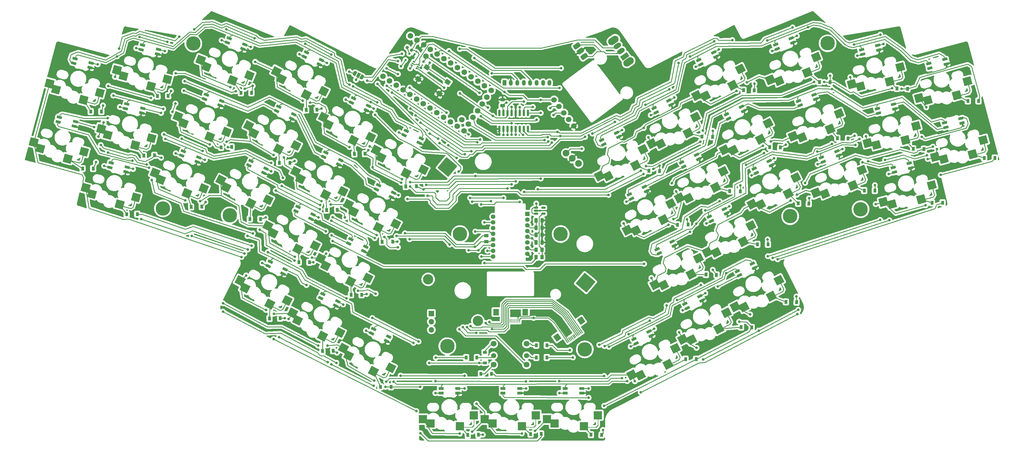
<source format=gbr>
%TF.GenerationSoftware,KiCad,Pcbnew,(6.0.4)*%
%TF.CreationDate,2023-01-07T23:56:25+01:00*%
%TF.ProjectId,Batreeq36,42617472-6565-4713-9336-2e6b69636164,rev?*%
%TF.SameCoordinates,Original*%
%TF.FileFunction,Copper,L2,Bot*%
%TF.FilePolarity,Positive*%
%FSLAX46Y46*%
G04 Gerber Fmt 4.6, Leading zero omitted, Abs format (unit mm)*
G04 Created by KiCad (PCBNEW (6.0.4)) date 2023-01-07 23:56:25*
%MOMM*%
%LPD*%
G01*
G04 APERTURE LIST*
G04 Aperture macros list*
%AMRoundRect*
0 Rectangle with rounded corners*
0 $1 Rounding radius*
0 $2 $3 $4 $5 $6 $7 $8 $9 X,Y pos of 4 corners*
0 Add a 4 corners polygon primitive as box body*
4,1,4,$2,$3,$4,$5,$6,$7,$8,$9,$2,$3,0*
0 Add four circle primitives for the rounded corners*
1,1,$1+$1,$2,$3*
1,1,$1+$1,$4,$5*
1,1,$1+$1,$6,$7*
1,1,$1+$1,$8,$9*
0 Add four rect primitives between the rounded corners*
20,1,$1+$1,$2,$3,$4,$5,0*
20,1,$1+$1,$4,$5,$6,$7,0*
20,1,$1+$1,$6,$7,$8,$9,0*
20,1,$1+$1,$8,$9,$2,$3,0*%
%AMHorizOval*
0 Thick line with rounded ends*
0 $1 width*
0 $2 $3 position (X,Y) of the first rounded end (center of the circle)*
0 $4 $5 position (X,Y) of the second rounded end (center of the circle)*
0 Add line between two ends*
20,1,$1,$2,$3,$4,$5,0*
0 Add two circle primitives to create the rounded ends*
1,1,$1,$2,$3*
1,1,$1,$4,$5*%
%AMRotRect*
0 Rectangle, with rotation*
0 The origin of the aperture is its center*
0 $1 length*
0 $2 width*
0 $3 Rotation angle, in degrees counterclockwise*
0 Add horizontal line*
21,1,$1,$2,0,0,$3*%
%AMFreePoly0*
4,1,22,0.550000,-0.750000,0.000000,-0.750000,0.000000,-0.745033,-0.079941,-0.743568,-0.215256,-0.701293,-0.333266,-0.622738,-0.424486,-0.514219,-0.481581,-0.384460,-0.499164,-0.250000,-0.500000,-0.250000,-0.500000,0.250000,-0.499164,0.250000,-0.499963,0.256109,-0.478152,0.396186,-0.417904,0.524511,-0.324059,0.630769,-0.204165,0.706417,-0.067858,0.745374,0.000000,0.744959,0.000000,0.750000,
0.550000,0.750000,0.550000,-0.750000,0.550000,-0.750000,$1*%
%AMFreePoly1*
4,1,20,0.000000,0.744959,0.073905,0.744508,0.209726,0.703889,0.328688,0.626782,0.421226,0.519385,0.479903,0.390333,0.500000,0.250000,0.500000,-0.250000,0.499851,-0.262216,0.476331,-0.402017,0.414519,-0.529596,0.319384,-0.634700,0.198574,-0.708877,0.061801,-0.746166,0.000000,-0.745033,0.000000,-0.750000,-0.550000,-0.750000,-0.550000,0.750000,0.000000,0.750000,0.000000,0.744959,
0.000000,0.744959,$1*%
G04 Aperture macros list end*
%TA.AperFunction,ComponentPad*%
%ADD10C,4.500000*%
%TD*%
%TA.AperFunction,SMDPad,CuDef*%
%ADD11RoundRect,0.082000X-0.718000X0.328000X-0.718000X-0.328000X0.718000X-0.328000X0.718000X0.328000X0*%
%TD*%
%TA.AperFunction,SMDPad,CuDef*%
%ADD12RotRect,2.600000X2.600000X165.000000*%
%TD*%
%TA.AperFunction,SMDPad,CuDef*%
%ADD13RotRect,2.550000X2.500000X165.000000*%
%TD*%
%TA.AperFunction,SMDPad,CuDef*%
%ADD14RotRect,3.000000X0.250000X345.000000*%
%TD*%
%TA.AperFunction,SMDPad,CuDef*%
%ADD15RoundRect,0.062500X-0.347636X-0.272877X0.410136X0.164623X0.347636X0.272877X-0.410136X-0.164623X0*%
%TD*%
%TA.AperFunction,SMDPad,CuDef*%
%ADD16RotRect,4.000000X0.250000X75.000000*%
%TD*%
%TA.AperFunction,SMDPad,CuDef*%
%ADD17RotRect,2.550000X2.500000X207.000000*%
%TD*%
%TA.AperFunction,SMDPad,CuDef*%
%ADD18RotRect,2.600000X2.600000X207.000000*%
%TD*%
%TA.AperFunction,SMDPad,CuDef*%
%ADD19RotRect,3.000000X0.250000X27.000000*%
%TD*%
%TA.AperFunction,SMDPad,CuDef*%
%ADD20RoundRect,0.062500X-0.075754X-0.435401X0.194636X0.396774X0.075754X0.435401X-0.194636X-0.396774X0*%
%TD*%
%TA.AperFunction,SMDPad,CuDef*%
%ADD21RotRect,4.000000X0.250000X117.000000*%
%TD*%
%TA.AperFunction,SMDPad,CuDef*%
%ADD22RoundRect,0.082000X-0.778427X0.130992X-0.608642X-0.502656X0.778427X-0.130992X0.608642X0.502656X0*%
%TD*%
%TA.AperFunction,SMDPad,CuDef*%
%ADD23RotRect,2.600000X2.600000X195.000000*%
%TD*%
%TA.AperFunction,SMDPad,CuDef*%
%ADD24RotRect,2.550000X2.500000X195.000000*%
%TD*%
%TA.AperFunction,SMDPad,CuDef*%
%ADD25RotRect,4.000000X0.250000X105.000000*%
%TD*%
%TA.AperFunction,SMDPad,CuDef*%
%ADD26RoundRect,0.062500X-0.164623X-0.410136X0.272877X0.347636X0.164623X0.410136X-0.272877X-0.347636X0*%
%TD*%
%TA.AperFunction,SMDPad,CuDef*%
%ADD27RotRect,3.000000X0.250000X15.000000*%
%TD*%
%TA.AperFunction,SMDPad,CuDef*%
%ADD28RoundRect,0.082000X-0.490834X0.618215X-0.788652X0.033715X0.490834X-0.618215X0.788652X-0.033715X0*%
%TD*%
%TA.AperFunction,SMDPad,CuDef*%
%ADD29RoundRect,0.082000X-0.788652X-0.033715X-0.490834X-0.618215X0.788652X0.033715X0.490834X0.618215X0*%
%TD*%
%TA.AperFunction,SMDPad,CuDef*%
%ADD30RotRect,2.600000X2.600000X153.000000*%
%TD*%
%TA.AperFunction,SMDPad,CuDef*%
%ADD31RotRect,2.550000X2.500000X153.000000*%
%TD*%
%TA.AperFunction,SMDPad,CuDef*%
%ADD32RotRect,3.000000X0.250000X333.000000*%
%TD*%
%TA.AperFunction,SMDPad,CuDef*%
%ADD33RoundRect,0.062500X-0.396774X-0.194636X0.435401X0.075754X0.396774X0.194636X-0.435401X-0.075754X0*%
%TD*%
%TA.AperFunction,SMDPad,CuDef*%
%ADD34RotRect,4.000000X0.250000X63.000000*%
%TD*%
%TA.AperFunction,SMDPad,CuDef*%
%ADD35RoundRect,0.082000X-0.608642X0.502656X-0.778427X-0.130992X0.608642X-0.502656X0.778427X0.130992X0*%
%TD*%
%TA.AperFunction,ComponentPad*%
%ADD36C,1.752600*%
%TD*%
%TA.AperFunction,ComponentPad*%
%ADD37RoundRect,0.375000X0.829455X0.123000X0.399273X0.737364X-0.829455X-0.123000X-0.399273X-0.737364X0*%
%TD*%
%TA.AperFunction,SMDPad,CuDef*%
%ADD38R,2.600000X2.600000*%
%TD*%
%TA.AperFunction,SMDPad,CuDef*%
%ADD39R,2.550000X2.500000*%
%TD*%
%TA.AperFunction,SMDPad,CuDef*%
%ADD40R,3.000000X0.250000*%
%TD*%
%TA.AperFunction,SMDPad,CuDef*%
%ADD41R,0.250000X4.000000*%
%TD*%
%TA.AperFunction,SMDPad,CuDef*%
%ADD42RoundRect,0.062500X-0.265165X-0.353553X0.353553X0.265165X0.265165X0.353553X-0.353553X-0.265165X0*%
%TD*%
%TA.AperFunction,SMDPad,CuDef*%
%ADD43RoundRect,0.082000X-0.788589X0.035149X-0.542847X-0.573084X0.788589X-0.035149X0.542847X0.573084X0*%
%TD*%
%TA.AperFunction,SMDPad,CuDef*%
%ADD44RotRect,2.600000X2.600000X202.000000*%
%TD*%
%TA.AperFunction,SMDPad,CuDef*%
%ADD45RotRect,2.550000X2.500000X202.000000*%
%TD*%
%TA.AperFunction,SMDPad,CuDef*%
%ADD46RotRect,3.000000X0.250000X22.000000*%
%TD*%
%TA.AperFunction,SMDPad,CuDef*%
%ADD47RotRect,4.000000X0.250000X112.000000*%
%TD*%
%TA.AperFunction,SMDPad,CuDef*%
%ADD48RoundRect,0.062500X-0.113413X-0.427142X0.228476X0.378300X0.113413X0.427142X-0.228476X-0.378300X0*%
%TD*%
%TA.AperFunction,ComponentPad*%
%ADD49C,3.200000*%
%TD*%
%TA.AperFunction,ComponentPad*%
%ADD50C,2.100000*%
%TD*%
%TA.AperFunction,ComponentPad*%
%ADD51RotRect,4.400000X4.400000X140.000000*%
%TD*%
%TA.AperFunction,SMDPad,CuDef*%
%ADD52RotRect,2.550000X2.500000X158.000000*%
%TD*%
%TA.AperFunction,SMDPad,CuDef*%
%ADD53RotRect,2.600000X2.600000X158.000000*%
%TD*%
%TA.AperFunction,SMDPad,CuDef*%
%ADD54RotRect,3.000000X0.250000X338.000000*%
%TD*%
%TA.AperFunction,SMDPad,CuDef*%
%ADD55RotRect,4.000000X0.250000X68.000000*%
%TD*%
%TA.AperFunction,SMDPad,CuDef*%
%ADD56RoundRect,0.062500X-0.378300X-0.228476X0.427142X0.113413X0.378300X0.228476X-0.427142X-0.113413X0*%
%TD*%
%TA.AperFunction,ComponentPad*%
%ADD57R,1.700000X1.700000*%
%TD*%
%TA.AperFunction,ComponentPad*%
%ADD58O,1.700000X1.700000*%
%TD*%
%TA.AperFunction,ComponentPad*%
%ADD59C,1.800000*%
%TD*%
%TA.AperFunction,ComponentPad*%
%ADD60C,1.600000*%
%TD*%
%TA.AperFunction,SMDPad,CuDef*%
%ADD61RoundRect,0.082000X-0.542847X0.573084X-0.788589X-0.035149X0.542847X-0.573084X0.788589X0.035149X0*%
%TD*%
%TA.AperFunction,ComponentPad*%
%ADD62C,1.700000*%
%TD*%
%TA.AperFunction,ComponentPad*%
%ADD63HorizOval,1.700000X0.000000X0.000000X0.000000X0.000000X0*%
%TD*%
%TA.AperFunction,ComponentPad*%
%ADD64HorizOval,2.200000X0.532449X0.372825X-0.532449X-0.372825X0*%
%TD*%
%TA.AperFunction,ComponentPad*%
%ADD65RotRect,1.500000X2.500000X125.000000*%
%TD*%
%TA.AperFunction,ComponentPad*%
%ADD66HorizOval,1.500000X0.409576X0.286788X-0.409576X-0.286788X0*%
%TD*%
%TA.AperFunction,SMDPad,CuDef*%
%ADD67RotRect,0.900000X1.200000X358.000000*%
%TD*%
%TA.AperFunction,SMDPad,CuDef*%
%ADD68R,0.900000X1.200000*%
%TD*%
%TA.AperFunction,SMDPad,CuDef*%
%ADD69RotRect,0.650000X0.400000X148.000000*%
%TD*%
%TA.AperFunction,SMDPad,CuDef*%
%ADD70RoundRect,0.150000X0.034471X-0.227896X0.219943X0.068921X-0.034471X0.227896X-0.219943X-0.068921X0*%
%TD*%
%TA.AperFunction,SMDPad,CuDef*%
%ADD71RoundRect,0.250000X0.250000X0.475000X-0.250000X0.475000X-0.250000X-0.475000X0.250000X-0.475000X0*%
%TD*%
%TA.AperFunction,SMDPad,CuDef*%
%ADD72R,0.280000X1.250000*%
%TD*%
%TA.AperFunction,SMDPad,CuDef*%
%ADD73R,1.800000X2.000000*%
%TD*%
%TA.AperFunction,SMDPad,CuDef*%
%ADD74RotRect,0.900000X1.200000X2.000000*%
%TD*%
%TA.AperFunction,SMDPad,CuDef*%
%ADD75RoundRect,0.150000X0.150000X-0.825000X0.150000X0.825000X-0.150000X0.825000X-0.150000X-0.825000X0*%
%TD*%
%TA.AperFunction,SMDPad,CuDef*%
%ADD76RoundRect,0.140000X-0.069979X0.208813X-0.218357X-0.028640X0.069979X-0.208813X0.218357X0.028640X0*%
%TD*%
%TA.AperFunction,SMDPad,CuDef*%
%ADD77RotRect,0.280000X1.250000X35.000000*%
%TD*%
%TA.AperFunction,SMDPad,CuDef*%
%ADD78RotRect,1.800000X2.000000X35.000000*%
%TD*%
%TA.AperFunction,SMDPad,CuDef*%
%ADD79RoundRect,0.250000X0.262500X0.450000X-0.262500X0.450000X-0.262500X-0.450000X0.262500X-0.450000X0*%
%TD*%
%TA.AperFunction,SMDPad,CuDef*%
%ADD80RoundRect,0.250000X-0.262500X-0.450000X0.262500X-0.450000X0.262500X0.450000X-0.262500X0.450000X0*%
%TD*%
%TA.AperFunction,SMDPad,CuDef*%
%ADD81RotRect,0.900000X1.200000X1.000000*%
%TD*%
%TA.AperFunction,SMDPad,CuDef*%
%ADD82RoundRect,0.250000X0.450000X-0.262500X0.450000X0.262500X-0.450000X0.262500X-0.450000X-0.262500X0*%
%TD*%
%TA.AperFunction,SMDPad,CuDef*%
%ADD83FreePoly0,153.000000*%
%TD*%
%TA.AperFunction,SMDPad,CuDef*%
%ADD84RotRect,1.000000X1.500000X153.000000*%
%TD*%
%TA.AperFunction,SMDPad,CuDef*%
%ADD85FreePoly1,153.000000*%
%TD*%
%TA.AperFunction,SMDPad,CuDef*%
%ADD86RoundRect,0.218750X-0.321302X-0.101392X0.049719X-0.333232X0.321302X0.101392X-0.049719X0.333232X0*%
%TD*%
%TA.AperFunction,SMDPad,CuDef*%
%ADD87RotRect,0.900000X1.200000X359.000000*%
%TD*%
%TA.AperFunction,SMDPad,CuDef*%
%ADD88R,1.200000X0.900000*%
%TD*%
%TA.AperFunction,SMDPad,CuDef*%
%ADD89RoundRect,0.250000X-0.250000X-0.475000X0.250000X-0.475000X0.250000X0.475000X-0.250000X0.475000X0*%
%TD*%
%TA.AperFunction,ComponentPad*%
%ADD90R,1.400000X1.400000*%
%TD*%
%TA.AperFunction,ComponentPad*%
%ADD91C,1.400000*%
%TD*%
%TA.AperFunction,SMDPad,CuDef*%
%ADD92RoundRect,0.150000X-0.512500X-0.150000X0.512500X-0.150000X0.512500X0.150000X-0.512500X0.150000X0*%
%TD*%
%TA.AperFunction,SMDPad,CuDef*%
%ADD93RoundRect,0.250000X0.475000X-0.250000X0.475000X0.250000X-0.475000X0.250000X-0.475000X-0.250000X0*%
%TD*%
%TA.AperFunction,SMDPad,CuDef*%
%ADD94RotRect,1.600000X1.400000X325.000000*%
%TD*%
%TA.AperFunction,ComponentPad*%
%ADD95RoundRect,0.250000X-0.350000X-0.625000X0.350000X-0.625000X0.350000X0.625000X-0.350000X0.625000X0*%
%TD*%
%TA.AperFunction,ComponentPad*%
%ADD96O,1.200000X1.750000*%
%TD*%
%TA.AperFunction,ViaPad*%
%ADD97C,0.800000*%
%TD*%
%TA.AperFunction,Conductor*%
%ADD98C,0.250000*%
%TD*%
G04 APERTURE END LIST*
D10*
%TO.P,,1*%
%TO.N,N/C*%
X331814000Y-117630000D03*
%TD*%
%TO.P,,1*%
%TO.N,N/C*%
X114644000Y-117376000D03*
%TD*%
D11*
%TO.P,D73,1,VDD*%
%TO.N,LED_PWR*%
X239840436Y-173514437D03*
%TO.P,D73,2,DOUT*%
%TO.N,Net-(D73-Pad2)*%
X239840436Y-175014437D03*
%TO.P,D73,3,VSS*%
%TO.N,GND*%
X245040436Y-175014437D03*
%TO.P,D73,4,DIN*%
%TO.N,Net-(D66-Pad2)*%
X245040436Y-173514437D03*
%TD*%
D12*
%TO.P,SW7,1,1*%
%TO.N,row_3*%
X95429014Y-92557285D03*
D13*
X97431697Y-94474244D03*
D12*
%TO.P,SW7,2,2*%
%TO.N,Net-(D7-Pad1)*%
X106012871Y-97674253D03*
D14*
X108154148Y-98604182D03*
D15*
X109939451Y-98783023D03*
D16*
X110805368Y-96675723D03*
D13*
X111095576Y-95502444D03*
%TD*%
D17*
%TO.P,SW26,1,1*%
%TO.N,row_3*%
X295560952Y-148119292D03*
D18*
X292789973Y-148034770D03*
D19*
%TO.P,SW26,2,2*%
%TO.N,Net-(D26-Pad1)*%
X306292755Y-144013713D03*
D20*
X307739161Y-142952018D03*
D17*
X306403194Y-139740473D03*
D18*
X304079231Y-144755436D03*
D21*
X306972603Y-140806577D03*
%TD*%
D22*
%TO.P,D42,1,VDD*%
%TO.N,LED_PWR*%
X341967477Y-104647526D03*
%TO.P,D42,2,DOUT*%
%TO.N,Net-(D42-Pad2)*%
X342355705Y-106096415D03*
%TO.P,D42,3,VSS*%
%TO.N,GND*%
X347378520Y-104750556D03*
%TO.P,D42,4,DIN*%
%TO.N,Net-(D42-Pad4)*%
X346990291Y-103301667D03*
%TD*%
D13*
%TO.P,SW40,1,1*%
%TO.N,row_6*%
X92558887Y-112891891D03*
D12*
X90556204Y-110974932D03*
D16*
%TO.P,SW40,2,2*%
%TO.N,Net-(D77-Pad1)*%
X105932558Y-115093370D03*
D14*
X103281338Y-117021829D03*
D15*
X105066641Y-117200670D03*
D13*
X106222766Y-113920091D03*
D12*
X101140061Y-116091900D03*
%TD*%
D10*
%TO.P,H10,1*%
%TO.N,N/C*%
X238452436Y-125369438D03*
%TD*%
D23*
%TO.P,SW44,1,1*%
%TO.N,row_6*%
X354997140Y-101350328D03*
D24*
X357689993Y-102009123D03*
D25*
%TO.P,SW44,2,2*%
%TO.N,Net-(D81-Pad1)*%
X370372672Y-97228823D03*
D23*
X366721513Y-100489825D03*
D26*
X370676416Y-99486757D03*
D27*
X369040879Y-100224528D03*
D24*
X370037360Y-96067629D03*
%TD*%
D23*
%TO.P,SW34,1,1*%
%TO.N,row_3*%
X329112229Y-78602702D03*
D24*
X331805082Y-79261497D03*
D25*
%TO.P,SW34,2,2*%
%TO.N,Net-(D34-Pad1)*%
X344487761Y-74481197D03*
D24*
X344152449Y-73320003D03*
D23*
X340836602Y-77742199D03*
D26*
X344791505Y-76739131D03*
D27*
X343155968Y-77476902D03*
%TD*%
D28*
%TO.P,D85,1,VDD*%
%TO.N,LED_PWR*%
X148049543Y-133999589D03*
%TO.P,D85,2,DOUT*%
%TO.N,Net-(D41-Pad4)*%
X147368557Y-135336098D03*
%TO.P,D85,3,VSS*%
%TO.N,GND*%
X152001791Y-137696849D03*
%TO.P,D85,4,DIN*%
%TO.N,Net-(D84-Pad2)*%
X152682777Y-136360339D03*
%TD*%
D12*
%TO.P,SW39,1,1*%
%TO.N,row_6*%
X74445642Y-96750932D03*
D13*
X76448325Y-98667891D03*
D12*
%TO.P,SW39,2,2*%
%TO.N,Net-(D76-Pad1)*%
X85029499Y-101867900D03*
D14*
X87170776Y-102797829D03*
D13*
X90112204Y-99696091D03*
D15*
X88956079Y-102976670D03*
D16*
X89821996Y-100869370D03*
%TD*%
D10*
%TO.P,H8,1*%
%TO.N,N/C*%
X321563075Y-65876331D03*
%TD*%
D22*
%TO.P,D56,1,VDD*%
%TO.N,LED_PWR*%
X337039123Y-86244201D03*
%TO.P,D56,2,DOUT*%
%TO.N,Net-(D56-Pad2)*%
X337427351Y-87693090D03*
%TO.P,D56,3,VSS*%
%TO.N,GND*%
X342450166Y-86347231D03*
%TO.P,D56,4,DIN*%
%TO.N,Net-(D49-Pad2)*%
X342061937Y-84898342D03*
%TD*%
D29*
%TO.P,D50,1,VDD*%
%TO.N,LED_PWR*%
X251211132Y-96101430D03*
%TO.P,D50,2,DOUT*%
%TO.N,Net-(D50-Pad2)*%
X251892118Y-97437940D03*
%TO.P,D50,3,VSS*%
%TO.N,GND*%
X256525352Y-95077189D03*
%TO.P,D50,4,DIN*%
%TO.N,Net-(D44-Pad2)*%
X255844366Y-93740680D03*
%TD*%
D30*
%TO.P,SW20,1,1*%
%TO.N,row_2*%
X163741242Y-132956793D03*
D31*
X165301602Y-135248243D03*
D32*
%TO.P,SW20,2,2*%
%TO.N,Net-(D20-Pad1)*%
X174931081Y-141517255D03*
D33*
X176640186Y-142063373D03*
D31*
X178453119Y-139094854D03*
D30*
X173029938Y-140162451D03*
D34*
X177925313Y-140182157D03*
%TD*%
D29*
%TO.P,D57,1,VDD*%
%TO.N,LED_PWR*%
X267513306Y-86059334D03*
%TO.P,D57,2,DOUT*%
%TO.N,Net-(D57-Pad2)*%
X268194292Y-87395844D03*
%TO.P,D57,3,VSS*%
%TO.N,GND*%
X272827526Y-85035093D03*
%TO.P,D57,4,DIN*%
%TO.N,Net-(D50-Pad2)*%
X272146540Y-83698584D03*
%TD*%
D35*
%TO.P,D48,1,VDD*%
%TO.N,LED_PWR*%
X98517320Y-103190161D03*
%TO.P,D48,2,DOUT*%
%TO.N,Net-(D48-Pad2)*%
X98129091Y-104639050D03*
%TO.P,D48,3,VSS*%
%TO.N,GND*%
X103151906Y-105984909D03*
%TO.P,D48,4,DIN*%
%TO.N,Net-(D48-Pad4)*%
X103540134Y-104536020D03*
%TD*%
D22*
%TO.P,D49,1,VDD*%
%TO.N,LED_PWR*%
X357999283Y-90627961D03*
%TO.P,D49,2,DOUT*%
%TO.N,Net-(D49-Pad2)*%
X358387511Y-92076850D03*
%TO.P,D49,3,VSS*%
%TO.N,GND*%
X363410326Y-90730991D03*
%TO.P,D49,4,DIN*%
%TO.N,Net-(D42-Pad2)*%
X363022097Y-89282102D03*
%TD*%
D36*
%TO.P,U1,1,TX0/PD3*%
%TO.N,MOTION*%
X185174396Y-77582685D03*
%TO.P,U1,2,RX1/PD2*%
%TO.N,NCS*%
X187280152Y-79003035D03*
%TO.P,U1,3,GND*%
%TO.N,GND*%
X189385907Y-80423385D03*
%TO.P,U1,4,GND*%
X191491662Y-81843735D03*
%TO.P,U1,5,2/PD1*%
%TO.N,SDA*%
X193597418Y-83264085D03*
%TO.P,U1,6,3/PD0*%
%TO.N,SCL*%
X195703173Y-84684435D03*
%TO.P,U1,7,4/PD4*%
%TO.N,row_0*%
X197808929Y-86104785D03*
%TO.P,U1,8,5/PC6*%
%TO.N,row_1*%
X199914684Y-87525135D03*
%TO.P,U1,9,6/PD7*%
%TO.N,row_2*%
X202020440Y-88945485D03*
%TO.P,U1,10,7/PE6*%
%TO.N,row_3*%
X204126195Y-90365835D03*
%TO.P,U1,11,8/PB4*%
%TO.N,row_4*%
X206231951Y-91786185D03*
%TO.P,U1,12,9/PB5*%
%TO.N,SR_CS*%
X208348890Y-93189954D03*
%TO.P,U1,13,10/PB6*%
%TO.N,row_5*%
X216859806Y-80572003D03*
%TO.P,U1,14,16/PB2*%
%TO.N,MOSI*%
X214754050Y-79151653D03*
%TO.P,U1,15,14/PB3*%
%TO.N,MISO*%
X212648295Y-77731303D03*
%TO.P,U1,16,15/PB1*%
%TO.N,SCLK*%
X210542540Y-76310953D03*
%TO.P,U1,17,A0/PF7*%
%TO.N,TFT_CS*%
X208436784Y-74890603D03*
%TO.P,U1,18,A1/PF6*%
%TO.N,LED_3V3*%
X206331029Y-73470253D03*
%TO.P,U1,19,A2/PF5*%
%TO.N,EncR*%
X204225273Y-72049903D03*
%TO.P,U1,20,A3/PF4*%
%TO.N,EncL*%
X202119518Y-70629553D03*
%TO.P,U1,21,VCC*%
%TO.N,VCC*%
X200013762Y-69209203D03*
%TO.P,U1,22,RST*%
%TO.N,RESET*%
X197908007Y-67788853D03*
%TO.P,U1,23,GND*%
%TO.N,GND*%
X195802251Y-66368503D03*
%TO.P,U1,24,B0*%
%TO.N,RAW*%
X193696496Y-64948153D03*
%TO.P,U1,25,B7*%
%TO.N,TFT_RST*%
X209758056Y-91100780D03*
%TO.P,U1,26,D5*%
%TO.N,TFT_BL*%
X211178406Y-88995024D03*
%TO.P,U1,27,C7*%
%TO.N,TFT_DC*%
X212598756Y-86889269D03*
%TO.P,U1,28,F1*%
%TO.N,row_6*%
X214019106Y-84783513D03*
%TO.P,U1,29,F0*%
%TO.N,GPIO16*%
X215439456Y-82677758D03*
%TO.P,U1,30,RGB*%
%TO.N,LED_5V*%
X207652301Y-89680430D03*
X196510025Y-69861447D03*
%TO.P,U1,31,GPIO10*%
%TO.N,GPIO10*%
X183171019Y-76207266D03*
%TO.P,U1,32,GPIO11*%
%TO.N,GPIO11*%
X191693119Y-63572733D03*
%TD*%
D37*
%TO.P,J4,1,Pin_1*%
%TO.N,bat+*%
X243483662Y-66696862D03*
%TO.P,J4,2,Pin_2*%
%TO.N,GND*%
X244630815Y-68335166D03*
%TO.P,J4,3,Pin_3*%
%TO.N,bat+*%
X245777968Y-69973470D03*
%TD*%
D10*
%TO.P,H9,1*%
%TO.N,N/C*%
X207131342Y-125369438D03*
%TD*%
D17*
%TO.P,SW21,1,1*%
%TO.N,row_3*%
X279224413Y-158291101D03*
D18*
X276453434Y-158206579D03*
D20*
%TO.P,SW21,2,2*%
%TO.N,Net-(D21-Pad1)*%
X291402622Y-153123827D03*
D21*
X290636064Y-150978386D03*
D19*
X289956216Y-154185522D03*
D18*
X287742692Y-154927245D03*
D17*
X290066655Y-149912282D03*
%TD*%
D35*
%TO.P,D46,1,VDD*%
%TO.N,LED_PWR*%
X87301632Y-70632043D03*
%TO.P,D46,2,DOUT*%
%TO.N,Net-(D46-Pad2)*%
X86913403Y-72080932D03*
%TO.P,D46,3,VSS*%
%TO.N,GND*%
X91936218Y-73426791D03*
%TO.P,D46,4,DIN*%
%TO.N,LED_DO*%
X92324446Y-71977902D03*
%TD*%
D24*
%TO.P,SW43,1,1*%
%TO.N,row_6*%
X341658187Y-116028688D03*
D23*
X338965334Y-115369893D03*
D26*
%TO.P,SW43,2,2*%
%TO.N,Net-(D80-Pad1)*%
X354644610Y-113506322D03*
D25*
X354340866Y-111248388D03*
D24*
X354005554Y-110087194D03*
D27*
X353009073Y-114244093D03*
D23*
X350689707Y-114509390D03*
%TD*%
D18*
%TO.P,SW23,1,1*%
%TO.N,row_2*%
X267766347Y-141175660D03*
D17*
X270537326Y-141260182D03*
D19*
%TO.P,SW23,2,2*%
%TO.N,Net-(D23-Pad1)*%
X281269129Y-137154603D03*
D18*
X279055605Y-137896326D03*
D21*
X281948977Y-133947467D03*
D17*
X281379568Y-132881363D03*
D20*
X282715535Y-136092908D03*
%TD*%
D29*
%TO.P,D51,1,VDD*%
%TO.N,LED_PWR*%
X293496559Y-136926574D03*
%TO.P,D51,2,DOUT*%
%TO.N,Net-(D51-Pad2)*%
X294177545Y-138263084D03*
%TO.P,D51,3,VSS*%
%TO.N,GND*%
X298810779Y-135902333D03*
%TO.P,D51,4,DIN*%
%TO.N,Net-(D45-Pad2)*%
X298129793Y-134565824D03*
%TD*%
D18*
%TO.P,SW25,1,1*%
%TO.N,row_1*%
X275432539Y-114096653D03*
D17*
X278203518Y-114181175D03*
%TO.P,SW25,2,2*%
%TO.N,Net-(D25-Pad1)*%
X289045760Y-105802356D03*
D19*
X288935321Y-110075596D03*
D21*
X289615169Y-106868460D03*
D18*
X286721797Y-110817319D03*
D20*
X290381727Y-109013901D03*
%TD*%
D31*
%TO.P,SW4,1,1*%
%TO.N,row_0*%
X151525731Y-76979940D03*
D30*
X149965371Y-74688490D03*
D31*
%TO.P,SW4,2,2*%
%TO.N,Net-(D4-Pad1)*%
X164677248Y-80826551D03*
D30*
X159254067Y-81894148D03*
D34*
X164149442Y-81913854D03*
D33*
X162864315Y-83795070D03*
D32*
X161155210Y-83248952D03*
%TD*%
D28*
%TO.P,D61,1,VDD*%
%TO.N,LED_PWR*%
X150741594Y-85660019D03*
%TO.P,D61,2,DOUT*%
%TO.N,Net-(D61-Pad2)*%
X150060608Y-86996528D03*
%TO.P,D61,3,VSS*%
%TO.N,GND*%
X154693842Y-89357279D03*
%TO.P,D61,4,DIN*%
%TO.N,Net-(D54-Pad2)*%
X155374828Y-88020769D03*
%TD*%
%TO.P,D84,1,VDD*%
%TO.N,LED_PWR*%
X173146933Y-126997347D03*
%TO.P,D84,2,DOUT*%
%TO.N,Net-(D84-Pad2)*%
X172465947Y-128333856D03*
%TO.P,D84,3,VSS*%
%TO.N,GND*%
X177099181Y-130694607D03*
%TO.P,D84,4,DIN*%
%TO.N,Net-(D69-Pad2)*%
X177780167Y-129358097D03*
%TD*%
D35*
%TO.P,D91,1,VDD*%
%TO.N,LED_PWR*%
X82406758Y-88966161D03*
%TO.P,D91,2,DOUT*%
%TO.N,Net-(D48-Pad4)*%
X82018529Y-90415050D03*
%TO.P,D91,3,VSS*%
%TO.N,GND*%
X87041344Y-91760909D03*
%TO.P,D91,4,DIN*%
%TO.N,Net-(D83-Pad2)*%
X87429572Y-90312020D03*
%TD*%
D28*
%TO.P,D90,1,VDD*%
%TO.N,LED_PWR*%
X190426234Y-93211642D03*
%TO.P,D90,2,DOUT*%
%TO.N,Net-(D47-Pad4)*%
X189745248Y-94548151D03*
%TO.P,D90,3,VSS*%
%TO.N,GND*%
X194378482Y-96908902D03*
%TO.P,D90,4,DIN*%
%TO.N,Net-(D74-Pad2)*%
X195059468Y-95572392D03*
%TD*%
D31*
%TO.P,SW8,1,1*%
%TO.N,row_0*%
X166144939Y-91276920D03*
D30*
X164584579Y-88985470D03*
D32*
%TO.P,SW8,2,2*%
%TO.N,Net-(D8-Pad1)*%
X175774418Y-97545932D03*
D34*
X178768650Y-96210834D03*
D31*
X179296456Y-95123531D03*
D33*
X177483523Y-98092050D03*
D30*
X173873275Y-96191128D03*
%TD*%
D35*
%TO.P,D83,1,VDD*%
%TO.N,LED_PWR*%
X103386944Y-84775086D03*
%TO.P,D83,2,DOUT*%
%TO.N,Net-(D83-Pad2)*%
X102998715Y-86223975D03*
%TO.P,D83,3,VSS*%
%TO.N,GND*%
X108021530Y-87569834D03*
%TO.P,D83,4,DIN*%
%TO.N,Net-(D68-Pad2)*%
X108409758Y-86120945D03*
%TD*%
D38*
%TO.P,SW22,1,1*%
%TO.N,row_4*%
X234167848Y-183091129D03*
D39*
X236598436Y-184424437D03*
%TO.P,SW22,2,2*%
%TO.N,Net-(D22-Pad1)*%
X250062848Y-181881129D03*
D40*
X248024436Y-185638476D03*
D41*
X250086195Y-183089541D03*
D42*
X249795192Y-185349153D03*
D38*
X245715437Y-185294437D03*
%TD*%
D11*
%TO.P,D59,1,VDD*%
%TO.N,LED_PWR*%
X201234852Y-173514438D03*
%TO.P,D59,2,DOUT*%
%TO.N,Net-(D59-Pad2)*%
X201234852Y-175014438D03*
%TO.P,D59,3,VSS*%
%TO.N,GND*%
X206434852Y-175014438D03*
%TO.P,D59,4,DIN*%
%TO.N,Net-(D52-Pad2)*%
X206434852Y-173514438D03*
%TD*%
D43*
%TO.P,D88,1,VDD*%
%TO.N,LED_PWR*%
X319612761Y-101489393D03*
%TO.P,D88,2,DOUT*%
%TO.N,Net-(D42-Pad4)*%
X320174670Y-102880169D03*
%TO.P,D88,3,VSS*%
%TO.N,GND*%
X324996026Y-100932215D03*
%TO.P,D88,4,DIN*%
%TO.N,Net-(D72-Pad2)*%
X324434117Y-99541439D03*
%TD*%
D10*
%TO.P,H3,1*%
%TO.N,N/C*%
X245972677Y-161342170D03*
%TD*%
D28*
%TO.P,D67,1,VDD*%
%TO.N,LED_PWR*%
X159367411Y-68730898D03*
%TO.P,D67,2,DOUT*%
%TO.N,Net-(D67-Pad2)*%
X158686425Y-70067407D03*
%TO.P,D67,3,VSS*%
%TO.N,GND*%
X163319659Y-72428158D03*
%TO.P,D67,4,DIN*%
%TO.N,Net-(D60-Pad2)*%
X164000645Y-71091648D03*
%TD*%
D44*
%TO.P,SW33,1,1*%
%TO.N,row_1*%
X310823193Y-94877241D03*
D45*
X313576261Y-95202948D03*
D46*
%TO.P,SW33,2,2*%
%TO.N,Net-(D33-Pad1)*%
X324625050Y-92048331D03*
D44*
X322355305Y-92594310D03*
D47*
X325581833Y-88912651D03*
D45*
X325107507Y-87800977D03*
D48*
X326158485Y-91116738D03*
%TD*%
D30*
%TO.P,SW16,1,1*%
%TO.N,row_3*%
X155017827Y-149995069D03*
D31*
X156578187Y-152286519D03*
D32*
%TO.P,SW16,2,2*%
%TO.N,Net-(D16-Pad1)*%
X166207666Y-158555531D03*
D33*
X167916771Y-159101649D03*
D31*
X169729704Y-156133130D03*
D30*
X164306523Y-157200727D03*
D34*
X169201898Y-157220433D03*
%TD*%
D18*
%TO.P,SW28,1,1*%
%TO.N,row_0*%
X280756050Y-82202906D03*
D17*
X283527029Y-82287428D03*
D19*
%TO.P,SW28,2,2*%
%TO.N,Net-(D28-Pad1)*%
X294258832Y-78181849D03*
D21*
X294938680Y-74974713D03*
D18*
X292045308Y-78923572D03*
D20*
X295705238Y-77120154D03*
D17*
X294369271Y-73908609D03*
%TD*%
D30*
%TO.P,SW5,1,1*%
%TO.N,row_1*%
X141339553Y-91617611D03*
D31*
X142899913Y-93909061D03*
D30*
%TO.P,SW5,2,2*%
%TO.N,Net-(D5-Pad1)*%
X150628249Y-98823269D03*
D33*
X154238497Y-100724191D03*
D31*
X156051430Y-97755672D03*
D34*
X155523624Y-98842975D03*
D32*
X152529392Y-100178073D03*
%TD*%
D29*
%TO.P,D72,1,VDD*%
%TO.N,LED_PWR*%
X298714270Y-104952957D03*
%TO.P,D72,2,DOUT*%
%TO.N,Net-(D72-Pad2)*%
X299395256Y-106289467D03*
%TO.P,D72,3,VSS*%
%TO.N,GND*%
X304028490Y-103928716D03*
%TO.P,D72,4,DIN*%
%TO.N,Net-(D65-Pad2)*%
X303347504Y-102592207D03*
%TD*%
D11*
%TO.P,D66,1,VDD*%
%TO.N,LED_PWR*%
X220514848Y-173511130D03*
%TO.P,D66,2,DOUT*%
%TO.N,Net-(D66-Pad2)*%
X220514848Y-175011130D03*
%TO.P,D66,3,VSS*%
%TO.N,GND*%
X225714848Y-175011130D03*
%TO.P,D66,4,DIN*%
%TO.N,Net-(D59-Pad2)*%
X225714848Y-173511130D03*
%TD*%
D49*
%TO.P,SW36,*%
%TO.N,*%
X197228052Y-139501819D03*
X212691390Y-152477497D03*
D50*
%TO.P,SW36,A,A*%
%TO.N,EncL*%
X243984085Y-103369716D03*
%TO.P,SW36,B,B*%
%TO.N,EncR*%
X240153863Y-100155778D03*
%TO.P,SW36,C,C*%
%TO.N,GND*%
X242068974Y-101762747D03*
D51*
%TO.P,SW36,MP*%
%TO.N,N/C*%
X246205658Y-140541280D03*
X203178553Y-104440241D03*
%TD*%
D30*
%TO.P,SW15,1,1*%
%TO.N,row_2*%
X147332941Y-122843722D03*
D31*
X148893301Y-125135172D03*
D32*
%TO.P,SW15,2,2*%
%TO.N,Net-(D15-Pad1)*%
X158522780Y-131404184D03*
D34*
X161517012Y-130069086D03*
D31*
X162044818Y-128981783D03*
D33*
X160231885Y-131950302D03*
D30*
X156621637Y-130049380D03*
%TD*%
D24*
%TO.P,SW45,1,1*%
%TO.N,row_6*%
X352722629Y-83602417D03*
D23*
X350029776Y-82943622D03*
D25*
%TO.P,SW45,2,2*%
%TO.N,Net-(D82-Pad1)*%
X365405308Y-78822117D03*
D24*
X365069996Y-77660923D03*
D27*
X364073515Y-81817822D03*
D23*
X361754149Y-82083119D03*
D26*
X365709052Y-81080051D03*
%TD*%
D29*
%TO.P,D44,1,VDD*%
%TO.N,LED_PWR*%
X259836951Y-113030556D03*
%TO.P,D44,2,DOUT*%
%TO.N,Net-(D44-Pad2)*%
X260517937Y-114367066D03*
%TO.P,D44,3,VSS*%
%TO.N,GND*%
X265151171Y-112006315D03*
%TO.P,D44,4,DIN*%
%TO.N,Net-(D44-Pad4)*%
X264470185Y-110669806D03*
%TD*%
%TO.P,D65,1,VDD*%
%TO.N,LED_PWR*%
X284764942Y-119917586D03*
%TO.P,D65,2,DOUT*%
%TO.N,Net-(D65-Pad2)*%
X285445928Y-121254096D03*
%TO.P,D65,3,VSS*%
%TO.N,GND*%
X290079162Y-118893345D03*
%TO.P,D65,4,DIN*%
%TO.N,Net-(D58-Pad2)*%
X289398176Y-117556836D03*
%TD*%
D28*
%TO.P,D41,1,VDD*%
%TO.N,LED_PWR*%
X164419867Y-144037476D03*
%TO.P,D41,2,DOUT*%
%TO.N,unconnected-(D41-Pad2)*%
X163738881Y-145373985D03*
%TO.P,D41,3,VSS*%
%TO.N,GND*%
X168372115Y-147734736D03*
%TO.P,D41,4,DIN*%
%TO.N,Net-(D41-Pad4)*%
X169053101Y-146398226D03*
%TD*%
D23*
%TO.P,SW31,1,1*%
%TO.N,row_3*%
X334038454Y-96962749D03*
D24*
X336731307Y-97621544D03*
D27*
%TO.P,SW31,2,2*%
%TO.N,Net-(D31-Pad1)*%
X348082193Y-95836949D03*
D26*
X349717730Y-95099178D03*
D24*
X349078674Y-91680050D03*
D23*
X345762827Y-96102246D03*
D25*
X349413986Y-92841244D03*
%TD*%
D31*
%TO.P,SW41,1,1*%
%TO.N,row_6*%
X172437431Y-163256079D03*
D30*
X170877071Y-160964629D03*
D33*
%TO.P,SW41,2,2*%
%TO.N,Net-(D78-Pad1)*%
X183776015Y-170071209D03*
D34*
X185061142Y-168189993D03*
D31*
X185588948Y-167102690D03*
D30*
X180165767Y-168170287D03*
D32*
X182066910Y-169525091D03*
%TD*%
D10*
%TO.P,H2,1*%
%TO.N,N/C*%
X203186436Y-160340438D03*
%TD*%
D17*
%TO.P,SW30,1,1*%
%TO.N,row_2*%
X300778663Y-116145675D03*
D18*
X298007684Y-116061153D03*
D19*
%TO.P,SW30,2,2*%
%TO.N,Net-(D30-Pad1)*%
X311510466Y-112040096D03*
D18*
X309296942Y-112781819D03*
D17*
X311620905Y-107766856D03*
D21*
X312190314Y-108832960D03*
D20*
X312956872Y-110978401D03*
%TD*%
D17*
%TO.P,SW42,1,1*%
%TO.N,row_6*%
X263340828Y-169349461D03*
D18*
X260569849Y-169264939D03*
D19*
%TO.P,SW42,2,2*%
%TO.N,Net-(D79-Pad1)*%
X274072631Y-165243882D03*
D18*
X271859107Y-165985605D03*
D20*
X275519037Y-164182187D03*
D17*
X274183070Y-160970642D03*
D21*
X274752479Y-162036746D03*
%TD*%
D29*
%TO.P,D64,1,VDD*%
%TO.N,LED_PWR*%
X281462634Y-71094710D03*
%TO.P,D64,2,DOUT*%
%TO.N,Net-(D64-Pad2)*%
X282143620Y-72431220D03*
%TO.P,D64,3,VSS*%
%TO.N,GND*%
X286776854Y-70070469D03*
%TO.P,D64,4,DIN*%
%TO.N,Net-(D57-Pad2)*%
X286095868Y-68733960D03*
%TD*%
D52*
%TO.P,SW6,1,1*%
%TO.N,row_2*%
X113936623Y-108438711D03*
D53*
X112182487Y-106291975D03*
D52*
%TO.P,SW6,2,2*%
%TO.N,Net-(D6-Pad1)*%
X127373348Y-111124454D03*
D53*
X122063851Y-112660649D03*
D54*
X124075838Y-113844603D03*
D55*
X126942316Y-112253620D03*
D56*
X125826037Y-114239684D03*
%TD*%
D39*
%TO.P,SW12,1,1*%
%TO.N,row_4*%
X197992854Y-184424439D03*
D38*
X195562266Y-183091131D03*
D41*
%TO.P,SW12,2,2*%
%TO.N,Net-(D12-Pad1)*%
X211480613Y-183089543D03*
D39*
X211457266Y-181881131D03*
D38*
X207109855Y-185294439D03*
D40*
X209418854Y-185638478D03*
D42*
X211189610Y-185349155D03*
%TD*%
D28*
%TO.P,D54,1,VDD*%
%TO.N,LED_PWR*%
X165360798Y-99957003D03*
%TO.P,D54,2,DOUT*%
%TO.N,Net-(D54-Pad2)*%
X164679812Y-101293512D03*
%TO.P,D54,3,VSS*%
%TO.N,GND*%
X169313046Y-103654263D03*
%TO.P,D54,4,DIN*%
%TO.N,Net-(D47-Pad2)*%
X169994032Y-102317753D03*
%TD*%
D52*
%TO.P,SW1,1,1*%
%TO.N,row_0*%
X128171668Y-73205723D03*
D53*
X126417532Y-71058987D03*
%TO.P,SW1,2,2*%
%TO.N,Net-(D1-Pad1)*%
X136298896Y-77427661D03*
D52*
X141608393Y-75891466D03*
D54*
X138310883Y-78611615D03*
D56*
X140061082Y-79006696D03*
D55*
X141177361Y-77020632D03*
%TD*%
D43*
%TO.P,D71,1,VDD*%
%TO.N,LED_PWR*%
X305377714Y-66256406D03*
%TO.P,D71,2,DOUT*%
%TO.N,Net-(D71-Pad2)*%
X305939623Y-67647182D03*
%TO.P,D71,3,VSS*%
%TO.N,GND*%
X310760979Y-65699228D03*
%TO.P,D71,4,DIN*%
%TO.N,Net-(D64-Pad2)*%
X310199070Y-64308452D03*
%TD*%
D28*
%TO.P,D69,1,VDD*%
%TO.N,LED_PWR*%
X156734981Y-116886128D03*
%TO.P,D69,2,DOUT*%
%TO.N,Net-(D69-Pad2)*%
X156053995Y-118222637D03*
%TO.P,D69,3,VSS*%
%TO.N,GND*%
X160687229Y-120583388D03*
%TO.P,D69,4,DIN*%
%TO.N,Net-(D62-Pad2)*%
X161368215Y-119246878D03*
%TD*%
D29*
%TO.P,D58,1,VDD*%
%TO.N,LED_PWR*%
X268473580Y-130063421D03*
%TO.P,D58,2,DOUT*%
%TO.N,Net-(D58-Pad2)*%
X269154566Y-131399931D03*
%TO.P,D58,3,VSS*%
%TO.N,GND*%
X273787800Y-129039180D03*
%TO.P,D58,4,DIN*%
%TO.N,Net-(D51-Pad2)*%
X273106814Y-127702671D03*
%TD*%
%TO.P,D86,1,VDD*%
%TO.N,LED_PWR*%
X276139123Y-102988458D03*
%TO.P,D86,2,DOUT*%
%TO.N,Net-(D44-Pad4)*%
X276820109Y-104324968D03*
%TO.P,D86,3,VSS*%
%TO.N,GND*%
X281453343Y-101964217D03*
%TO.P,D86,4,DIN*%
%TO.N,Net-(D70-Pad2)*%
X280772357Y-100627708D03*
%TD*%
D31*
%TO.P,SW11,1,1*%
%TO.N,row_3*%
X140207861Y-142248634D03*
D30*
X138647501Y-139957184D03*
D34*
%TO.P,SW11,2,2*%
%TO.N,Net-(D11-Pad1)*%
X152831572Y-147182548D03*
D32*
X149837340Y-148517646D03*
D33*
X151546445Y-149063764D03*
D31*
X153359378Y-146095245D03*
D30*
X147936197Y-147162842D03*
%TD*%
D57*
%TO.P,J5,1,Pin_1*%
%TO.N,GPIO10*%
X198220436Y-150134438D03*
D58*
%TO.P,J5,2,Pin_2*%
%TO.N,GPIO11*%
X198220436Y-152674438D03*
%TO.P,J5,3,Pin_3*%
%TO.N,GPIO16*%
X198220436Y-155214438D03*
%TD*%
D28*
%TO.P,D52,1,VDD*%
%TO.N,LED_PWR*%
X180282762Y-155005183D03*
%TO.P,D52,2,DOUT*%
%TO.N,Net-(D52-Pad2)*%
X179601776Y-156341692D03*
%TO.P,D52,3,VSS*%
%TO.N,GND*%
X184235010Y-158702443D03*
%TO.P,D52,4,DIN*%
%TO.N,unconnected-(D52-Pad4)*%
X184915996Y-157365933D03*
%TD*%
D43*
%TO.P,D63,1,VDD*%
%TO.N,LED_PWR*%
X312495235Y-83872898D03*
%TO.P,D63,2,DOUT*%
%TO.N,Net-(D63-Pad2)*%
X313057144Y-85263674D03*
%TO.P,D63,3,VSS*%
%TO.N,GND*%
X317878500Y-83315720D03*
%TO.P,D63,4,DIN*%
%TO.N,Net-(D56-Pad2)*%
X317316591Y-81924944D03*
%TD*%
D59*
%TO.P,HAT1,1,1*%
%TO.N,Net-(D35-Pad1)*%
X217557347Y-159592101D03*
D60*
%TO.P,HAT1,2,2*%
%TO.N,Net-(D36-Pad1)*%
X217557347Y-163292101D03*
D59*
%TO.P,HAT1,3,3*%
%TO.N,Net-(D37-Pad1)*%
X217557347Y-166092101D03*
%TO.P,HAT1,4,4*%
%TO.N,row_5*%
X227857347Y-166092101D03*
D60*
%TO.P,HAT1,5,5*%
%TO.N,Net-(D38-Pad1)*%
X227857347Y-163292101D03*
D59*
%TO.P,HAT1,6,6*%
%TO.N,Net-(D39-Pad1)*%
X227857347Y-159592101D03*
%TD*%
D17*
%TO.P,SW19,1,1*%
%TO.N,row_1*%
X261901344Y-124223275D03*
D18*
X259130365Y-124138753D03*
D17*
%TO.P,SW19,2,2*%
%TO.N,Net-(D19-Pad1)*%
X272743586Y-115844456D03*
D19*
X272633147Y-120117696D03*
D21*
X273312995Y-116910560D03*
D20*
X274079553Y-119056001D03*
D18*
X270419623Y-120859419D03*
%TD*%
D28*
%TO.P,D62,1,VDD*%
%TO.N,LED_PWR*%
X142115772Y-102589145D03*
%TO.P,D62,2,DOUT*%
%TO.N,Net-(D62-Pad2)*%
X141434786Y-103925654D03*
%TO.P,D62,3,VSS*%
%TO.N,GND*%
X146068020Y-106286405D03*
%TO.P,D62,4,DIN*%
%TO.N,Net-(D55-Pad2)*%
X146749006Y-104949895D03*
%TD*%
D13*
%TO.P,SW3,1,1*%
%TO.N,row_3*%
X102341746Y-76103855D03*
D12*
X100339063Y-74186896D03*
D13*
%TO.P,SW3,2,2*%
%TO.N,Net-(D3-Pad1)*%
X116005625Y-77132055D03*
D12*
X110922920Y-79303864D03*
D16*
X115715417Y-78305334D03*
D14*
X113064197Y-80233793D03*
D15*
X114849500Y-80412634D03*
%TD*%
D22*
%TO.P,D87,1,VDD*%
%TO.N,LED_PWR*%
X332112898Y-67884155D03*
%TO.P,D87,2,DOUT*%
%TO.N,Net-(D87-Pad2)*%
X332501126Y-69333044D03*
%TO.P,D87,3,VSS*%
%TO.N,GND*%
X337523941Y-67987185D03*
%TO.P,D87,4,DIN*%
%TO.N,Net-(D71-Pad2)*%
X337135712Y-66538296D03*
%TD*%
D61*
%TO.P,D60,1,VDD*%
%TO.N,LED_PWR*%
X135264557Y-64304622D03*
%TO.P,D60,2,DOUT*%
%TO.N,Net-(D60-Pad2)*%
X134702648Y-65695398D03*
%TO.P,D60,3,VSS*%
%TO.N,GND*%
X139524004Y-67643352D03*
%TO.P,D60,4,DIN*%
%TO.N,Net-(D53-Pad2)*%
X140085913Y-66252576D03*
%TD*%
D30*
%TO.P,SW10,1,1*%
%TO.N,row_2*%
X132713733Y-108546737D03*
D31*
X134274093Y-110838187D03*
D33*
%TO.P,SW10,2,2*%
%TO.N,Net-(D10-Pad1)*%
X145612677Y-117653317D03*
D31*
X147425610Y-114684798D03*
D32*
X143903572Y-117107199D03*
D30*
X142002429Y-115752395D03*
D34*
X146897804Y-115772101D03*
%TD*%
D44*
%TO.P,SW32,1,1*%
%TO.N,row_0*%
X303705673Y-77260749D03*
D45*
X306458741Y-77586456D03*
D46*
%TO.P,SW32,2,2*%
%TO.N,Net-(D32-Pad1)*%
X317507530Y-74431839D03*
D45*
X317989987Y-70184485D03*
D48*
X319040965Y-73500246D03*
D44*
X315237785Y-74977818D03*
D47*
X318464313Y-71296159D03*
%TD*%
D22*
%TO.P,D92,1,VDD*%
%TO.N,LED_PWR*%
X353031919Y-72221255D03*
%TO.P,D92,2,DOUT*%
%TO.N,unconnected-(D92-Pad2)*%
X353420147Y-73670144D03*
%TO.P,D92,3,VSS*%
%TO.N,GND*%
X358442962Y-72324285D03*
%TO.P,D92,4,DIN*%
%TO.N,Net-(D87-Pad2)*%
X358054733Y-70875396D03*
%TD*%
D30*
%TO.P,SW9,1,1*%
%TO.N,row_1*%
X155958757Y-105914597D03*
D31*
X157519117Y-108206047D03*
D33*
%TO.P,SW9,2,2*%
%TO.N,Net-(D9-Pad1)*%
X168857701Y-115021177D03*
D31*
X170670634Y-112052658D03*
D30*
X165247453Y-113120255D03*
D34*
X170142828Y-113139961D03*
D32*
X167148596Y-114475059D03*
%TD*%
D31*
%TO.P,SW13,1,1*%
%TO.N,row_0*%
X182584553Y-101460685D03*
D30*
X181024193Y-99169235D03*
%TO.P,SW13,2,2*%
%TO.N,Net-(D13-Pad1)*%
X190312889Y-106374893D03*
D33*
X193923137Y-108275815D03*
D32*
X192214032Y-107729697D03*
D31*
X195736070Y-105307296D03*
D34*
X195208264Y-106394599D03*
%TD*%
D28*
%TO.P,D47,1,VDD*%
%TO.N,LED_PWR*%
X181800412Y-110140765D03*
%TO.P,D47,2,DOUT*%
%TO.N,Net-(D47-Pad2)*%
X181119426Y-111477274D03*
%TO.P,D47,3,VSS*%
%TO.N,GND*%
X185752660Y-113838025D03*
%TO.P,D47,4,DIN*%
%TO.N,Net-(D47-Pad4)*%
X186433646Y-112501515D03*
%TD*%
D12*
%TO.P,SW38,1,1*%
%TO.N,row_6*%
X79340516Y-78416814D03*
D13*
X81343199Y-80333773D03*
%TO.P,SW38,2,2*%
%TO.N,Net-(D75-Pad1)*%
X95007078Y-81361973D03*
D15*
X93850953Y-84642552D03*
D14*
X92065650Y-84463711D03*
D12*
X89924373Y-83533782D03*
D16*
X94716870Y-82535252D03*
%TD*%
D17*
%TO.P,SW18,1,1*%
%TO.N,row_0*%
X253275524Y-107294149D03*
D18*
X250504545Y-107209627D03*
D19*
%TO.P,SW18,2,2*%
%TO.N,Net-(D18-Pad1)*%
X264007327Y-103188570D03*
D17*
X264117766Y-98915330D03*
D18*
X261793803Y-103930293D03*
D21*
X264687175Y-99981434D03*
D20*
X265453733Y-102126875D03*
%TD*%
D29*
%TO.P,D89,1,VDD*%
%TO.N,LED_PWR*%
X261277082Y-158152700D03*
%TO.P,D89,2,DOUT*%
%TO.N,Net-(D45-Pad4)*%
X261958068Y-159489210D03*
%TO.P,D89,3,VSS*%
%TO.N,GND*%
X266591302Y-157128459D03*
%TO.P,D89,4,DIN*%
%TO.N,Net-(D73-Pad2)*%
X265910316Y-155791950D03*
%TD*%
D10*
%TO.P,H1,1*%
%TO.N,N/C*%
X135449344Y-119546080D03*
%TD*%
D17*
%TO.P,SW24,1,1*%
%TO.N,row_0*%
X269577697Y-97252052D03*
D18*
X266806718Y-97167530D03*
D20*
%TO.P,SW24,2,2*%
%TO.N,Net-(D24-Pad1)*%
X281755906Y-92084778D03*
D19*
X280309500Y-93146473D03*
D21*
X280989348Y-89939337D03*
D17*
X280419939Y-88873233D03*
D18*
X278095976Y-93888196D03*
%TD*%
D39*
%TO.P,SW17,1,1*%
%TO.N,row_4*%
X217272848Y-184421130D03*
D38*
X214842260Y-183087822D03*
D42*
%TO.P,SW17,2,2*%
%TO.N,Net-(D17-Pad1)*%
X230469604Y-185345846D03*
D39*
X230737260Y-181877822D03*
D41*
X230760607Y-183086234D03*
D38*
X226389849Y-185291130D03*
D40*
X228698848Y-185635169D03*
%TD*%
D29*
%TO.P,D70,1,VDD*%
%TO.N,LED_PWR*%
X290088454Y-88023835D03*
%TO.P,D70,2,DOUT*%
%TO.N,Net-(D70-Pad2)*%
X290769440Y-89360345D03*
%TO.P,D70,3,VSS*%
%TO.N,GND*%
X295402674Y-86999594D03*
%TO.P,D70,4,DIN*%
%TO.N,Net-(D63-Pad2)*%
X294721688Y-85663085D03*
%TD*%
D62*
%TO.P,U5,1,VDD*%
%TO.N,VCC*%
X236420970Y-83535811D03*
D63*
%TO.P,U5,2,SDA*%
%TO.N,SDA*%
X237949581Y-85564345D03*
%TO.P,U5,3,SCL*%
%TO.N,SCL*%
X239478191Y-87592879D03*
%TO.P,U5,4,TRIG*%
%TO.N,unconnected-(U5-Pad4)*%
X241006801Y-89621413D03*
%TO.P,U5,5,GND*%
%TO.N,GND*%
X242535411Y-91649948D03*
%TD*%
D29*
%TO.P,D45,1,VDD*%
%TO.N,LED_PWR*%
X277160020Y-147098382D03*
%TO.P,D45,2,DOUT*%
%TO.N,Net-(D45-Pad2)*%
X277841006Y-148434892D03*
%TO.P,D45,3,VSS*%
%TO.N,GND*%
X282474240Y-146074141D03*
%TO.P,D45,4,DIN*%
%TO.N,Net-(D45-Pad4)*%
X281793254Y-144737632D03*
%TD*%
D61*
%TO.P,D55,1,VDD*%
%TO.N,LED_PWR*%
X121029509Y-99537609D03*
%TO.P,D55,2,DOUT*%
%TO.N,Net-(D55-Pad2)*%
X120467600Y-100928385D03*
%TO.P,D55,3,VSS*%
%TO.N,GND*%
X125288956Y-102876339D03*
%TO.P,D55,4,DIN*%
%TO.N,Net-(D48-Pad2)*%
X125850865Y-101485563D03*
%TD*%
D64*
%TO.P,SW37,*%
%TO.N,*%
X254891672Y-64964955D03*
X259594999Y-71682001D03*
D65*
%TO.P,SW37,1,A*%
%TO.N,unconnected-(SW37-Pad1)*%
X258390488Y-69961782D03*
D66*
%TO.P,SW37,2,B*%
%TO.N,bat+*%
X257243335Y-68323478D03*
%TO.P,SW37,3,C*%
%TO.N,RAW*%
X256096182Y-66685174D03*
%TD*%
D17*
%TO.P,SW29,1,1*%
%TO.N,row_1*%
X292152847Y-99216553D03*
D18*
X289381868Y-99132031D03*
D20*
%TO.P,SW29,2,2*%
%TO.N,Net-(D29-Pad1)*%
X304331056Y-94049279D03*
D17*
X302995089Y-90837734D03*
D19*
X302884650Y-95110974D03*
D21*
X303564498Y-91903838D03*
D18*
X300671126Y-95852697D03*
%TD*%
D44*
%TO.P,SW46,1,1*%
%TO.N,row_2*%
X317940720Y-112493735D03*
D45*
X320693788Y-112819442D03*
D48*
%TO.P,SW46,2,2*%
%TO.N,Net-(D43-Pad1)*%
X333276012Y-108733232D03*
D47*
X332699360Y-106529145D03*
D45*
X332225034Y-105417471D03*
D46*
X331742577Y-109664825D03*
D44*
X329472832Y-110210804D03*
%TD*%
D52*
%TO.P,SW2,1,1*%
%TO.N,row_1*%
X121054435Y-90822625D03*
D53*
X119300299Y-88675889D03*
D55*
%TO.P,SW2,2,2*%
%TO.N,Net-(D2-Pad1)*%
X134060128Y-94637534D03*
D54*
X131193650Y-96228517D03*
D52*
X134491160Y-93508368D03*
D53*
X129181663Y-95044563D03*
D56*
X132943849Y-96623598D03*
%TD*%
D10*
%TO.P,H5,1*%
%TO.N,N/C*%
X124112666Y-65939356D03*
%TD*%
D35*
%TO.P,D53,1,VDD*%
%TO.N,LED_PWR*%
X108296995Y-66404695D03*
%TO.P,D53,2,DOUT*%
%TO.N,Net-(D53-Pad2)*%
X107908766Y-67853584D03*
%TO.P,D53,3,VSS*%
%TO.N,GND*%
X112931581Y-69199443D03*
%TO.P,D53,4,DIN*%
%TO.N,Net-(D46-Pad2)*%
X113319809Y-67750554D03*
%TD*%
D18*
%TO.P,SW27,1,1*%
%TO.N,row_2*%
X284058355Y-131025782D03*
D17*
X286829334Y-131110304D03*
D20*
%TO.P,SW27,2,2*%
%TO.N,Net-(D27-Pad1)*%
X299007543Y-125943030D03*
D21*
X298240985Y-123797589D03*
D18*
X295347613Y-127746448D03*
D19*
X297561137Y-127004725D03*
D17*
X297671576Y-122731485D03*
%TD*%
D31*
%TO.P,SW14,1,1*%
%TO.N,row_1*%
X173958731Y-118389810D03*
D30*
X172398371Y-116098360D03*
D34*
%TO.P,SW14,2,2*%
%TO.N,Net-(D14-Pad1)*%
X186582442Y-123323724D03*
D31*
X187110248Y-122236421D03*
D30*
X181687067Y-123304018D03*
D33*
X185297315Y-125204940D03*
D32*
X183588210Y-124658822D03*
%TD*%
D28*
%TO.P,D74,1,VDD*%
%TO.N,LED_PWR*%
X173986620Y-83027877D03*
%TO.P,D74,2,DOUT*%
%TO.N,Net-(D74-Pad2)*%
X173305634Y-84364386D03*
%TO.P,D74,3,VSS*%
%TO.N,GND*%
X177938868Y-86725137D03*
%TO.P,D74,4,DIN*%
%TO.N,Net-(D67-Pad2)*%
X178619854Y-85388627D03*
%TD*%
D10*
%TO.P,H4,1*%
%TO.N,N/C*%
X309907997Y-119800077D03*
%TD*%
D61*
%TO.P,D68,1,VDD*%
%TO.N,LED_PWR*%
X128147323Y-81921524D03*
%TO.P,D68,2,DOUT*%
%TO.N,Net-(D68-Pad2)*%
X127585414Y-83312300D03*
%TO.P,D68,3,VSS*%
%TO.N,GND*%
X132406770Y-85260254D03*
%TO.P,D68,4,DIN*%
%TO.N,Net-(D61-Pad2)*%
X132968679Y-83869478D03*
%TD*%
D67*
%TO.P,D29,1,K*%
%TO.N,Net-(D29-Pad1)*%
X303505441Y-98260854D03*
%TO.P,D29,2,A*%
%TO.N,col6*%
X306803431Y-98376022D03*
%TD*%
D68*
%TO.P,D39,1,K*%
%TO.N,Net-(D39-Pad1)*%
X230860436Y-160040438D03*
%TO.P,D39,2,A*%
%TO.N,col6*%
X234160436Y-160040438D03*
%TD*%
D69*
%TO.P,U6,1,VCCA*%
%TO.N,VCC*%
X194302529Y-72616630D03*
%TO.P,U6,2,GND*%
%TO.N,GND*%
X193958082Y-73167861D03*
%TO.P,U6,3,A*%
%TO.N,LED_3V3*%
X193613634Y-73719093D03*
%TO.P,U6,4,B*%
%TO.N,LED_SHFT_5V*%
X192002343Y-72712246D03*
%TO.P,U6,5,DIR*%
%TO.N,VCC*%
X192346790Y-72161015D03*
%TO.P,U6,6,VCCB*%
%TO.N,RAW*%
X192691238Y-71609783D03*
%TD*%
D70*
%TO.P,D40,1,K*%
%TO.N,LED_PWR*%
X190131277Y-71078492D03*
%TO.P,D40,2,A*%
%TO.N,Net-(D40-Pad2)*%
X191323595Y-69170384D03*
%TD*%
D71*
%TO.P,C4,1*%
%TO.N,GND*%
X232673275Y-121136078D03*
%TO.P,C4,2*%
%TO.N,Net-(C3-Pad1)*%
X230773275Y-121136078D03*
%TD*%
D68*
%TO.P,D15,1,K*%
%TO.N,Net-(D15-Pad1)*%
X156946436Y-134132438D03*
%TO.P,D15,2,A*%
%TO.N,col2*%
X160246436Y-134132438D03*
%TD*%
D72*
%TO.P,J2,1,Pin_1*%
%TO.N,SCLK*%
X220142000Y-152428000D03*
%TO.P,J2,2,Pin_2*%
%TO.N,MISO*%
X220642000Y-152428000D03*
%TO.P,J2,3,Pin_3*%
%TO.N,NCS*%
X221142000Y-152428000D03*
%TO.P,J2,4,Pin_4*%
%TO.N,MOTION*%
X221642000Y-152428000D03*
%TO.P,J2,5,Pin_5*%
%TO.N,MOSI*%
X222142000Y-152428000D03*
%TO.P,J2,6,Pin_6*%
%TO.N,unconnected-(J2-Pad6)*%
X222642000Y-152428000D03*
%TO.P,J2,7,Pin_7*%
%TO.N,unconnected-(J2-Pad7)*%
X223142000Y-152428000D03*
%TO.P,J2,8,Pin_8*%
%TO.N,unconnected-(J2-Pad8)*%
X223642000Y-152428000D03*
%TO.P,J2,9,Pin_9*%
%TO.N,unconnected-(J2-Pad9)*%
X224142000Y-152428000D03*
%TO.P,J2,10,Pin_10*%
%TO.N,unconnected-(J2-Pad10)*%
X224642000Y-152428000D03*
%TO.P,J2,11,Pin_11*%
%TO.N,GND*%
X225142000Y-152428000D03*
%TO.P,J2,12,Pin_12*%
%TO.N,VCC*%
X225642000Y-152428000D03*
D73*
%TO.P,J2,13*%
%TO.N,N/C*%
X227442000Y-149704000D03*
%TO.P,J2,14*%
X218342000Y-149704000D03*
%TD*%
D74*
%TO.P,D3,1,K*%
%TO.N,Net-(D3-Pad1)*%
X112972349Y-82374022D03*
%TO.P,D3,2,A*%
%TO.N,col0*%
X116270339Y-82258854D03*
%TD*%
D67*
%TO.P,D23,1,K*%
%TO.N,Net-(D23-Pad1)*%
X283683441Y-137996854D03*
%TO.P,D23,2,A*%
%TO.N,col4*%
X286981431Y-138112022D03*
%TD*%
D75*
%TO.P,U2,1,QB*%
%TO.N,col6*%
X228286347Y-92557081D03*
%TO.P,U2,2,QC*%
%TO.N,col5*%
X227016347Y-92557081D03*
%TO.P,U2,3,QD*%
%TO.N,col4*%
X225746347Y-92557081D03*
%TO.P,U2,4,QE*%
%TO.N,col3*%
X224476347Y-92557081D03*
%TO.P,U2,5,QF*%
%TO.N,col2*%
X223206347Y-92557081D03*
%TO.P,U2,6,QG*%
%TO.N,col1*%
X221936347Y-92557081D03*
%TO.P,U2,7,QH*%
%TO.N,col0*%
X220666347Y-92557081D03*
%TO.P,U2,8,GND*%
%TO.N,GND*%
X219396347Y-92557081D03*
%TO.P,U2,9,QH'*%
%TO.N,unconnected-(U2-Pad9)*%
X219396347Y-87607081D03*
%TO.P,U2,10,~{SRCLR}*%
%TO.N,VCC*%
X220666347Y-87607081D03*
%TO.P,U2,11,SRCLK*%
%TO.N,SCLK*%
X221936347Y-87607081D03*
%TO.P,U2,12,RCLK*%
%TO.N,SR_CS*%
X223206347Y-87607081D03*
%TO.P,U2,13,~{OE}*%
%TO.N,GND*%
X224476347Y-87607081D03*
%TO.P,U2,14,SER*%
%TO.N,MOSI*%
X225746347Y-87607081D03*
%TO.P,U2,15,QA*%
%TO.N,col7*%
X227016347Y-87607081D03*
%TO.P,U2,16,VCC*%
%TO.N,VCC*%
X228286347Y-87607081D03*
%TD*%
D68*
%TO.P,D37,1,K*%
%TO.N,Net-(D37-Pad1)*%
X213622000Y-168964003D03*
%TO.P,D37,2,A*%
%TO.N,col4*%
X216922000Y-168964003D03*
%TD*%
D76*
%TO.P,C6,1*%
%TO.N,RAW*%
X193521797Y-68447375D03*
%TO.P,C6,2*%
%TO.N,GND*%
X193013075Y-69261501D03*
%TD*%
D68*
%TO.P,D10,1,K*%
%TO.N,Net-(D10-Pad1)*%
X141706436Y-120670438D03*
%TO.P,D10,2,A*%
%TO.N,col1*%
X145006436Y-120670438D03*
%TD*%
D74*
%TO.P,D9,1,K*%
%TO.N,Net-(D9-Pad1)*%
X165583441Y-117934022D03*
%TO.P,D9,2,A*%
%TO.N,col2*%
X168881431Y-117818854D03*
%TD*%
D68*
%TO.P,D27,1,K*%
%TO.N,Net-(D27-Pad1)*%
X299694436Y-128544438D03*
%TO.P,D27,2,A*%
%TO.N,col5*%
X302994436Y-128544438D03*
%TD*%
D77*
%TO.P,J1,1,Pin_1*%
%TO.N,VCC*%
X240409538Y-158811267D03*
%TO.P,J1,2,Pin_2*%
%TO.N,GND*%
X240819114Y-158524479D03*
%TO.P,J1,3,Pin_3*%
%TO.N,unconnected-(J1-Pad3)*%
X241228690Y-158237691D03*
%TO.P,J1,4,Pin_4*%
%TO.N,unconnected-(J1-Pad4)*%
X241638266Y-157950903D03*
%TO.P,J1,5,Pin_5*%
%TO.N,unconnected-(J1-Pad5)*%
X242047842Y-157664114D03*
%TO.P,J1,6,Pin_6*%
%TO.N,unconnected-(J1-Pad6)*%
X242457418Y-157377326D03*
%TO.P,J1,7,Pin_7*%
%TO.N,unconnected-(J1-Pad7)*%
X242866994Y-157090538D03*
%TO.P,J1,8,Pin_8*%
%TO.N,MOSI*%
X243276570Y-156803750D03*
%TO.P,J1,9,Pin_9*%
%TO.N,MOTION*%
X243686146Y-156516962D03*
%TO.P,J1,10,Pin_10*%
%TO.N,NCS*%
X244095722Y-156230173D03*
%TO.P,J1,11,Pin_11*%
%TO.N,MISO*%
X244505298Y-155943385D03*
%TO.P,J1,12,Pin_12*%
%TO.N,SCLK*%
X244914874Y-155656597D03*
D78*
%TO.P,J1,13*%
%TO.N,N/C*%
X244826926Y-152392789D03*
%TO.P,J1,14*%
X237372642Y-157612335D03*
%TD*%
D67*
%TO.P,D22,1,K*%
%TO.N,Net-(D22-Pad1)*%
X247879441Y-187922854D03*
%TO.P,D22,2,A*%
%TO.N,col4*%
X251177431Y-188038022D03*
%TD*%
D79*
%TO.P,R1,1*%
%TO.N,VDD*%
X232635773Y-132566079D03*
%TO.P,R1,2*%
%TO.N,Net-(R1-Pad2)*%
X230810773Y-132566079D03*
%TD*%
D80*
%TO.P,R2,1*%
%TO.N,Net-(R2-Pad1)*%
X230810775Y-130280080D03*
%TO.P,R2,2*%
%TO.N,VDD*%
X232635775Y-130280080D03*
%TD*%
D81*
%TO.P,D19,1,K*%
%TO.N,Net-(D19-Pad1)*%
X274802687Y-122477234D03*
%TO.P,D19,2,A*%
%TO.N,col4*%
X278102185Y-122419642D03*
%TD*%
D68*
%TO.P,D81,1,K*%
%TO.N,Net-(D81-Pad1)*%
X370306436Y-101620438D03*
%TO.P,D81,2,A*%
%TO.N,col6*%
X373606436Y-101620438D03*
%TD*%
D67*
%TO.P,D21,1,K*%
%TO.N,Net-(D21-Pad1)*%
X294615441Y-154394854D03*
%TO.P,D21,2,A*%
%TO.N,col4*%
X297913431Y-154510022D03*
%TD*%
D82*
%TO.P,R3,1*%
%TO.N,MISO*%
X215272001Y-127712503D03*
%TO.P,R3,2*%
%TO.N,VCC*%
X215272001Y-125887503D03*
%TD*%
D68*
%TO.P,D82,1,K*%
%TO.N,Net-(D82-Pad1)*%
X365226436Y-83840438D03*
%TO.P,D82,2,A*%
%TO.N,col7*%
X368526436Y-83840438D03*
%TD*%
%TO.P,D38,1,K*%
%TO.N,Net-(D38-Pad1)*%
X230860436Y-163850438D03*
%TO.P,D38,2,A*%
%TO.N,col5*%
X234160436Y-163850438D03*
%TD*%
D74*
%TO.P,D16,1,K*%
%TO.N,Net-(D16-Pad1)*%
X164313441Y-161876022D03*
%TO.P,D16,2,A*%
%TO.N,col3*%
X167611431Y-161760854D03*
%TD*%
D83*
%TO.P,JP1,1,A*%
%TO.N,LED_5V*%
X176645744Y-76429626D03*
D84*
%TO.P,JP1,2,C*%
%TO.N,LED_DO*%
X175487436Y-75839438D03*
D85*
%TO.P,JP1,3,B*%
%TO.N,LED_SHFT_5V*%
X174329128Y-75249250D03*
%TD*%
D67*
%TO.P,D24,1,K*%
%TO.N,Net-(D24-Pad1)*%
X282423441Y-94958854D03*
%TO.P,D24,2,A*%
%TO.N,col5*%
X285721431Y-95074022D03*
%TD*%
D74*
%TO.P,D17,1,K*%
%TO.N,Net-(D17-Pad1)*%
X229083441Y-187784022D03*
%TO.P,D17,2,A*%
%TO.N,col3*%
X232381431Y-187668854D03*
%TD*%
D67*
%TO.P,D30,1,K*%
%TO.N,Net-(D30-Pad1)*%
X312395441Y-115786854D03*
%TO.P,D30,2,A*%
%TO.N,col6*%
X315693431Y-115902022D03*
%TD*%
D74*
%TO.P,D7,1,K*%
%TO.N,Net-(D7-Pad1)*%
X108687441Y-100916022D03*
%TO.P,D7,2,A*%
%TO.N,col1*%
X111985431Y-100800854D03*
%TD*%
D86*
%TO.P,F1,1*%
%TO.N,Net-(D40-Pad2)*%
X190694598Y-67167127D03*
%TO.P,F1,2*%
%TO.N,RAW*%
X192030274Y-68001749D03*
%TD*%
D68*
%TO.P,D80,1,K*%
%TO.N,Net-(D80-Pad1)*%
X354050436Y-115590438D03*
%TO.P,D80,2,A*%
%TO.N,col5*%
X357350436Y-115590438D03*
%TD*%
D87*
%TO.P,D25,1,K*%
%TO.N,Net-(D25-Pad1)*%
X291058687Y-112005642D03*
%TO.P,D25,2,A*%
%TO.N,col5*%
X294358185Y-112063234D03*
%TD*%
D88*
%TO.P,D35,1,K*%
%TO.N,Net-(D35-Pad1)*%
X214857436Y-162234004D03*
%TO.P,D35,2,A*%
%TO.N,col2*%
X214857436Y-165534004D03*
%TD*%
D68*
%TO.P,D20,1,K*%
%TO.N,Net-(D20-Pad1)*%
X173202436Y-144292438D03*
%TO.P,D20,2,A*%
%TO.N,col3*%
X176502436Y-144292438D03*
%TD*%
D74*
%TO.P,D6,1,K*%
%TO.N,Net-(D6-Pad1)*%
X123419441Y-116918022D03*
%TO.P,D6,2,A*%
%TO.N,col0*%
X126717431Y-116802854D03*
%TD*%
%TO.P,D14,1,K*%
%TO.N,Net-(D14-Pad1)*%
X182855441Y-127840022D03*
%TO.P,D14,2,A*%
%TO.N,col3*%
X186153431Y-127724854D03*
%TD*%
D67*
%TO.P,D34,1,K*%
%TO.N,Net-(D34-Pad1)*%
X343129441Y-79972854D03*
%TO.P,D34,2,A*%
%TO.N,col7*%
X346427431Y-80088022D03*
%TD*%
D68*
%TO.P,D5,1,K*%
%TO.N,Net-(D5-Pad1)*%
X150850436Y-103144438D03*
%TO.P,D5,2,A*%
%TO.N,col1*%
X154150436Y-103144438D03*
%TD*%
D89*
%TO.P,C3,1*%
%TO.N,Net-(C3-Pad1)*%
X230773275Y-123422082D03*
%TO.P,C3,2*%
%TO.N,GND*%
X232673275Y-123422082D03*
%TD*%
D74*
%TO.P,D2,1,K*%
%TO.N,Net-(D2-Pad1)*%
X132753441Y-98322022D03*
%TO.P,D2,2,A*%
%TO.N,col0*%
X136051431Y-98206854D03*
%TD*%
D67*
%TO.P,D18,1,K*%
%TO.N,Net-(D18-Pad1)*%
X265913441Y-105626854D03*
%TO.P,D18,2,A*%
%TO.N,col4*%
X269211431Y-105742022D03*
%TD*%
D74*
%TO.P,D12,1,K*%
%TO.N,Net-(D12-Pad1)*%
X209525441Y-188038022D03*
%TO.P,D12,2,A*%
%TO.N,col2*%
X212823431Y-187922854D03*
%TD*%
D68*
%TO.P,D1,1,K*%
%TO.N,Net-(D1-Pad1)*%
X138912436Y-81300438D03*
%TO.P,D1,2,A*%
%TO.N,col0*%
X142212436Y-81300438D03*
%TD*%
D90*
%TO.P,U4,1,NC*%
%TO.N,unconnected-(U4-Pad1)*%
X228135346Y-119074438D03*
D91*
%TO.P,U4,2,NC*%
%TO.N,unconnected-(U4-Pad2)*%
X228135346Y-120854438D03*
%TO.P,U4,3,VDDPIX*%
%TO.N,Net-(C3-Pad1)*%
X228135346Y-122634438D03*
%TO.P,U4,4,VDD*%
%TO.N,VDD*%
X228135346Y-124414438D03*
%TO.P,U4,5,VDDIO*%
%TO.N,VCC*%
X228135346Y-126194438D03*
%TO.P,U4,6,NC*%
%TO.N,unconnected-(U4-Pad6)*%
X228135346Y-127974438D03*
%TO.P,U4,7,~{NRESET}*%
%TO.N,Net-(R2-Pad1)*%
X228135346Y-129754438D03*
%TO.P,U4,8,GND*%
%TO.N,GND*%
X228135346Y-131534438D03*
%TO.P,U4,9,MOTION*%
%TO.N,MOTION*%
X217435346Y-132424438D03*
%TO.P,U4,10,SCLK*%
%TO.N,SCLK*%
X217435346Y-130644438D03*
%TO.P,U4,11,MOSI*%
%TO.N,MOSI*%
X217435346Y-128864438D03*
%TO.P,U4,12,MISO*%
%TO.N,MISO*%
X217435346Y-127084438D03*
%TO.P,U4,13,~{NCS}*%
%TO.N,NCS*%
X217435346Y-125304438D03*
%TO.P,U4,14,NC*%
%TO.N,unconnected-(U4-Pad14)*%
X217435346Y-123524438D03*
%TO.P,U4,15,LED_P*%
%TO.N,Net-(R1-Pad2)*%
X217435346Y-121744438D03*
%TO.P,U4,16,NC*%
%TO.N,unconnected-(U4-Pad16)*%
X217435346Y-119964438D03*
%TD*%
D68*
%TO.P,D78,1,K*%
%TO.N,Net-(D78-Pad1)*%
X182346436Y-172994438D03*
%TO.P,D78,2,A*%
%TO.N,col3*%
X185646436Y-172994438D03*
%TD*%
D67*
%TO.P,D32,1,K*%
%TO.N,Net-(D32-Pad1)*%
X318999441Y-77940854D03*
%TO.P,D32,2,A*%
%TO.N,col7*%
X322297431Y-78056022D03*
%TD*%
D74*
%TO.P,D4,1,K*%
%TO.N,Net-(D4-Pad1)*%
X159233441Y-86692022D03*
%TO.P,D4,2,A*%
%TO.N,col1*%
X162531431Y-86576854D03*
%TD*%
D68*
%TO.P,D77,1,K*%
%TO.N,Net-(D77-Pad1)*%
X103352436Y-119146438D03*
%TO.P,D77,2,A*%
%TO.N,col2*%
X106652436Y-119146438D03*
%TD*%
%TO.P,D79,1,K*%
%TO.N,Net-(D79-Pad1)*%
X277342436Y-164358438D03*
%TO.P,D79,2,A*%
%TO.N,col4*%
X280642436Y-164358438D03*
%TD*%
D67*
%TO.P,D28,1,K*%
%TO.N,Net-(D28-Pad1)*%
X295377441Y-80480854D03*
%TO.P,D28,2,A*%
%TO.N,col6*%
X298675431Y-80596022D03*
%TD*%
D68*
%TO.P,D75,1,K*%
%TO.N,Net-(D75-Pad1)*%
X92176436Y-87142438D03*
%TO.P,D75,2,A*%
%TO.N,col0*%
X95476436Y-87142438D03*
%TD*%
D67*
%TO.P,D26,1,K*%
%TO.N,Net-(D26-Pad1)*%
X308585441Y-146520854D03*
%TO.P,D26,2,A*%
%TO.N,col5*%
X311883431Y-146636022D03*
%TD*%
D92*
%TO.P,U3,1,IN*%
%TO.N,VCC*%
X230839772Y-119038078D03*
%TO.P,U3,2,GND*%
%TO.N,GND*%
X230839772Y-118088078D03*
%TO.P,U3,3,EN*%
%TO.N,VCC*%
X230839772Y-117138078D03*
%TO.P,U3,4,NC*%
%TO.N,unconnected-(U3-Pad4)*%
X233114772Y-117138078D03*
%TO.P,U3,5,OUT*%
%TO.N,VDD*%
X233114772Y-119038078D03*
%TD*%
D67*
%TO.P,D31,1,K*%
%TO.N,Net-(D31-Pad1)*%
X348209441Y-98768854D03*
%TO.P,D31,2,A*%
%TO.N,col6*%
X351507431Y-98884022D03*
%TD*%
D74*
%TO.P,D13,1,K*%
%TO.N,Net-(D13-Pad1)*%
X190221441Y-110568022D03*
%TO.P,D13,2,A*%
%TO.N,col3*%
X193519431Y-110452854D03*
%TD*%
D93*
%TO.P,C5,1*%
%TO.N,VCC*%
X220351998Y-85332002D03*
%TO.P,C5,2*%
%TO.N,GND*%
X220351998Y-83432002D03*
%TD*%
D68*
%TO.P,D43,1,K*%
%TO.N,Net-(D43-Pad1)*%
X332968436Y-111780438D03*
%TO.P,D43,2,A*%
%TO.N,col7*%
X336268436Y-111780438D03*
%TD*%
D89*
%TO.P,C1,1*%
%TO.N,VCC*%
X230773274Y-127994079D03*
%TO.P,C1,2*%
%TO.N,GND*%
X232673274Y-127994079D03*
%TD*%
D94*
%TO.P,SW35,1,1*%
%TO.N,RESET*%
X203295591Y-77941652D03*
X196742375Y-73353040D03*
%TO.P,SW35,2,2*%
%TO.N,GND*%
X200714497Y-81627836D03*
X194161281Y-77039224D03*
%TD*%
D74*
%TO.P,D8,1,K*%
%TO.N,Net-(D8-Pad1)*%
X174219440Y-100408022D03*
%TO.P,D8,2,A*%
%TO.N,col2*%
X177517430Y-100292854D03*
%TD*%
D89*
%TO.P,C2,1*%
%TO.N,VDD*%
X230773273Y-125627258D03*
%TO.P,C2,2*%
%TO.N,GND*%
X232673273Y-125627258D03*
%TD*%
D74*
%TO.P,D11,1,K*%
%TO.N,Net-(D11-Pad1)*%
X147803441Y-151716022D03*
%TO.P,D11,2,A*%
%TO.N,col2*%
X151101431Y-151600854D03*
%TD*%
D68*
%TO.P,D36,1,K*%
%TO.N,Net-(D36-Pad1)*%
X212349999Y-163884001D03*
%TO.P,D36,2,A*%
%TO.N,col3*%
X209049999Y-163884001D03*
%TD*%
%TO.P,D76,1,K*%
%TO.N,Net-(D76-Pad1)*%
X89636436Y-104922438D03*
%TO.P,D76,2,A*%
%TO.N,col1*%
X92936436Y-104922438D03*
%TD*%
D67*
%TO.P,D33,1,K*%
%TO.N,Net-(D33-Pad1)*%
X324587441Y-95466854D03*
%TO.P,D33,2,A*%
%TO.N,col7*%
X327885431Y-95582022D03*
%TD*%
D95*
%TO.P,J3,1,Pin_1*%
%TO.N,VCC*%
X220972000Y-78196003D03*
D96*
%TO.P,J3,2,Pin_2*%
%TO.N,GND*%
X222972000Y-78196003D03*
%TO.P,J3,3,Pin_3*%
%TO.N,MOSI*%
X224972000Y-78196003D03*
%TO.P,J3,4,Pin_4*%
%TO.N,SCLK*%
X226972000Y-78196003D03*
%TO.P,J3,5,Pin_5*%
%TO.N,TFT_CS*%
X228972000Y-78196003D03*
%TO.P,J3,6,Pin_6*%
%TO.N,TFT_DC*%
X230972000Y-78196003D03*
%TO.P,J3,7,Pin_7*%
%TO.N,TFT_RST*%
X232972000Y-78196003D03*
%TO.P,J3,8,Pin_8*%
%TO.N,TFT_BL*%
X234972000Y-78196003D03*
%TD*%
D97*
%TO.N,VCC*%
X220972000Y-81044874D03*
X230852436Y-115844438D03*
X229522436Y-126674438D03*
X230052436Y-151544438D03*
X232242436Y-108074438D03*
X232232436Y-83544438D03*
X221594740Y-84387535D03*
X196588900Y-110027974D03*
X189982436Y-125124438D03*
X232242436Y-87604438D03*
%TO.N,GND*%
X285592436Y-123114438D03*
X316902436Y-57704438D03*
X140572436Y-88544438D03*
X292652436Y-117644438D03*
X196950436Y-97556438D03*
X224452436Y-85784438D03*
X189852436Y-73824438D03*
X316522436Y-104764438D03*
X229332436Y-174934438D03*
X89862436Y-92504438D03*
X228122436Y-135434438D03*
X235782436Y-175004438D03*
X194952436Y-73514438D03*
X318842436Y-62254438D03*
X217452436Y-175074438D03*
X249522436Y-176514438D03*
X94192436Y-74054438D03*
X215962436Y-92384438D03*
X170622436Y-125804438D03*
X137892436Y-97864438D03*
X327512436Y-100074438D03*
X179912436Y-131504438D03*
X217152436Y-84124438D03*
X231342436Y-149824438D03*
X231102436Y-135424438D03*
X224452436Y-83184438D03*
%TO.N,col0*%
X142582436Y-79134438D03*
X220642436Y-114064438D03*
X137322436Y-80814438D03*
X133332436Y-149574438D03*
X95982436Y-85284438D03*
X123602436Y-125964438D03*
X210272436Y-114084438D03*
X191432436Y-126984438D03*
X118622436Y-75204438D03*
X168692436Y-165534438D03*
X220642436Y-94434438D03*
X110932436Y-82964438D03*
X117142436Y-80734438D03*
X140162436Y-80064438D03*
X127893918Y-115375920D03*
X140002436Y-131494438D03*
X97652436Y-79174438D03*
X134844503Y-98226505D03*
X203882436Y-128674438D03*
%TO.N,col1*%
X187812436Y-129494438D03*
X167512436Y-120074438D03*
X221902436Y-111094438D03*
X93812436Y-102914438D03*
X163992436Y-86234438D03*
X180582436Y-126654438D03*
X146612436Y-120214438D03*
X111192436Y-108504438D03*
X197052436Y-113404438D03*
X142632436Y-125164438D03*
X163612436Y-116264438D03*
X183562436Y-126264438D03*
X151637611Y-110389613D03*
X114102436Y-101554438D03*
X95312436Y-97614438D03*
X221902436Y-94414438D03*
X155627296Y-102589298D03*
%TO.N,col2*%
X214212436Y-187944438D03*
X213092436Y-165584438D03*
X223172436Y-94394438D03*
X223172436Y-109844438D03*
X179957664Y-104489666D03*
X171302436Y-120214438D03*
X144762436Y-124044438D03*
X191602436Y-110504438D03*
X197552436Y-165544438D03*
X155642436Y-133624438D03*
X161466734Y-134158736D03*
X178602436Y-99194438D03*
X188772436Y-109324438D03*
X193542436Y-180584438D03*
X149112436Y-158134438D03*
X152602436Y-151564438D03*
X142272436Y-129014438D03*
%TO.N,col3*%
X194772436Y-173034438D03*
X167022436Y-165964438D03*
X199592436Y-163894438D03*
X194802436Y-187474438D03*
X187628695Y-127690697D03*
X178091476Y-144053478D03*
X224452436Y-108944438D03*
X168828119Y-162390121D03*
X183932436Y-173034438D03*
X195712436Y-111504438D03*
X180292436Y-172684438D03*
X224452436Y-94364438D03*
%TO.N,row_1*%
X181152436Y-125664438D03*
X200352436Y-95664438D03*
X303852436Y-96454438D03*
X274442436Y-112084438D03*
X258032436Y-122034438D03*
X166892436Y-116134438D03*
X149102436Y-100684438D03*
X134412436Y-96564438D03*
X273092436Y-109494438D03*
X190775967Y-114397969D03*
X152292436Y-101474438D03*
X164042436Y-115084438D03*
X273592436Y-120704438D03*
X272002436Y-122474438D03*
X253342436Y-113174438D03*
X129212436Y-97424438D03*
X197712436Y-94000438D03*
X301432436Y-97884438D03*
%TO.N,row_0*%
X211907247Y-107209627D03*
X296422436Y-78054438D03*
X210622436Y-99514438D03*
X264322436Y-92284438D03*
X143352436Y-71654438D03*
X179002436Y-98024438D03*
X191592436Y-109154438D03*
X160472436Y-84354438D03*
X135642436Y-79534438D03*
X194792436Y-90624438D03*
X189022436Y-108234438D03*
X172742436Y-98244438D03*
X293242436Y-80724438D03*
X265812436Y-95244438D03*
X158122436Y-83764438D03*
%TO.N,col4*%
X251612436Y-186474438D03*
X269232436Y-103994438D03*
X227082436Y-112254438D03*
X294052436Y-152684438D03*
X252002436Y-178914438D03*
X267302436Y-105034438D03*
X277788263Y-120778611D03*
X285810616Y-136516258D03*
X252002436Y-169634438D03*
X226732436Y-94474438D03*
X264242436Y-106624438D03*
%TO.N,col5*%
X311852436Y-144844438D03*
X285822436Y-93154438D03*
X275162436Y-71984438D03*
X306011427Y-133245447D03*
X238303567Y-94795569D03*
X242262436Y-163854438D03*
X294389695Y-110167179D03*
X302893320Y-127053554D03*
%TO.N,col6*%
X356772436Y-106934438D03*
X241322436Y-161574438D03*
X237422436Y-93514438D03*
X315782436Y-114224438D03*
X291902436Y-64874438D03*
X298802436Y-78444438D03*
X314568133Y-109418741D03*
X354342436Y-98104438D03*
X308523604Y-97543270D03*
%TO.N,row_3*%
X280762436Y-160864438D03*
X340772436Y-121074438D03*
X250472436Y-159944438D03*
X297462436Y-150434438D03*
X153742436Y-151854438D03*
X300122436Y-155464438D03*
X328622436Y-76424438D03*
X304472436Y-132844438D03*
X333492436Y-94864438D03*
X107882436Y-120694438D03*
X200775995Y-96977997D03*
X149182436Y-150214438D03*
X94562436Y-94934438D03*
X146742436Y-149044438D03*
X99732436Y-76374438D03*
X141042436Y-130194438D03*
X246062436Y-95064438D03*
X271412436Y-147634438D03*
X312442436Y-148994438D03*
X140542436Y-138284438D03*
X275372436Y-155984438D03*
X150802436Y-157534438D03*
X165962436Y-165364438D03*
X96182436Y-90534438D03*
X282782436Y-164444438D03*
%TO.N,row_2*%
X121582436Y-114884438D03*
X191472436Y-79694438D03*
X311962436Y-113104438D03*
X266712436Y-139054438D03*
X161042436Y-132684438D03*
X167499103Y-127531105D03*
X155732436Y-132484438D03*
X310092436Y-114974438D03*
X165452436Y-131424438D03*
X264422436Y-134654438D03*
X126262436Y-115124438D03*
X202962436Y-87504438D03*
%TO.N,col7*%
X341632436Y-79884438D03*
X317362436Y-77934438D03*
X344612436Y-80044438D03*
X265052436Y-104194438D03*
X231352436Y-111364438D03*
X336262436Y-110134438D03*
X229812436Y-85714438D03*
X263382436Y-105634438D03*
X322352436Y-75964438D03*
X282712436Y-93094438D03*
X329967062Y-94669812D03*
X320502436Y-77964438D03*
X281912436Y-96604438D03*
%TO.N,MOSI*%
X213692436Y-116124438D03*
X209302436Y-154424438D03*
X212832436Y-130414438D03*
X209802436Y-130414438D03*
X225722436Y-85784438D03*
X225732436Y-115334438D03*
X216982436Y-75244438D03*
%TO.N,MOTION*%
X217102436Y-154998938D03*
X213772436Y-132414438D03*
X184282436Y-79164438D03*
X213402436Y-95914438D03*
%TO.N,NCS*%
X185912436Y-81244438D03*
X211872436Y-124604438D03*
X212512436Y-96734438D03*
X210422436Y-154044438D03*
%TO.N,MISO*%
X211742436Y-129364438D03*
X187362436Y-125994438D03*
X215112436Y-153124438D03*
%TO.N,SCLK*%
X216262436Y-152814438D03*
X215672436Y-130604438D03*
X207112436Y-81514438D03*
X226982436Y-84034438D03*
X217302436Y-88504438D03*
%TO.N,Net-(R1-Pad2)*%
X214682436Y-121744438D03*
X214732436Y-134404438D03*
%TO.N,EncL*%
X203682436Y-68274438D03*
X238082436Y-79844438D03*
%TO.N,EncR*%
X245022436Y-98794438D03*
X207048407Y-67650409D03*
X238582436Y-73644438D03*
%TO.N,SDA*%
X234582436Y-96464438D03*
X235202436Y-86114438D03*
X191712436Y-86224438D03*
%TO.N,SCL*%
X235712436Y-96844438D03*
X236232436Y-88244438D03*
X193332436Y-88374438D03*
%TO.N,SR_CS*%
X223192436Y-90854438D03*
X223192436Y-85764438D03*
X213582436Y-88614438D03*
X209782436Y-94294438D03*
%TO.N,TFT_CS*%
X211572436Y-70534438D03*
%TO.N,row_4*%
X210892436Y-187024438D03*
X203452436Y-97654438D03*
X212182436Y-156204438D03*
X207042436Y-187604438D03*
X208632436Y-100494438D03*
X212262436Y-178314438D03*
X208042436Y-154434438D03*
X230482436Y-186714438D03*
X226362436Y-187554438D03*
%TO.N,RESET*%
X197722436Y-71964438D03*
%TO.N,TFT_DC*%
X230992436Y-89714438D03*
%TO.N,row_5*%
X216782436Y-115134438D03*
X210932436Y-115264438D03*
X206912436Y-155084438D03*
%TO.N,TFT_RST*%
X233462436Y-96054438D03*
%TO.N,TFT_BL*%
X234422436Y-95174438D03*
%TO.N,Net-(D59-Pad2)*%
X199442436Y-171274438D03*
X227652436Y-173514438D03*
X199452436Y-174974438D03*
X227632436Y-171294438D03*
%TO.N,LED_DO*%
X119702436Y-63824438D03*
X174742436Y-77284438D03*
X101012436Y-67534438D03*
X172752436Y-78774438D03*
X124352436Y-61524438D03*
X94332436Y-72444438D03*
%TO.N,Net-(D41-Pad4)*%
X147312436Y-131014438D03*
X145582436Y-134454438D03*
X171762436Y-145384438D03*
X170762436Y-147334438D03*
%TO.N,Net-(D42-Pad2)*%
X340582436Y-106634438D03*
X339452436Y-102204438D03*
X350872436Y-95054438D03*
X352432436Y-100794438D03*
%TO.N,Net-(D42-Pad4)*%
X318452436Y-103604438D03*
X331442436Y-95714438D03*
X334212436Y-102644438D03*
X318332436Y-99654438D03*
%TO.N,Net-(D44-Pad2)*%
X258952436Y-115294438D03*
X248352436Y-94044438D03*
X257562436Y-92934438D03*
X255392436Y-90364438D03*
%TO.N,Net-(D45-Pad2)*%
X274622436Y-145894438D03*
X276412436Y-149174438D03*
%TO.N,Net-(D45-Pad4)*%
X282152436Y-141284438D03*
X259572436Y-156624438D03*
X283492436Y-143814438D03*
X260232436Y-160444438D03*
%TO.N,Net-(D46-Pad2)*%
X115272436Y-68264438D03*
X116022436Y-65454438D03*
%TO.N,Net-(D48-Pad2)*%
X97522436Y-99944438D03*
X96362436Y-104114438D03*
X126982436Y-99464438D03*
X127702436Y-102244438D03*
X109562436Y-103714438D03*
X114982436Y-94294438D03*
%TO.N,GPIO10*%
X181456436Y-78506438D03*
X206094436Y-101620438D03*
%TO.N,Net-(D51-Pad2)*%
X278702436Y-124714438D03*
X287372436Y-141674438D03*
%TO.N,Net-(D52-Pad2)*%
X179842436Y-151544438D03*
X188632436Y-169514438D03*
X208522436Y-169574438D03*
X208542436Y-173514438D03*
X177882436Y-155464438D03*
X194222436Y-158904438D03*
%TO.N,Net-(D53-Pad2)*%
X106312436Y-67404438D03*
X141962436Y-67024438D03*
X107332436Y-63914438D03*
X143172436Y-64284438D03*
%TO.N,Net-(D55-Pad2)*%
X118632436Y-100174438D03*
X148342436Y-103204438D03*
X148352436Y-105804438D03*
X120472436Y-95654438D03*
%TO.N,Net-(D57-Pad2)*%
X286302436Y-65224438D03*
X264822436Y-85054438D03*
X287702436Y-67814438D03*
X266502436Y-88294438D03*
%TO.N,Net-(D58-Pad2)*%
X287932436Y-115134438D03*
X290912436Y-116724438D03*
%TO.N,Net-(D60-Pad2)*%
X167042436Y-69404438D03*
X132912436Y-64944438D03*
X165682436Y-72034438D03*
X134372436Y-61554438D03*
%TO.N,Net-(D62-Pad2)*%
X163462436Y-117634438D03*
X163072436Y-120214438D03*
%TO.N,Net-(D64-Pad2)*%
X280532436Y-73224438D03*
X310682436Y-60924438D03*
X311992436Y-63564438D03*
X278732436Y-70004438D03*
%TO.N,Net-(D65-Pad2)*%
X283432436Y-118034438D03*
X283802436Y-122054438D03*
X301722436Y-100094438D03*
X304852436Y-101764438D03*
%TO.N,Net-(D66-Pad2)*%
X247112436Y-173504438D03*
X247172436Y-176424438D03*
%TO.N,Net-(D67-Pad2)*%
X157152436Y-69284438D03*
X181392436Y-84294438D03*
X158922436Y-65974438D03*
X180282436Y-86234438D03*
%TO.N,Net-(D68-Pad2)*%
X121192436Y-80694438D03*
X114062436Y-87624438D03*
%TO.N,Net-(D69-Pad2)*%
X165332436Y-124504438D03*
X167042436Y-121244438D03*
%TO.N,LED_3V3*%
X202172436Y-79684438D03*
%TO.N,LED_PWR*%
X118542436Y-84674438D03*
X99222684Y-82164686D03*
X115412436Y-95704438D03*
X121432436Y-77704438D03*
X280654744Y-122146746D03*
X330222436Y-97554438D03*
X100325508Y-69967510D03*
X322892000Y-80154874D03*
X151952436Y-107794438D03*
X253482436Y-160534438D03*
X186442436Y-171394438D03*
X188762436Y-73064438D03*
X117642436Y-87284438D03*
X114742436Y-86324438D03*
X140962436Y-125964438D03*
X97452436Y-89214438D03*
X110282436Y-104734438D03*
X315481770Y-60813772D03*
X259152436Y-171224438D03*
X289997584Y-137529586D03*
X179359610Y-84241612D03*
X149762436Y-111854438D03*
X332412436Y-103014438D03*
X192632436Y-159314438D03*
%TO.N,LED_5V*%
X195752436Y-71634438D03*
X213202436Y-81364438D03*
X189076436Y-69108438D03*
%TO.N,row_6*%
X337912436Y-120984438D03*
X133342436Y-146944438D03*
X352732436Y-101954438D03*
X352262436Y-85854438D03*
X180442436Y-171074438D03*
X352052436Y-116414438D03*
X355592436Y-98824438D03*
X336542436Y-116034438D03*
X263402436Y-174714438D03*
X184142436Y-171384438D03*
X302962436Y-132274438D03*
X139082436Y-132534438D03*
X312152436Y-150344438D03*
X261572436Y-171274438D03*
X162992436Y-160174438D03*
X215782436Y-85914438D03*
X165842436Y-160124438D03*
X175372436Y-143074438D03*
X180872436Y-143944438D03*
%TO.N,Net-(D83-Pad2)*%
X93222436Y-91994438D03*
X101232436Y-85734438D03*
%TO.N,Net-(D84-Pad2)*%
X159322436Y-141274438D03*
X167142436Y-125794438D03*
%TO.N,Net-(D87-Pad2)*%
X330832436Y-69744438D03*
X329762436Y-66224438D03*
%TO.N,Net-(D74-Pad2)*%
X171562436Y-83424438D03*
X173822436Y-79304438D03*
%TO.N,Net-(D47-Pad4)*%
X188142436Y-93654438D03*
X187932436Y-113274438D03*
%TO.N,Net-(D48-Pad4)*%
X105352436Y-105074438D03*
X105132436Y-102504438D03*
%TO.N,GPIO11*%
X184250436Y-73680438D03*
X187806436Y-75458438D03*
X206665577Y-105875297D03*
X180694436Y-88158438D03*
%TO.N,Net-(D71-Pad2)*%
X338882436Y-66104438D03*
X302732436Y-64994438D03*
X304262436Y-68304438D03*
X337962436Y-63184438D03*
%TO.N,Net-(D72-Pad2)*%
X296162436Y-103794438D03*
X322882436Y-97254438D03*
X326142436Y-98864438D03*
X297882436Y-107074438D03*
%TO.N,Net-(D73-Pad2)*%
X238022436Y-171274438D03*
X267562436Y-154894438D03*
X252102436Y-160314438D03*
X238102436Y-174944438D03*
X266202436Y-152334438D03*
X257582436Y-170354438D03*
%TO.N,LED_SHFT_5V*%
X178212436Y-77534438D03*
X187806436Y-71394438D03*
X172672436Y-74694438D03*
X191612436Y-73704438D03*
%TO.N,Net-(D50-Pad2)*%
X272332436Y-80234438D03*
X273822436Y-82814438D03*
%TD*%
D98*
%TO.N,VCC*%
X197392436Y-66234438D02*
X198721042Y-66115832D01*
X215272001Y-125887503D02*
X214109371Y-125887503D01*
X194572436Y-71864438D02*
X194582436Y-70494438D01*
X230773274Y-127994079D02*
X230773274Y-127925276D01*
X220666347Y-87607081D02*
X220666347Y-86598349D01*
X236272436Y-152914438D02*
X234612436Y-151544438D01*
X205892436Y-128574438D02*
X205072436Y-127754438D01*
X220972000Y-81044874D02*
X222442436Y-82134438D01*
X221594740Y-84387535D02*
X221296465Y-84387535D01*
X194053432Y-72637853D02*
X194572436Y-71864438D01*
X201822436Y-68174438D02*
X198721042Y-66115832D01*
X225642000Y-152428000D02*
X225642000Y-151924874D01*
X194582436Y-70494438D02*
X197392436Y-66234438D01*
X230852436Y-117125414D02*
X230839772Y-117138078D01*
X230839772Y-119038078D02*
X229846076Y-119038078D01*
X205462436Y-108184438D02*
X232242436Y-108074438D01*
X232232436Y-83544438D02*
X228122436Y-83544438D01*
X220351998Y-86284000D02*
X220351998Y-85332002D01*
X225642000Y-151924874D02*
X225792436Y-151774438D01*
X228605346Y-126664438D02*
X228135346Y-126194438D01*
X193582436Y-72334438D02*
X192922436Y-72514438D01*
X229462436Y-117564438D02*
X229888796Y-117138078D01*
X207812436Y-128574438D02*
X205892436Y-128574438D01*
X229512436Y-126664438D02*
X228605346Y-126664438D01*
X232242436Y-87604438D02*
X228286347Y-87607081D01*
X228122436Y-83544438D02*
X227722436Y-83144438D01*
X227502436Y-151544438D02*
X230052436Y-151544438D01*
X205072436Y-127754438D02*
X202462436Y-125144438D01*
X230773274Y-127925276D02*
X229522436Y-126674438D01*
X214109371Y-125887503D02*
X213242436Y-126754438D01*
X200812436Y-68164438D02*
X200013762Y-69209203D01*
X202462436Y-125144438D02*
X189982436Y-125124438D01*
X194053432Y-72637853D02*
X193582436Y-72334438D01*
X201822436Y-68174438D02*
X200812436Y-68164438D01*
X236420970Y-83535811D02*
X232232436Y-83544438D01*
X225242436Y-82134438D02*
X222442436Y-82134438D01*
X192516400Y-72266999D02*
X192922436Y-72514438D01*
X225792436Y-151774438D02*
X226022436Y-151544438D01*
X213722436Y-76184438D02*
X201822436Y-68174438D01*
X226022436Y-151544438D02*
X227502436Y-151544438D01*
X213722436Y-76184438D02*
X220972000Y-81044874D01*
X221296465Y-84387535D02*
X220351998Y-85332002D01*
X230852436Y-115844438D02*
X230852436Y-117125414D01*
X230052436Y-151544438D02*
X234612436Y-151544438D01*
X220666347Y-86598349D02*
X220351998Y-86284000D01*
X227722436Y-83144438D02*
X226712436Y-82134438D01*
X226712436Y-82134438D02*
X225242436Y-82134438D01*
X229522436Y-126674438D02*
X229512436Y-126664438D01*
X229846076Y-119038078D02*
X229462436Y-118654438D01*
X229888796Y-117138078D02*
X230839772Y-117138078D01*
X211422436Y-128574438D02*
X207812436Y-128574438D01*
X213242436Y-126754438D02*
X211422436Y-128574438D01*
X196588900Y-110027974D02*
X203572436Y-110054438D01*
X229462436Y-118654438D02*
X229462436Y-117564438D01*
X203572436Y-110054438D02*
X205462436Y-108184438D01*
X240409538Y-158811267D02*
X236272436Y-152914438D01*
%TO.N,Net-(D2-Pad1)*%
X131249062Y-98177812D02*
X129181663Y-95044563D01*
X131249062Y-98177812D02*
X132753441Y-98322022D01*
%TO.N,Net-(D3-Pad1)*%
X112972349Y-82374022D02*
X110922920Y-79303864D01*
%TO.N,GND*%
X304532436Y-69594438D02*
X310947206Y-67039208D01*
X219396347Y-92557081D02*
X219396347Y-93140527D01*
X193013075Y-69261501D02*
X189852436Y-73824438D01*
X322652436Y-63134438D02*
X326542436Y-67064438D01*
X224204872Y-83432002D02*
X224452436Y-83184438D01*
X317940343Y-84702345D02*
X322852436Y-82744438D01*
X342450166Y-86347231D02*
X342672436Y-87064438D01*
X261522436Y-92244438D02*
X272952933Y-86434935D01*
X191491662Y-81843735D02*
X189385907Y-80423385D01*
X224452436Y-87583170D02*
X224476347Y-87607081D01*
X228122436Y-135434438D02*
X231092436Y-135434438D01*
X355942436Y-94114438D02*
X363122436Y-92174438D01*
X217844872Y-83432002D02*
X220351998Y-83432002D01*
X258162436Y-96064438D02*
X260770798Y-94732800D01*
X349722436Y-72814438D02*
X351602436Y-74874438D01*
X311512436Y-87264438D02*
X317940343Y-84702345D01*
X337212436Y-69434438D02*
X337632436Y-68774438D01*
X236602436Y-152494438D02*
X240819114Y-158524479D01*
X219152436Y-93384438D02*
X219082436Y-93454438D01*
X260770798Y-94732800D02*
X261522436Y-92244438D01*
X337632436Y-68774438D02*
X337523941Y-67987185D01*
X132406770Y-85260254D02*
X140572436Y-88544438D01*
X217752436Y-93454438D02*
X215962436Y-92384438D01*
X272952933Y-86434935D02*
X274862436Y-85464438D01*
X266802436Y-112674438D02*
X271872436Y-110064438D01*
X274862436Y-85464438D02*
X276988266Y-76570268D01*
X310760979Y-65699228D02*
X311082436Y-66384438D01*
X272827526Y-85035093D02*
X273172436Y-85634438D01*
X342439763Y-87691765D02*
X346272436Y-86624438D01*
X321352436Y-62894438D02*
X322652436Y-63134438D01*
X297722436Y-87344438D02*
X311512436Y-87264438D01*
X337212436Y-69434438D02*
X341722436Y-68154438D01*
X231002436Y-151034438D02*
X234802436Y-151034438D01*
X318202436Y-84004438D02*
X317940343Y-84702345D01*
X231092436Y-135434438D02*
X231102436Y-135424438D01*
X363122436Y-92174438D02*
X363622436Y-91494438D01*
X295402674Y-86999594D02*
X295862436Y-87704438D01*
X301302436Y-68074438D02*
X304532436Y-69594438D01*
X322852436Y-82744438D02*
X334262436Y-89824438D01*
X234802436Y-151034438D02*
X236602436Y-152494438D01*
X295862436Y-87704438D02*
X295645960Y-88417962D01*
X363622436Y-91494438D02*
X363410326Y-90730991D01*
X273043289Y-107695291D02*
X285862436Y-101164438D01*
X276988266Y-76570268D02*
X286882472Y-71464474D01*
X225142000Y-152428000D02*
X225142000Y-151384874D01*
X265151171Y-112006315D02*
X266802436Y-112674438D01*
X230652436Y-150684438D02*
X231002436Y-151034438D01*
X225492436Y-151034438D02*
X228682436Y-151034438D01*
X293432436Y-68084438D02*
X301302436Y-68074438D01*
X290079162Y-118893345D02*
X292652436Y-117644438D01*
X217152436Y-84124438D02*
X217844872Y-83432002D01*
X219082436Y-93454438D02*
X217752436Y-93454438D01*
X273172436Y-85634438D02*
X272952933Y-86434935D01*
X286152436Y-101014438D02*
X285862436Y-101164438D01*
X326542436Y-67064438D02*
X328232436Y-67914438D01*
X346862436Y-72124438D02*
X349722436Y-72814438D01*
X346762436Y-86484438D02*
X355872436Y-94054438D01*
X286776854Y-70070469D02*
X287122436Y-70724438D01*
X351602436Y-74874438D02*
X352612436Y-75284438D01*
X358682436Y-73064438D02*
X358442962Y-72324285D01*
X224452436Y-85784438D02*
X224452436Y-87583170D01*
X220351998Y-83432002D02*
X224204872Y-83432002D01*
X329442436Y-70174438D02*
X331372436Y-70974438D01*
X295645960Y-88417962D02*
X297722436Y-87344438D01*
X343782436Y-68964438D02*
X346862436Y-72124438D01*
X334262436Y-89824438D02*
X334422436Y-89924438D01*
X91936218Y-73426791D02*
X94192436Y-74054438D01*
X288309076Y-92211078D02*
X295645960Y-88417962D01*
X311082436Y-66384438D02*
X310947206Y-67039208D01*
X355872436Y-94054438D02*
X355942436Y-94114438D01*
X341722436Y-68154438D02*
X343782436Y-68964438D01*
X229032436Y-150684438D02*
X230652436Y-150684438D01*
X352612436Y-75284438D02*
X358312436Y-73724438D01*
X331372436Y-70974438D02*
X337212436Y-69434438D01*
X257032436Y-95934438D02*
X258162436Y-96064438D01*
X346272436Y-86624438D02*
X346762436Y-86484438D01*
X271872436Y-110064438D02*
X273043289Y-107695291D01*
X194382436Y-73454438D02*
X194952436Y-73514438D01*
X286882472Y-71464474D02*
X293432436Y-68084438D01*
X225142000Y-151384874D02*
X225492436Y-151034438D01*
X193788472Y-73061877D02*
X194382436Y-73454438D01*
X310947206Y-67039208D02*
X321352436Y-62894438D01*
X317878500Y-83315720D02*
X318202436Y-84004438D01*
X219396347Y-93140527D02*
X219152436Y-93384438D01*
X288309076Y-92211078D02*
X286152436Y-101014438D01*
X334422436Y-89924438D02*
X342439763Y-87691765D01*
X328232436Y-67914438D02*
X329442436Y-70174438D01*
X256525352Y-95077189D02*
X257032436Y-95934438D01*
X358312436Y-73724438D02*
X358682436Y-73064438D01*
X287122436Y-70724438D02*
X286882472Y-71464474D01*
X342672436Y-87064438D02*
X342439763Y-87691765D01*
X228682436Y-151034438D02*
X229032436Y-150684438D01*
%TO.N,Net-(D4-Pad1)*%
X159233441Y-86692022D02*
X159254067Y-81894148D01*
%TO.N,Net-(D5-Pad1)*%
X150850436Y-103144438D02*
X150628249Y-98823269D01*
%TO.N,Net-(D6-Pad1)*%
X123419441Y-116918022D02*
X122063851Y-112660649D01*
%TO.N,Net-(D7-Pad1)*%
X108687441Y-100916022D02*
X106012871Y-97674253D01*
%TO.N,VDD*%
X231702436Y-124698095D02*
X230773273Y-125627258D01*
X233114772Y-119038078D02*
X232728796Y-119038078D01*
X231702436Y-120064438D02*
X231702436Y-124698095D01*
X232728796Y-119038078D02*
X231702436Y-120064438D01*
X232635775Y-129977777D02*
X231702436Y-129044438D01*
X231702436Y-129044438D02*
X231702436Y-124698095D01*
X230773273Y-125627258D02*
X229348166Y-125627258D01*
X232635775Y-130280080D02*
X232635775Y-129977777D01*
X229348166Y-125627258D02*
X228135346Y-124414438D01*
X232635775Y-132566077D02*
X232635773Y-132566079D01*
X232635775Y-130280080D02*
X232635775Y-132566077D01*
%TO.N,Net-(D8-Pad1)*%
X174219440Y-100408022D02*
X173873275Y-96191128D01*
%TO.N,Net-(D9-Pad1)*%
X165583441Y-117934022D02*
X165247453Y-113120255D01*
%TO.N,Net-(D10-Pad1)*%
X141706436Y-120670438D02*
X142002429Y-115752395D01*
%TO.N,Net-(D11-Pad1)*%
X147803441Y-151716022D02*
X147936197Y-147162842D01*
%TO.N,Net-(C3-Pad1)*%
X230773275Y-121136078D02*
X230773275Y-123422082D01*
X230773275Y-123422082D02*
X228922990Y-123422082D01*
X228922990Y-123422082D02*
X228135346Y-122634438D01*
%TO.N,Net-(D12-Pad1)*%
X209525441Y-188038022D02*
X207109855Y-185294439D01*
%TO.N,Net-(D13-Pad1)*%
X190221441Y-110568022D02*
X190312889Y-106374893D01*
%TO.N,Net-(D14-Pad1)*%
X182855441Y-127840022D02*
X181687067Y-123304018D01*
%TO.N,col0*%
X163032436Y-162834438D02*
X162782436Y-162384438D01*
X220666347Y-92557081D02*
X220666347Y-94410527D01*
X220642436Y-114064438D02*
X210292436Y-114064438D01*
X95982436Y-85284438D02*
X95476436Y-87142438D01*
X136051431Y-98206854D02*
X134844503Y-98226505D01*
X117142436Y-80734438D02*
X116270339Y-82258854D01*
X146432436Y-156454438D02*
X133332436Y-149574438D01*
X162782436Y-162384438D02*
X151282436Y-156234438D01*
X110932436Y-82964438D02*
X97652436Y-79174438D01*
X203882436Y-128674438D02*
X202092436Y-126884438D01*
X140002436Y-131494438D02*
X123602436Y-125964438D01*
X202092436Y-126884438D02*
X201142436Y-126884438D01*
X210292436Y-114064438D02*
X210272436Y-114084438D01*
X164592436Y-163324438D02*
X163962436Y-163334438D01*
X142582436Y-79134438D02*
X142212436Y-81300438D01*
X163962436Y-163334438D02*
X163032436Y-162834438D01*
X137322436Y-80814438D02*
X135942436Y-81204438D01*
X126717431Y-116802854D02*
X127893918Y-115375920D01*
X151282436Y-156234438D02*
X146432436Y-156454438D01*
X121422436Y-75204438D02*
X118622436Y-75204438D01*
X191532436Y-126884438D02*
X191432436Y-126984438D01*
X135942436Y-81204438D02*
X121422436Y-75204438D01*
X220666347Y-94410527D02*
X220642436Y-94434438D01*
X168692436Y-165534438D02*
X164592436Y-163324438D01*
X142582436Y-79134438D02*
X140162436Y-80064438D01*
X201142436Y-126884438D02*
X191532436Y-126884438D01*
%TO.N,Net-(D15-Pad1)*%
X156946436Y-134132438D02*
X156621637Y-130049380D01*
%TO.N,Net-(D16-Pad1)*%
X164313441Y-161876022D02*
X164306523Y-157200727D01*
%TO.N,col1*%
X198362436Y-113404438D02*
X197052436Y-113404438D01*
X121092436Y-118244438D02*
X142632436Y-125164438D01*
X163612436Y-116264438D02*
X151637611Y-110389613D01*
X221936347Y-92557081D02*
X221936347Y-94380527D01*
X109052436Y-102764438D02*
X111342436Y-101544438D01*
X204922436Y-114644438D02*
X203762436Y-115804438D01*
X104702436Y-100514438D02*
X106152436Y-100944438D01*
X204922436Y-113024438D02*
X204922436Y-113584438D01*
X111985431Y-100800854D02*
X114102436Y-101554438D01*
X111192436Y-108504438D02*
X112052436Y-112364438D01*
X162531431Y-86576854D02*
X163992436Y-86234438D01*
X184342436Y-128744438D02*
X184302436Y-126984438D01*
X120242436Y-115724438D02*
X121092436Y-118244438D01*
X111342436Y-101544438D02*
X111985431Y-100800854D01*
X180582436Y-126654438D02*
X167512436Y-120074438D01*
X204922436Y-113584438D02*
X204922436Y-114644438D01*
X203762436Y-115804438D02*
X203362436Y-116204438D01*
X146612436Y-120214438D02*
X145006436Y-120670438D01*
X199292436Y-115494438D02*
X198612436Y-114814438D01*
X107122436Y-102314438D02*
X109052436Y-102764438D01*
X96172436Y-98594438D02*
X103722436Y-100684438D01*
X198612436Y-113924438D02*
X198612436Y-113654438D01*
X198412436Y-113454438D02*
X198362436Y-113404438D01*
X187812436Y-129494438D02*
X185302436Y-129564438D01*
X200732436Y-116204438D02*
X200002436Y-116204438D01*
X205512436Y-112434438D02*
X204922436Y-113024438D01*
X200002436Y-116204438D02*
X199292436Y-115494438D01*
X95312436Y-97614438D02*
X96172436Y-98594438D01*
X198612436Y-114814438D02*
X198612436Y-113924438D01*
X112052436Y-112364438D02*
X120242436Y-115724438D01*
X92936436Y-104922438D02*
X93812436Y-102914438D01*
X198612436Y-113654438D02*
X198412436Y-113454438D01*
X106152436Y-100944438D02*
X107122436Y-102314438D01*
X221936347Y-94380527D02*
X221902436Y-94414438D01*
X184302436Y-126984438D02*
X183562436Y-126264438D01*
X103722436Y-100684438D02*
X104702436Y-100514438D01*
X203362436Y-116204438D02*
X200732436Y-116204438D01*
X206852436Y-111094438D02*
X205512436Y-112434438D01*
X154150436Y-103144438D02*
X155627296Y-102589298D01*
X185302436Y-129564438D02*
X184342436Y-128744438D01*
X221902436Y-111094438D02*
X206852436Y-111094438D01*
%TO.N,Net-(D17-Pad1)*%
X229083441Y-187784022D02*
X226389849Y-185291130D01*
%TO.N,Net-(D18-Pad1)*%
X265913441Y-105626854D02*
X261793803Y-103930293D01*
%TO.N,Net-(D19-Pad1)*%
X274802687Y-122477234D02*
X270419623Y-120859419D01*
%TO.N,Net-(D20-Pad1)*%
X173202436Y-144292438D02*
X173029938Y-140162451D01*
%TO.N,col2*%
X223172436Y-109844438D02*
X206472436Y-109844438D01*
X206472436Y-109844438D02*
X204312436Y-112004438D01*
X197592436Y-165584438D02*
X197552436Y-165544438D01*
X121622436Y-123854438D02*
X124072436Y-122984438D01*
X212845015Y-187944438D02*
X212823431Y-187922854D01*
X144762436Y-124044438D02*
X146622436Y-125074438D01*
X213092436Y-165584438D02*
X197592436Y-165584438D01*
X223206347Y-92557081D02*
X223206347Y-94360527D01*
X178602436Y-99194438D02*
X177517430Y-100292854D01*
X199582436Y-112864438D02*
X199062436Y-112344438D01*
X204312436Y-112004438D02*
X203842436Y-112474438D01*
X146772436Y-128824438D02*
X154512436Y-132864438D01*
X200082436Y-114444438D02*
X199582436Y-113944438D01*
X179952436Y-104914438D02*
X179957664Y-104489666D01*
X151101431Y-151600854D02*
X152602436Y-151564438D01*
X214212436Y-187944438D02*
X212845015Y-187944438D01*
X124072436Y-122984438D02*
X142272436Y-129014438D01*
X168881431Y-117818854D02*
X171002436Y-118924438D01*
X108272436Y-119264438D02*
X121622436Y-123854438D01*
X199062436Y-112344438D02*
X193442436Y-112344438D01*
X193442436Y-112344438D02*
X191602436Y-110504438D01*
X199582436Y-113944438D02*
X199582436Y-113374438D01*
X199582436Y-113374438D02*
X199582436Y-112864438D01*
X179992436Y-101664438D02*
X177517430Y-100292854D01*
X203842436Y-112474438D02*
X203842436Y-112964438D01*
X154512436Y-132864438D02*
X155642436Y-133624438D01*
X223206347Y-94360527D02*
X223172436Y-94394438D01*
X160246436Y-134132438D02*
X161466734Y-134158736D01*
X213142870Y-165534004D02*
X213092436Y-165584438D01*
X200702436Y-115064438D02*
X200082436Y-114444438D01*
X202822436Y-115064438D02*
X201602436Y-115064438D01*
X214857436Y-165534004D02*
X213142870Y-165534004D01*
X188772436Y-109324438D02*
X179952436Y-104914438D01*
X203842436Y-112964438D02*
X203842436Y-114044438D01*
X203842436Y-114044438D02*
X203132436Y-114754438D01*
X171002436Y-118924438D02*
X171302436Y-120214438D01*
X106652436Y-119146438D02*
X108272436Y-119264438D01*
X179957664Y-104489666D02*
X179992436Y-101664438D01*
X193542436Y-180584438D02*
X149112436Y-158134438D01*
X203132436Y-114754438D02*
X202822436Y-115064438D01*
X146622436Y-125074438D02*
X146772436Y-128824438D01*
X201602436Y-115064438D02*
X200702436Y-115064438D01*
%TO.N,Net-(D21-Pad1)*%
X294615441Y-154394854D02*
X287742692Y-154927245D01*
%TO.N,Net-(D22-Pad1)*%
X247879441Y-187922854D02*
X245715437Y-185294437D01*
%TO.N,Net-(D23-Pad1)*%
X283683441Y-137996854D02*
X279055605Y-137896326D01*
%TO.N,col3*%
X224476347Y-92557081D02*
X224476347Y-94340527D01*
X185646436Y-172994438D02*
X183972436Y-172994438D01*
X199602873Y-163884001D02*
X199592436Y-163894438D01*
X194802436Y-187474438D02*
X197192436Y-189864438D01*
X195712436Y-111504438D02*
X193519431Y-110452854D01*
X209049999Y-163884001D02*
X199602873Y-163884001D01*
X176502436Y-144292438D02*
X178091476Y-144053478D01*
X186153431Y-127724854D02*
X187628695Y-127690697D01*
X180292436Y-172684438D02*
X167022436Y-165964438D01*
X196122436Y-111094438D02*
X195712436Y-111504438D01*
X224476347Y-94340527D02*
X224452436Y-94364438D01*
X224452436Y-108944438D02*
X205902436Y-108944438D01*
X232381431Y-188605443D02*
X232381431Y-187668854D01*
X231122436Y-189864438D02*
X232381431Y-188605443D01*
X167611431Y-161760854D02*
X168828119Y-162390121D01*
X197192436Y-189864438D02*
X231122436Y-189864438D01*
X194732436Y-172994438D02*
X194772436Y-173034438D01*
X205902436Y-108944438D02*
X203752436Y-111094438D01*
X183972436Y-172994438D02*
X183932436Y-173034438D01*
X203752436Y-111094438D02*
X196122436Y-111094438D01*
X185646436Y-172994438D02*
X194732436Y-172994438D01*
%TO.N,Net-(D24-Pad1)*%
X282423441Y-94958854D02*
X278095976Y-93888196D01*
%TO.N,Net-(D25-Pad1)*%
X291058687Y-112005642D02*
X286721797Y-110817319D01*
%TO.N,Net-(D26-Pad1)*%
X308585441Y-146520854D02*
X304079231Y-144755436D01*
%TO.N,Net-(D28-Pad1)*%
X295377441Y-80480854D02*
X292045308Y-78923572D01*
%TO.N,row_1*%
X197255967Y-114397969D02*
X190775967Y-114397969D01*
X273592436Y-120704438D02*
X274722436Y-120114438D01*
X294142436Y-101574438D02*
X289381868Y-99132031D01*
X307552436Y-96354438D02*
X304812436Y-96084438D01*
X129212436Y-97424438D02*
X120242436Y-93524438D01*
X310823193Y-94877241D02*
X307552436Y-96354438D01*
X172398371Y-116098360D02*
X166892436Y-116134438D01*
X197852436Y-115604438D02*
X197852436Y-114994438D01*
X205902436Y-113484438D02*
X205902436Y-114984438D01*
X197852436Y-114994438D02*
X197255967Y-114397969D01*
X275432539Y-114096653D02*
X274442436Y-112084438D01*
X301432436Y-97884438D02*
X294142436Y-101574438D01*
X226122436Y-113174438D02*
X225012436Y-112064438D01*
X181152436Y-125664438D02*
X172812436Y-121274438D01*
X197712436Y-94000438D02*
X200352436Y-95664438D01*
X203602436Y-117284438D02*
X199532436Y-117284438D01*
X304812436Y-96084438D02*
X303852436Y-96454438D01*
X259130365Y-124138753D02*
X264342436Y-126444438D01*
X172812436Y-121274438D02*
X172398371Y-116098360D01*
X152602436Y-103804438D02*
X152292436Y-101474438D01*
X264342436Y-126444438D02*
X272002436Y-122474438D01*
X155958757Y-105914597D02*
X152602436Y-103804438D01*
X225012436Y-112064438D02*
X207322436Y-112064438D01*
X259130365Y-124138753D02*
X258032436Y-122034438D01*
X134412436Y-96564438D02*
X135652436Y-95924438D01*
X205902436Y-114984438D02*
X203602436Y-117284438D01*
X287112436Y-100364438D02*
X286842436Y-101344438D01*
X273892436Y-107924438D02*
X273092436Y-109494438D01*
X275912436Y-115624438D02*
X275432539Y-114096653D01*
X120242436Y-93524438D02*
X119300299Y-88675889D01*
X135652436Y-95924438D02*
X141832436Y-96434438D01*
X141832436Y-96434438D02*
X141339553Y-91617611D01*
X286842436Y-101344438D02*
X273892436Y-107924438D01*
X199532436Y-117284438D02*
X197852436Y-115604438D01*
X289381868Y-99132031D02*
X287112436Y-100364438D01*
X164042436Y-115084438D02*
X156322436Y-111094438D01*
X207322436Y-112064438D02*
X205902436Y-113484438D01*
X149102436Y-100684438D02*
X141832436Y-96434438D01*
X274722436Y-120114438D02*
X275912436Y-115624438D01*
X253342436Y-113174438D02*
X226122436Y-113174438D01*
X156322436Y-111094438D02*
X155958757Y-105914597D01*
%TO.N,row_0*%
X210612436Y-99524438D02*
X210622436Y-99514438D01*
X150232436Y-79494438D02*
X149965371Y-74688490D01*
X275762436Y-84574438D02*
X275502436Y-85794438D01*
X181024193Y-99169235D02*
X179002436Y-98024438D01*
X211907247Y-107209627D02*
X205117247Y-107209627D01*
X126892436Y-75804438D02*
X126417532Y-71058987D01*
X194792436Y-90624438D02*
X208042436Y-99524438D01*
X264322436Y-92284438D02*
X261922436Y-93474438D01*
X158122436Y-83764438D02*
X150232436Y-79494438D01*
X261922436Y-93474438D02*
X261472436Y-94984438D01*
X251482436Y-104194438D02*
X250504545Y-107209627D01*
X258282436Y-96654438D02*
X257352436Y-96584438D01*
X252952436Y-100574438D02*
X253642436Y-101834438D01*
X280756050Y-82202906D02*
X275762436Y-84574438D01*
X135642436Y-79534438D02*
X126892436Y-75804438D01*
X189022436Y-108234438D02*
X180862436Y-103924438D01*
X275502436Y-85794438D02*
X264842436Y-91214438D01*
X250504545Y-107209627D02*
X211907247Y-107209627D01*
X165162436Y-85744438D02*
X163052436Y-84574438D01*
X261472436Y-94984438D02*
X258282436Y-96654438D01*
X165632436Y-86984438D02*
X165162436Y-85744438D01*
X163052436Y-84574438D02*
X162420097Y-84716777D01*
X300252436Y-76134438D02*
X296422436Y-78054438D01*
X253302436Y-98614438D02*
X252952436Y-100574438D01*
X293242436Y-80724438D02*
X285162436Y-84794438D01*
X257352436Y-96584438D02*
X253302436Y-98614438D01*
X204102436Y-108224438D02*
X203172436Y-109154438D01*
X205117247Y-107209627D02*
X204102436Y-108224438D01*
X164584579Y-88985470D02*
X165632436Y-86984438D01*
X162420097Y-84716777D02*
X161552436Y-84284438D01*
X203172436Y-109154438D02*
X191592436Y-109154438D01*
X303705673Y-77260749D02*
X300252436Y-76134438D01*
X164822436Y-93984438D02*
X164584579Y-88985470D01*
X161552436Y-84284438D02*
X160472436Y-84354438D01*
X266806718Y-97167530D02*
X265812436Y-95244438D01*
X149965371Y-74688490D02*
X143352436Y-71654438D01*
X208042436Y-99524438D02*
X210612436Y-99524438D01*
X172742436Y-98244438D02*
X164822436Y-93984438D01*
X264842436Y-91214438D02*
X264322436Y-92284438D01*
X285162436Y-84794438D02*
X280756050Y-82202906D01*
X253642436Y-101834438D02*
X253382436Y-103214438D01*
X253382436Y-103214438D02*
X251482436Y-104194438D01*
X180862436Y-103924438D02*
X181024193Y-99169235D01*
%TO.N,col4*%
X296372436Y-152754438D02*
X297913431Y-154510022D01*
X218202436Y-169654438D02*
X220322436Y-169654438D01*
X286981431Y-138112022D02*
X285810616Y-136516258D01*
X227082436Y-112254438D02*
X253262436Y-112254438D01*
X251612436Y-187603017D02*
X251177431Y-188038022D01*
X269211431Y-105742022D02*
X269232436Y-103994438D01*
X220322436Y-169654438D02*
X251982436Y-169654438D01*
X253262436Y-112254438D02*
X264242436Y-106624438D01*
X269232436Y-103994438D02*
X267302436Y-105034438D01*
X251612436Y-186474438D02*
X251612436Y-187603017D01*
X278102185Y-122419642D02*
X277788263Y-120778611D01*
X225746347Y-93488349D02*
X226732436Y-94474438D01*
X216922000Y-168964003D02*
X217512001Y-168964003D01*
X280642436Y-164358438D02*
X297102436Y-155844438D01*
X217512001Y-168964003D02*
X217772436Y-169224438D01*
X251982436Y-169654438D02*
X252002436Y-169634438D01*
X280642436Y-164358438D02*
X252002436Y-178914438D01*
X297102436Y-155844438D02*
X297913431Y-154510022D01*
X294052436Y-152684438D02*
X296372436Y-152754438D01*
X225746347Y-92557081D02*
X225746347Y-93488349D01*
X217772436Y-169224438D02*
X218202436Y-169654438D01*
%TO.N,col5*%
X227016347Y-92557081D02*
X227016347Y-93348349D01*
X234962436Y-94284438D02*
X235473567Y-94795569D01*
X262922436Y-85284438D02*
X261612436Y-85914438D01*
X355472436Y-116204438D02*
X355002436Y-117374438D01*
X242258436Y-163850438D02*
X242262436Y-163854438D01*
X357350436Y-115590438D02*
X355472436Y-116204438D01*
X228192436Y-94524438D02*
X232392436Y-94524438D01*
X263172436Y-83644438D02*
X262922436Y-85284438D01*
X260842436Y-87664438D02*
X256762436Y-89854438D01*
X255452436Y-89224438D02*
X244573567Y-94795569D01*
X256762436Y-89854438D02*
X255452436Y-89224438D01*
X235473567Y-94795569D02*
X238303567Y-94795569D01*
X302994436Y-128544438D02*
X302893320Y-127053554D01*
X275162436Y-71984438D02*
X273882436Y-78334438D01*
X261612436Y-85914438D02*
X260842436Y-87664438D01*
X232632436Y-94284438D02*
X234962436Y-94284438D01*
X294358185Y-112063234D02*
X294389695Y-110167179D01*
X355002436Y-117374438D02*
X306011427Y-133245447D01*
X273882436Y-78334438D02*
X263172436Y-83644438D01*
X227016347Y-93348349D02*
X228192436Y-94524438D01*
X311852436Y-144844438D02*
X311883431Y-146636022D01*
X244573567Y-94795569D02*
X238303567Y-94795569D01*
X285721431Y-95074022D02*
X285822436Y-93154438D01*
X232392436Y-94524438D02*
X232632436Y-94284438D01*
X234160436Y-163850438D02*
X242258436Y-163850438D01*
%TO.N,col6*%
X287552436Y-64924438D02*
X291902436Y-64874438D01*
X237352436Y-161574438D02*
X241322436Y-161574438D01*
X306803431Y-98376022D02*
X308523604Y-97543270D01*
X244822436Y-93834438D02*
X255822436Y-88334438D01*
X330172436Y-100784438D02*
X316092436Y-106634438D01*
X298675431Y-80596022D02*
X298802436Y-78444438D01*
X373606436Y-101620438D02*
X372792436Y-102704438D01*
X236632436Y-160854438D02*
X237352436Y-161574438D01*
X238062436Y-93834438D02*
X244822436Y-93834438D01*
X372792436Y-102704438D02*
X356772436Y-106934438D01*
X349322436Y-99864438D02*
X348312436Y-100144438D01*
X260962436Y-85384438D02*
X262142436Y-84824438D01*
X256972436Y-88884438D02*
X260262436Y-87124438D01*
X237742436Y-93514438D02*
X238062436Y-93834438D01*
X349502436Y-99374438D02*
X349322436Y-99864438D01*
X237422436Y-93514438D02*
X237742436Y-93514438D01*
X228286347Y-93318349D02*
X228492436Y-93524438D01*
X344052436Y-99064438D02*
X334012436Y-101704438D01*
X255822436Y-88334438D02*
X256972436Y-88884438D01*
X274062436Y-71354438D02*
X276722436Y-70034438D01*
X276922436Y-68904438D02*
X286142436Y-64284438D01*
X334012436Y-101704438D02*
X330172436Y-100784438D01*
X316092436Y-106634438D02*
X314568133Y-109418741D01*
X315782436Y-114224438D02*
X315693431Y-115902022D01*
X287272436Y-64384438D02*
X287552436Y-64924438D01*
X348312436Y-100144438D02*
X344052436Y-99064438D01*
X235818436Y-160040438D02*
X236632436Y-160854438D01*
X272872436Y-77864438D02*
X274062436Y-71354438D01*
X237422436Y-93514438D02*
X228492436Y-93524438D01*
X262142436Y-84824438D02*
X262342436Y-83054438D01*
X354342436Y-98104438D02*
X351507431Y-98884022D01*
X234160436Y-160040438D02*
X235818436Y-160040438D01*
X260262436Y-87124438D02*
X260962436Y-85384438D01*
X286142436Y-64284438D02*
X287272436Y-64384438D01*
X262342436Y-83054438D02*
X272872436Y-77864438D01*
X228286347Y-92557081D02*
X228286347Y-93318349D01*
X351507431Y-98884022D02*
X349502436Y-99374438D01*
X276722436Y-70034438D02*
X276922436Y-68904438D01*
%TO.N,Net-(D29-Pad1)*%
X303505441Y-98260854D02*
X300671126Y-95852697D01*
%TO.N,Net-(D30-Pad1)*%
X312395441Y-115786854D02*
X309296942Y-112781819D01*
%TO.N,Net-(D31-Pad1)*%
X348209441Y-98768854D02*
X345762827Y-96102246D01*
%TO.N,Net-(D32-Pad1)*%
X318999441Y-77940854D02*
X315237785Y-74977818D01*
%TO.N,row_3*%
X271412436Y-147634438D02*
X270962436Y-149714438D01*
X214102436Y-99314438D02*
X212222436Y-99314438D01*
X257572436Y-156404438D02*
X250472436Y-159944438D01*
X123792436Y-124314438D02*
X121502436Y-125264438D01*
X153742436Y-151854438D02*
X155017827Y-149995069D01*
X297462436Y-150434438D02*
X292789973Y-148034770D01*
X121502436Y-125264438D02*
X107882436Y-120694438D01*
X155017827Y-149995069D02*
X149182436Y-150214438D01*
X280762436Y-160864438D02*
X276453434Y-158206579D01*
X207542436Y-101374438D02*
X200775995Y-96977997D01*
X246062436Y-95064438D02*
X244862436Y-95724438D01*
X300122436Y-155464438D02*
X282782436Y-164444438D01*
X212222436Y-99314438D02*
X210952436Y-100584438D01*
X270962436Y-149714438D02*
X267262436Y-151674438D01*
X165962436Y-165364438D02*
X150802436Y-157534438D01*
X100339063Y-74186896D02*
X99732436Y-76374438D01*
X312442436Y-148994438D02*
X300122436Y-155464438D01*
X209352436Y-101374438D02*
X207542436Y-101374438D01*
X96182436Y-90534438D02*
X95429014Y-92557285D01*
X334038454Y-96962749D02*
X333492436Y-94864438D01*
X265842436Y-151354438D02*
X257842436Y-155384438D01*
X141042436Y-130194438D02*
X123792436Y-124314438D01*
X244862436Y-95724438D02*
X238232436Y-95724438D01*
X210952436Y-100584438D02*
X210142436Y-100584438D01*
X238232436Y-95724438D02*
X235422436Y-98534438D01*
X214882436Y-98534438D02*
X214102436Y-99314438D01*
X340772436Y-121074438D02*
X304472436Y-132844438D01*
X257842436Y-155384438D02*
X257572436Y-156404438D01*
X235422436Y-98534438D02*
X214882436Y-98534438D01*
X328622436Y-76424438D02*
X329112229Y-78602702D01*
X276453434Y-158206579D02*
X275372436Y-155984438D01*
X138647501Y-139957184D02*
X140542436Y-138284438D01*
X94562436Y-94934438D02*
X95429014Y-92557285D01*
X146742436Y-149044438D02*
X139362436Y-145274438D01*
X267262436Y-151674438D02*
X265842436Y-151354438D01*
X139362436Y-145274438D02*
X138647501Y-139957184D01*
X210142436Y-100584438D02*
X209352436Y-101374438D01*
%TO.N,row_2*%
X317940720Y-112493735D02*
X314722436Y-111764438D01*
X232402436Y-135934438D02*
X231992436Y-136344438D01*
X141232436Y-122684438D02*
X138912436Y-121514438D01*
X129022436Y-113304438D02*
X126262436Y-115124438D01*
X228152436Y-136344438D02*
X227682436Y-136344438D01*
X212182436Y-135474438D02*
X183332436Y-135474438D01*
X155732436Y-132484438D02*
X147842436Y-128144438D01*
X264422436Y-134654438D02*
X233682436Y-134654438D01*
X233682436Y-134654438D02*
X232402436Y-135934438D01*
X310092436Y-114974438D02*
X303432436Y-118494438D01*
X231992436Y-136344438D02*
X228152436Y-136344438D01*
X163741242Y-132956793D02*
X165452436Y-131424438D01*
X270312436Y-134364438D02*
X271212436Y-136024438D01*
X132792436Y-113324438D02*
X129022436Y-113304438D01*
X268682436Y-138344438D02*
X267766347Y-141175660D01*
X138282436Y-116464438D02*
X132792436Y-113324438D01*
X303432436Y-118494438D02*
X298007684Y-116061153D01*
X287022436Y-127064438D02*
X284882436Y-128144438D01*
X314722436Y-111764438D02*
X311962436Y-113104438D01*
X227682436Y-136344438D02*
X226992436Y-135654438D01*
X284882436Y-128144438D02*
X284058355Y-131025782D01*
X113312436Y-111294438D02*
X112182487Y-106291975D01*
X271212436Y-136024438D02*
X271002436Y-137134438D01*
X286792436Y-124244438D02*
X287502436Y-125594438D01*
X267766347Y-141175660D02*
X266712436Y-139054438D01*
X147842436Y-128144438D02*
X147332941Y-122843722D01*
X132792436Y-113324438D02*
X132713733Y-108546737D01*
X163741242Y-132956793D02*
X161042436Y-132684438D01*
X277940162Y-129076712D02*
X270782436Y-132684438D01*
X138912436Y-121514438D02*
X138282436Y-116464438D01*
X191472436Y-79694438D02*
X202962436Y-87504438D01*
X183332436Y-135474438D02*
X167499103Y-127531105D01*
X295502436Y-117394438D02*
X294540799Y-118782801D01*
X270782436Y-132684438D02*
X270312436Y-134364438D01*
X226992436Y-135654438D02*
X226812436Y-135474438D01*
X298007684Y-116061153D02*
X295502436Y-117394438D01*
X271002436Y-137134438D02*
X268682436Y-138344438D01*
X121582436Y-114884438D02*
X113312436Y-111294438D01*
X287502436Y-125594438D02*
X287022436Y-127064438D01*
X284058355Y-131025782D02*
X277940162Y-129076712D01*
X287438381Y-122400383D02*
X286792436Y-124244438D01*
X147332941Y-122843722D02*
X141232436Y-122684438D01*
X294540799Y-118782801D02*
X287438381Y-122400383D01*
X226812436Y-135474438D02*
X212182436Y-135474438D01*
%TO.N,col7*%
X341632436Y-79884438D02*
X331952436Y-82524438D01*
X336262436Y-110134438D02*
X336268436Y-111780438D01*
X328642436Y-81264438D02*
X323562436Y-78074438D01*
X366362436Y-73104438D02*
X368932436Y-82364438D01*
X231352436Y-111364438D02*
X252182436Y-111364438D01*
X359112436Y-74074438D02*
X365152436Y-72374438D01*
X227016347Y-86150527D02*
X227392436Y-85774438D01*
X350182436Y-76654438D02*
X350252436Y-76494438D01*
X227392436Y-85774438D02*
X227452436Y-85714438D01*
X317362436Y-77934438D02*
X307132436Y-82074438D01*
X346427431Y-80088022D02*
X349012436Y-79324438D01*
X346427431Y-80088022D02*
X344612436Y-80044438D01*
X227016347Y-87607081D02*
X227016347Y-86150527D01*
X283922436Y-87684438D02*
X282712436Y-93094438D01*
X329592436Y-80984438D02*
X328642436Y-81264438D01*
X365152436Y-72374438D02*
X366362436Y-73104438D01*
X368932436Y-82364438D02*
X368526436Y-83840438D01*
X263382436Y-105634438D02*
X252194949Y-111376951D01*
X267142436Y-104224438D02*
X265052436Y-104194438D01*
X294972436Y-82104438D02*
X283922436Y-87684438D01*
X322297431Y-78056022D02*
X320502436Y-77964438D01*
X307132436Y-82074438D02*
X294972436Y-82104438D01*
X322297431Y-78056022D02*
X322352436Y-75964438D01*
X349012436Y-79324438D02*
X350182436Y-76654438D01*
X252182436Y-111364438D02*
X252194949Y-111376951D01*
X331952436Y-82524438D02*
X329592436Y-80984438D01*
X270122436Y-102684438D02*
X267142436Y-104224438D01*
X350252436Y-76494438D02*
X359112436Y-74074438D01*
X323562436Y-78074438D02*
X322297431Y-78056022D01*
X327885431Y-95582022D02*
X329967062Y-94669812D01*
X227452436Y-85714438D02*
X229812436Y-85714438D01*
X281912436Y-96604438D02*
X270122436Y-102684438D01*
%TO.N,MOSI*%
X215682436Y-155334438D02*
X212312436Y-155334438D01*
X212312436Y-155334438D02*
X210212436Y-155334438D01*
X222142000Y-152428000D02*
X222142000Y-153714874D01*
X210212436Y-155334438D02*
X209302436Y-154424438D01*
X217662436Y-116094438D02*
X217632436Y-116124438D01*
X224532436Y-76604438D02*
X223172436Y-75244438D01*
X225732436Y-115334438D02*
X218422436Y-115334438D01*
X243276570Y-156803750D02*
X239062436Y-150724438D01*
X220892436Y-155804438D02*
X216582436Y-155804438D01*
X224972000Y-78196003D02*
X224972000Y-77044002D01*
X222462436Y-148254438D02*
X222492436Y-148224438D01*
X222142000Y-153714874D02*
X222142000Y-154674874D01*
X215892436Y-155544438D02*
X215682436Y-155334438D01*
X214382436Y-128864438D02*
X212832436Y-130414438D01*
X224972000Y-77044002D02*
X224532436Y-76604438D01*
X216152436Y-155804438D02*
X215892436Y-155544438D01*
X223172436Y-75244438D02*
X216982436Y-75244438D01*
X228392436Y-148224438D02*
X235212436Y-148224438D01*
X217435346Y-128864438D02*
X214382436Y-128864438D01*
X217632436Y-116124438D02*
X213692436Y-116124438D01*
X222142000Y-154554874D02*
X221072436Y-155624438D01*
X239062436Y-150724438D02*
X235802436Y-148224438D01*
X218422436Y-115334438D02*
X217662436Y-116094438D01*
X209802436Y-130414438D02*
X212832436Y-130414438D01*
X222142000Y-153714874D02*
X222142000Y-154554874D01*
X235212436Y-148224438D02*
X235802436Y-148224438D01*
X222142000Y-148574874D02*
X222462436Y-148254438D01*
X222142000Y-152428000D02*
X222142000Y-148574874D01*
X216582436Y-155804438D02*
X216152436Y-155804438D01*
X222492436Y-148224438D02*
X228392436Y-148224438D01*
X225722436Y-85784438D02*
X225722436Y-87583170D01*
X225722436Y-87583170D02*
X225746347Y-87607081D01*
X221072436Y-155624438D02*
X220892436Y-155804438D01*
%TO.N,MOTION*%
X243692436Y-156534438D02*
X239478302Y-150455126D01*
X213782436Y-132424438D02*
X213772436Y-132414438D01*
X209099084Y-95867790D02*
X213355788Y-95867790D01*
X220777936Y-154998938D02*
X217102436Y-154998938D01*
X221642000Y-152428000D02*
X221642000Y-154134874D01*
X221642000Y-148204874D02*
X222182436Y-147664438D01*
X221642000Y-154134874D02*
X220777936Y-154998938D01*
X217435346Y-132424438D02*
X213782436Y-132424438D01*
X222182436Y-147664438D02*
X235842436Y-147664438D01*
X221642000Y-152428000D02*
X221642000Y-148204874D01*
X239478302Y-150455126D02*
X235842436Y-147664438D01*
X209099084Y-95867790D02*
X184282436Y-79164438D01*
X213355788Y-95867790D02*
X213402436Y-95914438D01*
%TO.N,NCS*%
X210962436Y-154584438D02*
X210422436Y-154044438D01*
X220462436Y-154274438D02*
X219552436Y-154274438D01*
X213732436Y-154584438D02*
X211782436Y-154584438D01*
X219552436Y-154274438D02*
X214042436Y-154274438D01*
X221982436Y-146984438D02*
X235712436Y-146984438D01*
X221142000Y-153594874D02*
X220462436Y-154274438D01*
X239898302Y-150175126D02*
X235712436Y-146984438D01*
X208654565Y-96602309D02*
X185912436Y-81244438D01*
X212380307Y-96602309D02*
X212512436Y-96734438D01*
X216322436Y-124594438D02*
X211882436Y-124594438D01*
X216392436Y-124664438D02*
X216322436Y-124594438D01*
X221142000Y-152428000D02*
X221142000Y-153594874D01*
X221142000Y-147824874D02*
X221982436Y-146984438D01*
X213862436Y-154454438D02*
X213732436Y-154584438D01*
X211882436Y-124594438D02*
X211872436Y-124604438D01*
X244112436Y-156254438D02*
X239898302Y-150175126D01*
X214042436Y-154274438D02*
X213862436Y-154454438D01*
X211782436Y-154584438D02*
X210962436Y-154584438D01*
X217435346Y-125304438D02*
X217032436Y-125304438D01*
X217032436Y-125304438D02*
X216392436Y-124664438D01*
X208654565Y-96602309D02*
X212380307Y-96602309D01*
X221142000Y-152428000D02*
X221142000Y-147824874D01*
%TO.N,MISO*%
X215722436Y-153734438D02*
X215112436Y-153124438D01*
X220642000Y-153294874D02*
X220202436Y-153734438D01*
X221652436Y-146374438D02*
X235692436Y-146374438D01*
X220202436Y-153734438D02*
X216052436Y-153734438D01*
X213632436Y-127714438D02*
X211982436Y-129364438D01*
X215272001Y-127712503D02*
X216312436Y-127714438D01*
X240318302Y-149905126D02*
X235692436Y-146374438D01*
X211742436Y-129364438D02*
X205712436Y-129364438D01*
X211982436Y-129364438D02*
X211742436Y-129364438D01*
X244532436Y-155984438D02*
X240318302Y-149905126D01*
X205712436Y-129364438D02*
X202342436Y-125994438D01*
X216052436Y-153734438D02*
X215722436Y-153734438D01*
X220642000Y-147384874D02*
X221652436Y-146374438D01*
X216312436Y-127714438D02*
X217435346Y-127084438D01*
X220642000Y-153294874D02*
X220642000Y-152428000D01*
X202342436Y-125994438D02*
X187362436Y-125994438D01*
X220642000Y-152428000D02*
X220642000Y-147384874D01*
X215272001Y-127712503D02*
X213632436Y-127714438D01*
%TO.N,SCLK*%
X207112436Y-81514438D02*
X212272436Y-85134438D01*
X221936347Y-85500527D02*
X223392436Y-84044438D01*
X244942436Y-155694438D02*
X240728302Y-149615126D01*
X220142000Y-152428000D02*
X220142000Y-147104874D01*
X220142000Y-152428000D02*
X220142000Y-152744874D01*
X218372436Y-89144438D02*
X221222436Y-89144438D01*
X221936347Y-87607081D02*
X221936347Y-85500527D01*
X220142000Y-147104874D02*
X221402436Y-145844438D01*
X217302436Y-88504438D02*
X212272436Y-85134438D01*
X216262436Y-152814438D02*
X216632436Y-153184438D01*
X220142000Y-152744874D02*
X219702436Y-153184438D01*
X219702436Y-153184438D02*
X216682436Y-153184438D01*
X221402436Y-145844438D02*
X235772436Y-145844438D01*
X215672436Y-130604438D02*
X217395346Y-130604438D01*
X223392436Y-84034438D02*
X226982436Y-84034438D01*
X217395346Y-130604438D02*
X217435346Y-130644438D01*
X223392436Y-84044438D02*
X223392436Y-84034438D01*
X240728302Y-149615126D02*
X235772436Y-145844438D01*
X221936347Y-88430527D02*
X221936347Y-87607081D01*
X216632436Y-153184438D02*
X216682436Y-153184438D01*
X221222436Y-89144438D02*
X221936347Y-88430527D01*
X217302436Y-88504438D02*
X218372436Y-89144438D01*
%TO.N,Net-(R1-Pad2)*%
X230810773Y-132956101D02*
X230810773Y-132566079D01*
X229362436Y-134404438D02*
X230810773Y-132956101D01*
X214682436Y-121744438D02*
X217435346Y-121744438D01*
X214732436Y-134404438D02*
X229362436Y-134404438D01*
%TO.N,Net-(R2-Pad1)*%
X228135346Y-129754438D02*
X228612436Y-129754438D01*
X228612436Y-129754438D02*
X229138078Y-130280080D01*
X229138078Y-130280080D02*
X230810775Y-130280080D01*
%TO.N,EncL*%
X203682436Y-68274438D02*
X220682436Y-79844438D01*
X220682436Y-79844438D02*
X238082436Y-79844438D01*
%TO.N,EncR*%
X217992436Y-73644438D02*
X209284468Y-67652406D01*
X207050404Y-67652406D02*
X207048407Y-67650409D01*
X240153863Y-100155778D02*
X241515203Y-98794438D01*
X241515203Y-98794438D02*
X245022436Y-98794438D01*
X209284468Y-67652406D02*
X207050404Y-67652406D01*
X238582436Y-73644438D02*
X217992436Y-73644438D01*
%TO.N,SDA*%
X213402436Y-97524438D02*
X208442436Y-97524438D01*
X234582436Y-96464438D02*
X234102436Y-96944438D01*
X234102436Y-96944438D02*
X232092436Y-96944438D01*
X213982436Y-96944438D02*
X213502436Y-97424438D01*
X235752529Y-85564345D02*
X235202436Y-86114438D01*
X237949581Y-85564345D02*
X235752529Y-85564345D01*
X232092436Y-96944438D02*
X213982436Y-96944438D01*
X213502436Y-97424438D02*
X213402436Y-97524438D01*
X208442436Y-97524438D02*
X191712436Y-86224438D01*
%TO.N,SCL*%
X234822436Y-97734438D02*
X235712436Y-96844438D01*
X236883995Y-87592879D02*
X236232436Y-88244438D01*
X213862436Y-98394438D02*
X214522436Y-97734438D01*
X208112436Y-98394438D02*
X213862436Y-98394438D01*
X214522436Y-97734438D02*
X234822436Y-97734438D01*
X239478191Y-87592879D02*
X236883995Y-87592879D01*
X193332436Y-88374438D02*
X208112436Y-98394438D01*
%TO.N,SR_CS*%
X223206347Y-85778349D02*
X223192436Y-85764438D01*
X216015479Y-90221395D02*
X213582436Y-88614438D01*
X216015479Y-90221395D02*
X216902436Y-90854438D01*
X223192436Y-90854438D02*
X216902436Y-90854438D01*
X223206347Y-87607081D02*
X223206347Y-85778349D01*
X209782436Y-94294438D02*
X208348890Y-93189954D01*
%TO.N,Net-(D1-Pad1)*%
X138912436Y-81300438D02*
X136298896Y-77427661D01*
%TO.N,Net-(D33-Pad1)*%
X324587441Y-95466854D02*
X322355305Y-92594310D01*
%TO.N,Net-(D34-Pad1)*%
X343129441Y-79972854D02*
X340836602Y-77742199D01*
%TO.N,Net-(D35-Pad1)*%
X214857436Y-161749438D02*
X217014773Y-159592101D01*
X214857436Y-162234004D02*
X214857436Y-161749438D01*
X217014773Y-159592101D02*
X217557347Y-159592101D01*
%TO.N,TFT_CS*%
X228972000Y-77214002D02*
X226052436Y-74294438D01*
X226052436Y-74294438D02*
X217062436Y-74294438D01*
X217062436Y-74294438D02*
X211572436Y-70534438D01*
X228972000Y-78196003D02*
X228972000Y-77214002D01*
%TO.N,row_4*%
X208632436Y-100494438D02*
X207622436Y-100494438D01*
X207622436Y-100494438D02*
X203452436Y-97654438D01*
X198502436Y-187544438D02*
X195562266Y-183091131D01*
X209582436Y-156204438D02*
X208042436Y-154434438D01*
X234167848Y-183091129D02*
X230482436Y-186714438D01*
X207042436Y-187604438D02*
X198502436Y-187544438D01*
X212182436Y-156204438D02*
X209582436Y-156204438D01*
X214842260Y-183087822D02*
X214842436Y-180794438D01*
X214842436Y-180794438D02*
X212262436Y-178314438D01*
X218312436Y-187464438D02*
X214842260Y-183087822D01*
X226362436Y-187554438D02*
X218312436Y-187464438D01*
X214842260Y-183087822D02*
X210892436Y-187024438D01*
%TO.N,RESET*%
X196742375Y-73353040D02*
X203295591Y-77941652D01*
X196742375Y-73353040D02*
X197722436Y-71964438D01*
%TO.N,bat+*%
X256663396Y-68323478D02*
X255932436Y-69054438D01*
X251142436Y-68494438D02*
X249802436Y-68494438D01*
X251922436Y-68494438D02*
X251142436Y-68494438D01*
X248962436Y-66314438D02*
X251142436Y-68494438D01*
X257243335Y-68323478D02*
X256663396Y-68323478D01*
X248323404Y-69973470D02*
X245777968Y-69973470D01*
X255932436Y-69054438D02*
X252482436Y-69054438D01*
X243900012Y-66696862D02*
X244282436Y-66314438D01*
X244282436Y-66314438D02*
X248962436Y-66314438D01*
X243483662Y-66696862D02*
X243900012Y-66696862D01*
X249802436Y-68494438D02*
X248323404Y-69973470D01*
X252482436Y-69054438D02*
X251922436Y-68494438D01*
%TO.N,TFT_DC*%
X216192436Y-89324438D02*
X217302436Y-90064438D01*
X212598756Y-86889269D02*
X216192436Y-89324438D01*
X217302436Y-90064438D02*
X230642436Y-90064438D01*
X230642436Y-90064438D02*
X230992436Y-89714438D01*
%TO.N,Net-(D36-Pad1)*%
X216965447Y-163884001D02*
X217557347Y-163292101D01*
X212349999Y-163884001D02*
X216965447Y-163884001D01*
%TO.N,Net-(D37-Pad1)*%
X217557347Y-166092101D02*
X214685445Y-168964003D01*
X214685445Y-168964003D02*
X213622000Y-168964003D01*
%TO.N,Net-(D38-Pad1)*%
X227857347Y-163292101D02*
X228780099Y-163292101D01*
X228780099Y-163292101D02*
X229338436Y-163850438D01*
X229338436Y-163850438D02*
X230860436Y-163850438D01*
%TO.N,Net-(D39-Pad1)*%
X227857347Y-159592101D02*
X229130099Y-159592101D01*
X229130099Y-159592101D02*
X229578436Y-160040438D01*
X229578436Y-160040438D02*
X230860436Y-160040438D01*
%TO.N,row_5*%
X218378436Y-157084438D02*
X227386099Y-166092101D01*
X211062436Y-115134438D02*
X210932436Y-115264438D01*
X206912436Y-155084438D02*
X208912436Y-157084438D01*
X208912436Y-157084438D02*
X218378436Y-157084438D01*
X227386099Y-166092101D02*
X227857347Y-166092101D01*
X216782436Y-115134438D02*
X211062436Y-115134438D01*
%TO.N,TFT_RST*%
X218082436Y-96054438D02*
X209758056Y-91100780D01*
X233462436Y-96054438D02*
X218082436Y-96054438D01*
%TO.N,TFT_BL*%
X232722436Y-95174438D02*
X232582436Y-95314438D01*
X232582436Y-95314438D02*
X218342436Y-95314438D01*
X218342436Y-95314438D02*
X211842436Y-91394438D01*
X234422436Y-95174438D02*
X232722436Y-95174438D01*
X211842436Y-91394438D02*
X211178406Y-88995024D01*
%TO.N,Net-(D59-Pad2)*%
X199452436Y-174974438D02*
X201234852Y-175014438D01*
X227632436Y-171294438D02*
X199442436Y-171274438D01*
X225714848Y-173511130D02*
X227652436Y-173514438D01*
%TO.N,LED_DO*%
X156242436Y-63894438D02*
X146112436Y-64884438D01*
X107352436Y-62104438D02*
X106182436Y-62804438D01*
X168082436Y-69944438D02*
X167972436Y-68904438D01*
X159162436Y-64284438D02*
X157752436Y-64594438D01*
X94332436Y-72444438D02*
X92324446Y-71977902D01*
X118352436Y-65064438D02*
X107352436Y-62104438D01*
X132872436Y-60274438D02*
X130262436Y-59144438D01*
X143722436Y-63464438D02*
X134392436Y-59684438D01*
X130262436Y-59144438D02*
X126922436Y-59304438D01*
X126922436Y-59304438D02*
X124352436Y-61524438D01*
X144322436Y-64124438D02*
X143722436Y-63464438D01*
X157752436Y-64594438D02*
X156242436Y-63894438D01*
X105382436Y-62634438D02*
X101962436Y-63854438D01*
X171712436Y-78224438D02*
X169972436Y-70964438D01*
X169972436Y-70964438D02*
X168082436Y-69944438D01*
X106182436Y-62804438D02*
X105382436Y-62634438D01*
X167972436Y-68904438D02*
X159162436Y-64284438D01*
X134392436Y-59684438D02*
X132872436Y-60274438D01*
X172752436Y-78774438D02*
X171712436Y-78224438D01*
X101962436Y-63854438D02*
X101012436Y-67534438D01*
X119702436Y-63824438D02*
X118352436Y-65064438D01*
X146112436Y-64884438D02*
X144322436Y-64124438D01*
X175487436Y-75839438D02*
X174742436Y-77284438D01*
%TO.N,RAW*%
X214169212Y-67347662D02*
X198542436Y-63734438D01*
X192762436Y-68004438D02*
X192030274Y-68001749D01*
X255506918Y-67274438D02*
X251562436Y-67274438D01*
X193521797Y-68447375D02*
X192762436Y-68004438D01*
X256096182Y-66685174D02*
X255506918Y-67274438D01*
X198542436Y-63734438D02*
X195132436Y-63734438D01*
X249072436Y-64784438D02*
X243642436Y-64784438D01*
X195132436Y-63734438D02*
X193696496Y-64948153D01*
X193521797Y-68447375D02*
X194102436Y-68814438D01*
X193696496Y-64948153D02*
X193312436Y-65954438D01*
X232399212Y-67347662D02*
X243642436Y-64784438D01*
X193312436Y-65954438D02*
X192030274Y-68001749D01*
X251562436Y-67274438D02*
X249072436Y-64784438D01*
X214169212Y-67347662D02*
X232399212Y-67347662D01*
X192781360Y-71842975D02*
X194272436Y-69514438D01*
X194272436Y-69514438D02*
X194102436Y-68814438D01*
%TO.N,Net-(D41-Pad4)*%
X147312436Y-131014438D02*
X149322436Y-132024438D01*
X169053101Y-146398226D02*
X170762436Y-147334438D01*
X157962436Y-136614438D02*
X149322436Y-132024438D01*
X171762436Y-145384438D02*
X159342436Y-139004438D01*
X159342436Y-139004438D02*
X157962436Y-136614438D01*
X147368557Y-135336098D02*
X145582436Y-134454438D01*
%TO.N,Net-(D42-Pad2)*%
X348642436Y-101884438D02*
X352432436Y-100794438D01*
X351852319Y-95804555D02*
X364642436Y-92314438D01*
X364642436Y-92314438D02*
X365272436Y-90864438D01*
X342355705Y-106096415D02*
X340582436Y-106634438D01*
X345102436Y-100744438D02*
X348642436Y-101884438D01*
X339452436Y-102204438D02*
X345102436Y-100744438D01*
X364822436Y-89384438D02*
X363962436Y-89004438D01*
X363962436Y-89004438D02*
X363022097Y-89282102D01*
X365272436Y-90864438D02*
X364822436Y-89384438D01*
X350872436Y-95054438D02*
X351852319Y-95804555D01*
%TO.N,Net-(D42-Pad4)*%
X325952436Y-96834438D02*
X318982436Y-99614438D01*
X346732436Y-102304438D02*
X345332436Y-101644438D01*
X318452436Y-103604438D02*
X320174670Y-102880169D01*
X331442436Y-95714438D02*
X328842436Y-96904438D01*
X346990291Y-103301667D02*
X346732436Y-102304438D01*
X328842436Y-96904438D02*
X325952436Y-96834438D01*
X337632436Y-103524438D02*
X334212436Y-102644438D01*
X318982436Y-99614438D02*
X318332436Y-99654438D01*
X345332436Y-101644438D02*
X337632436Y-103524438D01*
%TO.N,Net-(D44-Pad2)*%
X260517937Y-114367066D02*
X258952436Y-115294438D01*
X257562436Y-92934438D02*
X255844366Y-93740680D01*
X248352436Y-94044438D02*
X255392436Y-90364438D01*
%TO.N,Net-(D45-Pad2)*%
X289222436Y-136924438D02*
X288742436Y-138934438D01*
X297602436Y-133624438D02*
X296122436Y-133384438D01*
X298129793Y-134565824D02*
X297602436Y-133624438D01*
X276412436Y-149174438D02*
X277841006Y-148434892D01*
X275172436Y-145874438D02*
X274622436Y-145894438D01*
X296122436Y-133384438D02*
X289222436Y-136924438D01*
X288742436Y-138934438D02*
X275172436Y-145874438D01*
%TO.N,Net-(D45-Pad4)*%
X271852436Y-150374438D02*
X259982436Y-156444438D01*
X261958068Y-159489210D02*
X260232436Y-160444438D01*
X272532436Y-147164438D02*
X271852436Y-150374438D01*
X273752436Y-145444438D02*
X273582436Y-146594438D01*
X281793254Y-144737632D02*
X283492436Y-143814438D01*
X273582436Y-146594438D02*
X272532436Y-147164438D01*
X259572436Y-156624438D02*
X259982436Y-156444438D01*
X282152436Y-141284438D02*
X273752436Y-145444438D01*
%TO.N,Net-(D46-Pad2)*%
X85582436Y-70884438D02*
X85982436Y-71784438D01*
X102812436Y-64484438D02*
X101692436Y-68324438D01*
X101692436Y-68324438D02*
X96782436Y-71054438D01*
X106102436Y-63644438D02*
X105442436Y-63484438D01*
X86032436Y-69394438D02*
X85582436Y-70884438D01*
X113319809Y-67750554D02*
X115272436Y-68264438D01*
X116022436Y-65454438D02*
X107322436Y-62944438D01*
X107322436Y-62944438D02*
X106102436Y-63644438D01*
X96782436Y-71054438D02*
X88182436Y-68584438D01*
X85982436Y-71784438D02*
X86913403Y-72080932D01*
X88182436Y-68584438D02*
X86032436Y-69394438D01*
X105442436Y-63484438D02*
X102812436Y-64484438D01*
%TO.N,Net-(D47-Pad2)*%
X181119426Y-111477274D02*
X177892436Y-109874438D01*
X173252436Y-103974438D02*
X169994032Y-102317753D01*
X177692436Y-108164438D02*
X173252436Y-103974438D01*
X177892436Y-109874438D02*
X177692436Y-108164438D01*
%TO.N,Net-(D48-Pad2)*%
X106602436Y-102984438D02*
X109562436Y-103714438D01*
X97522436Y-99944438D02*
X103492436Y-101684438D01*
X127702436Y-102244438D02*
X125850865Y-101485563D01*
X98129091Y-104639050D02*
X96362436Y-104114438D01*
X104968703Y-101430705D02*
X105585450Y-101591424D01*
X114982436Y-94294438D02*
X126982436Y-99464438D01*
X105585450Y-101591424D02*
X106602436Y-102984438D01*
X103492436Y-101684438D02*
X104968703Y-101430705D01*
%TO.N,Net-(D49-Pad2)*%
X358387511Y-92076850D02*
X355682436Y-92784438D01*
X345172436Y-84154438D02*
X342061937Y-84898342D01*
X355682436Y-92784438D02*
X345172436Y-84154438D01*
%TO.N,GPIO10*%
X196442436Y-94254438D02*
X196442436Y-93746438D01*
X200760436Y-98318438D02*
X200506436Y-98064438D01*
X200506436Y-98064438D02*
X196442436Y-94254438D01*
X206094436Y-101620438D02*
X200760436Y-98318438D01*
X196442436Y-93746438D02*
X181456436Y-78506438D01*
%TO.N,Net-(D51-Pad2)*%
X278702436Y-124714438D02*
X273106814Y-127702671D01*
X294177545Y-138263084D02*
X287372436Y-141674438D01*
%TO.N,Net-(D52-Pad2)*%
X177882436Y-155464438D02*
X179601776Y-156341692D01*
X194222436Y-158904438D02*
X179842436Y-151544438D01*
X208522436Y-169574438D02*
X188632436Y-169514438D01*
X206434852Y-173514438D02*
X208542436Y-173514438D01*
%TO.N,Net-(D53-Pad2)*%
X124712436Y-62444438D02*
X122902436Y-62354438D01*
X106312436Y-67404438D02*
X107908766Y-67853584D01*
X140085913Y-66252576D02*
X141962436Y-67024438D01*
X117742436Y-66824438D02*
X107332436Y-63914438D01*
X143172436Y-64284438D02*
X134382436Y-60504438D01*
X127362436Y-60044438D02*
X124712436Y-62444438D01*
X122902436Y-62354438D02*
X117742436Y-66824438D01*
X132882436Y-61084438D02*
X130152436Y-59934438D01*
X134382436Y-60504438D02*
X132882436Y-61084438D01*
X130152436Y-59934438D02*
X127362436Y-60044438D01*
%TO.N,Net-(D54-Pad2)*%
X161859587Y-99837287D02*
X156322436Y-88534438D01*
X164679812Y-101293512D02*
X161859587Y-99837287D01*
X156322436Y-88534438D02*
X155374828Y-88020769D01*
%TO.N,Net-(D55-Pad2)*%
X127932436Y-98864438D02*
X128162436Y-99994438D01*
X130532436Y-101054438D02*
X140502436Y-99404438D01*
X147572436Y-102994438D02*
X148342436Y-103204438D01*
X120472436Y-95654438D02*
X127932436Y-98864438D01*
X140502436Y-99404438D02*
X147572436Y-102994438D01*
X148352436Y-105804438D02*
X146749006Y-104949895D01*
X128162436Y-99994438D02*
X130532436Y-101054438D01*
X120467600Y-100928385D02*
X118632436Y-100174438D01*
%TO.N,Net-(D56-Pad2)*%
X318762436Y-81374438D02*
X321582436Y-81024438D01*
X318762436Y-81374438D02*
X317316591Y-81924944D01*
X337427351Y-87693090D02*
X333972436Y-88644438D01*
X333972436Y-88644438D02*
X321582436Y-81024438D01*
%TO.N,Net-(D57-Pad2)*%
X276372436Y-71154438D02*
X274292436Y-80294438D01*
X286302436Y-65224438D02*
X277642436Y-69474438D01*
X277642436Y-69474438D02*
X277492436Y-70584438D01*
X286095868Y-68733960D02*
X287702436Y-67814438D01*
X277492436Y-70584438D02*
X276372436Y-71154438D01*
X274292436Y-80294438D02*
X264822436Y-85054438D01*
X266502436Y-88294438D02*
X268194292Y-87395844D01*
%TO.N,Net-(D58-Pad2)*%
X289398176Y-117556836D02*
X290912436Y-116724438D01*
X276212436Y-123824438D02*
X277002436Y-119994438D01*
X266902436Y-131604438D02*
X268152436Y-131914438D01*
X268152436Y-131914438D02*
X269154566Y-131399931D01*
X287932436Y-115134438D02*
X284422436Y-116964438D01*
X282152436Y-116714438D02*
X284422436Y-116964438D01*
X266392436Y-130714438D02*
X266902436Y-131604438D01*
X266822436Y-128514438D02*
X266392436Y-130714438D01*
X277002436Y-119994438D02*
X282152436Y-116714438D01*
X276212436Y-123824438D02*
X266822436Y-128514438D01*
%TO.N,Net-(D75-Pad1)*%
X92176436Y-87142438D02*
X89924373Y-83533782D01*
%TO.N,Net-(D60-Pad2)*%
X156122436Y-64704438D02*
X144772436Y-65854438D01*
X167042436Y-69404438D02*
X159052436Y-65064438D01*
X159052436Y-65064438D02*
X157662436Y-65414438D01*
X164000645Y-71091648D02*
X165682436Y-72034438D01*
X132912436Y-64944438D02*
X134702648Y-65695398D01*
X157662436Y-65414438D02*
X156122436Y-64704438D01*
X144772436Y-65854438D02*
X134372436Y-61554438D01*
%TO.N,Net-(D61-Pad2)*%
X145902436Y-84824438D02*
X141032436Y-87044438D01*
X150060608Y-86996528D02*
X145902436Y-84824438D01*
X141032436Y-87044438D02*
X132968679Y-83869478D01*
%TO.N,Net-(D62-Pad2)*%
X150482436Y-110974438D02*
X163462436Y-117634438D01*
X163072436Y-120214438D02*
X161368215Y-119246878D01*
X141434786Y-103925654D02*
X141012436Y-104694438D01*
X147752436Y-108714438D02*
X150282436Y-110064438D01*
X150282436Y-110064438D02*
X150482436Y-110974438D01*
X141152436Y-105214438D02*
X147752436Y-108714438D01*
X141012436Y-104694438D02*
X141152436Y-105214438D01*
%TO.N,Net-(D63-Pad2)*%
X311032436Y-86204438D02*
X300312436Y-86204438D01*
X313057144Y-85263674D02*
X311032436Y-86204438D01*
X296832436Y-84704438D02*
X294721688Y-85663085D01*
X300312436Y-86204438D02*
X296832436Y-84704438D01*
%TO.N,Net-(D64-Pad2)*%
X301972436Y-64344438D02*
X300862436Y-65784438D01*
X280532436Y-73224438D02*
X282143620Y-72431220D01*
X310199070Y-64308452D02*
X311992436Y-63564438D01*
X300862436Y-65784438D02*
X286742436Y-65944438D01*
X310682436Y-60924438D02*
X301972436Y-64344438D01*
X286742436Y-65944438D02*
X278732436Y-70004438D01*
%TO.N,Net-(D65-Pad2)*%
X294942436Y-103534438D02*
X295057871Y-108729003D01*
X292612436Y-109924438D02*
X292622436Y-113684438D01*
X292622436Y-113684438D02*
X284552436Y-117794438D01*
X303347504Y-102592207D02*
X304852436Y-101764438D01*
X295057871Y-108729003D02*
X292612436Y-109924438D01*
X301722436Y-100094438D02*
X294942436Y-103534438D01*
X283802436Y-122054438D02*
X285445928Y-121254096D01*
X284552436Y-117794438D02*
X283432436Y-118034438D01*
%TO.N,Net-(D66-Pad2)*%
X220514848Y-175011130D02*
X220512436Y-175934438D01*
X220512436Y-175934438D02*
X221082821Y-176294823D01*
X247172436Y-176424438D02*
X221082821Y-176294823D01*
X245040436Y-173514437D02*
X247112436Y-173504438D01*
%TO.N,Net-(D67-Pad2)*%
X157152436Y-69284438D02*
X158686425Y-70067407D01*
X181392436Y-84294438D02*
X170962436Y-78954438D01*
X170962436Y-78954438D02*
X169132436Y-71404438D01*
X169132436Y-71404438D02*
X158922436Y-65974438D01*
X178619854Y-85388627D02*
X180282436Y-86234438D01*
%TO.N,Net-(D68-Pad2)*%
X127585414Y-83312300D02*
X121192436Y-80694438D01*
X114062436Y-87624438D02*
X108409758Y-86120945D01*
%TO.N,Net-(D69-Pad2)*%
X177792436Y-126854438D02*
X178292436Y-128074438D01*
X178292436Y-128074438D02*
X177780167Y-129358097D01*
X155622436Y-118974438D02*
X155742436Y-119534438D01*
X155742436Y-119534438D02*
X165332436Y-124504438D01*
X167042436Y-121244438D02*
X177792436Y-126854438D01*
X156053995Y-118222637D02*
X155622436Y-118974438D01*
%TO.N,LED_3V3*%
X193523512Y-73485901D02*
X202172436Y-79684438D01*
%TO.N,LED_PWR*%
X185352436Y-87234438D02*
X187122436Y-90054438D01*
X110282436Y-104734438D02*
X99562436Y-101924438D01*
X267301383Y-84693385D02*
X274892436Y-80824438D01*
X261932436Y-89184438D02*
X263002436Y-86884438D01*
X187342436Y-172144438D02*
X186442436Y-171394438D01*
X156734981Y-116886128D02*
X157152436Y-116134438D01*
X175202436Y-82074438D02*
X170262436Y-79574438D01*
X109242272Y-65264602D02*
X105392436Y-64224438D01*
X141052436Y-85794438D02*
X147792436Y-82624438D01*
X276792436Y-146374438D02*
X276943279Y-145715281D01*
X295942436Y-104874438D02*
X298553877Y-103535879D01*
X240414401Y-172136403D02*
X221157316Y-172139318D01*
X273142436Y-147654438D02*
X272492436Y-150864438D01*
X164372436Y-120964438D02*
X164022436Y-119104438D01*
X279302436Y-123724438D02*
X280654744Y-122146746D01*
X181691853Y-153795021D02*
X173702436Y-149764438D01*
X276943279Y-145715281D02*
X273142436Y-147654438D01*
X312495235Y-83872898D02*
X312142436Y-83074438D01*
X156022436Y-65504438D02*
X144672436Y-66654438D01*
X127762436Y-60814438D02*
X125062436Y-63174438D01*
X298322436Y-104244438D02*
X298553877Y-103535879D01*
X337204314Y-84816316D02*
X341502436Y-83664438D01*
X283142436Y-119244438D02*
X284598632Y-118500634D01*
X121392436Y-98674438D02*
X122138445Y-98468429D01*
X164419867Y-144037476D02*
X164742436Y-143334438D01*
X117902436Y-67604438D02*
X109242272Y-65264602D01*
X158752436Y-139684438D02*
X157212436Y-137154438D01*
X165679805Y-143207069D02*
X158752436Y-139684438D01*
X142482436Y-101924438D02*
X143286937Y-101719937D01*
X259633740Y-111527446D02*
X268640806Y-107052808D01*
X144672436Y-66654438D02*
X136385304Y-63321570D01*
X293496559Y-136926574D02*
X293208984Y-136327890D01*
X173702436Y-149764438D02*
X173442436Y-147154438D01*
X268322436Y-128624438D02*
X277792436Y-123924438D01*
X305052436Y-65494438D02*
X305309249Y-64861251D01*
X259822436Y-113024438D02*
X259433740Y-112197446D01*
X150972436Y-105584438D02*
X143286937Y-101719937D01*
X298714270Y-104952957D02*
X298322436Y-104244438D01*
X298553877Y-103535879D02*
X304292436Y-100594438D01*
X108492436Y-65664438D02*
X109242272Y-65264602D01*
X182112436Y-109364438D02*
X181800412Y-110140765D01*
X100325508Y-69967510D02*
X96892436Y-71854438D01*
X305309249Y-64861251D02*
X315481770Y-60813772D01*
X268640806Y-107052808D02*
X269602436Y-107094438D01*
X122138445Y-98468429D02*
X115412436Y-95704438D01*
X293208984Y-136327890D02*
X292672436Y-136234438D01*
X190131277Y-71078492D02*
X188762436Y-73064438D01*
X260882436Y-157374438D02*
X261132436Y-156724438D01*
X174682436Y-103194438D02*
X178562436Y-107014438D01*
X356852436Y-89574438D02*
X357742436Y-89924438D01*
X331982436Y-67064438D02*
X332112898Y-67884155D01*
X326034146Y-97466148D02*
X330222436Y-97554438D01*
X157212436Y-137154438D02*
X149082436Y-132964438D01*
X286882436Y-66844438D02*
X300802436Y-66654438D01*
X259433740Y-112197446D02*
X259633740Y-111527446D01*
X190762436Y-92424438D02*
X190426234Y-93211642D01*
X142115772Y-102589145D02*
X142482436Y-101924438D01*
X319302436Y-100794438D02*
X319512713Y-100094715D01*
X332472436Y-86084438D02*
X337204314Y-84816316D01*
X271613740Y-103807446D02*
X270272436Y-106704438D01*
X331402436Y-66694438D02*
X339304648Y-64626650D01*
X187122436Y-90054438D02*
X190332436Y-91634438D01*
X319512713Y-100094715D02*
X326034146Y-97466148D01*
X151952436Y-107794438D02*
X150972436Y-105584438D01*
X337039123Y-86244201D02*
X336792436Y-85444438D01*
X284598632Y-118500634D02*
X296122436Y-112614438D01*
X268473580Y-130063421D02*
X268082436Y-129394438D01*
X179359610Y-84241612D02*
X185352436Y-87234438D01*
X268082436Y-129394438D02*
X268322436Y-128624438D01*
X150741594Y-85660019D02*
X151122436Y-84934438D01*
X239832436Y-172794438D02*
X240414401Y-172136403D01*
X271613740Y-103807446D02*
X275912687Y-101616393D01*
X289997584Y-137529586D02*
X289842618Y-137604620D01*
X82406758Y-88966161D02*
X82642436Y-88054438D01*
X289673740Y-87327446D02*
X289828950Y-86662656D01*
X353852711Y-90354713D02*
X356852436Y-89574438D01*
X295493740Y-83767446D02*
X309413740Y-83577446D01*
X357742436Y-89924438D02*
X357999283Y-90627961D01*
X103372436Y-64994438D02*
X102332436Y-68864438D01*
X259152436Y-171224438D02*
X254392436Y-171224438D01*
X201222436Y-172654438D02*
X201740256Y-172142258D01*
X180722436Y-154104438D02*
X181691853Y-153795021D01*
X181732436Y-108604438D02*
X182112436Y-109364438D01*
X143286937Y-101719937D02*
X140372436Y-100254438D01*
X296122436Y-112614438D02*
X295942436Y-104874438D01*
X174462436Y-82134438D02*
X175202436Y-82074438D01*
X267513306Y-86059334D02*
X267102436Y-85384438D01*
X164022436Y-119104438D02*
X157850395Y-115966479D01*
X201234852Y-173514438D02*
X201222436Y-172654438D01*
X275912687Y-101616393D02*
X283503740Y-97747446D01*
X272492436Y-150864438D02*
X261132436Y-156724438D01*
X221157316Y-172139318D02*
X201740256Y-172142258D01*
X165360798Y-99957003D02*
X165712436Y-99274438D01*
X220522436Y-172724438D02*
X221157316Y-172139318D01*
X309413740Y-83577446D02*
X312398040Y-82390042D01*
X190332436Y-91634438D02*
X190762436Y-92424438D01*
X339304648Y-64626650D02*
X344202436Y-68074438D01*
X318564505Y-79936507D02*
X322892000Y-80154874D01*
X162122436Y-96784438D02*
X166671050Y-99105824D01*
X275713740Y-102307446D02*
X275912687Y-101616393D01*
X251022436Y-94604438D02*
X261932436Y-89184438D01*
X254392436Y-171224438D02*
X253392436Y-172134438D01*
X220514848Y-173511130D02*
X220522436Y-172724438D01*
X98792436Y-102134438D02*
X98517320Y-103190161D01*
X152001990Y-84724884D02*
X157512436Y-87474438D01*
X250822436Y-95274438D02*
X251022436Y-94604438D01*
X331402436Y-66694438D02*
X331982436Y-67064438D01*
X239840436Y-173514437D02*
X239832436Y-172794438D01*
X140962436Y-125964438D02*
X144622436Y-127204438D01*
X104482423Y-83574451D02*
X114742436Y-86324438D01*
X305377714Y-66256406D02*
X305052436Y-65494438D01*
X173442436Y-147154438D02*
X165679805Y-143207069D01*
X99222684Y-82164686D02*
X104482423Y-83574451D01*
X173146933Y-126997347D02*
X173542436Y-126184438D01*
X165712436Y-99274438D02*
X166671050Y-99105824D01*
X180282762Y-155005183D02*
X180722436Y-154104438D01*
X329407958Y-67189960D02*
X331402436Y-66694438D01*
X170262436Y-79574438D02*
X168462436Y-71904438D01*
X270272436Y-106704438D02*
X269602436Y-107094438D01*
X312142436Y-83074438D02*
X312398040Y-82390042D01*
X277792436Y-123924438D02*
X279302436Y-123724438D01*
X168462436Y-71904438D02*
X160571884Y-67844990D01*
X128462436Y-81134438D02*
X129249282Y-80927592D01*
X121432436Y-77704438D02*
X129249282Y-80927592D01*
X88102436Y-69464438D02*
X87622436Y-69654438D01*
X136385304Y-63321570D02*
X129952436Y-60734438D01*
X151122436Y-84934438D02*
X152001990Y-84724884D01*
X323122436Y-80174438D02*
X332472436Y-86084438D01*
X121029509Y-99537609D02*
X121392436Y-98674438D01*
X319071571Y-60455303D02*
X322325999Y-61720875D01*
X125062436Y-63174438D02*
X123092436Y-63044438D01*
X315072436Y-101884438D02*
X319512713Y-100094715D01*
X157152436Y-116134438D02*
X157850395Y-115966479D01*
X164742436Y-143334438D02*
X165679805Y-143207069D01*
X135264557Y-64304622D02*
X135572436Y-63604438D01*
X175202436Y-82074438D02*
X179359610Y-84241612D01*
X276124610Y-102982342D02*
X275713740Y-102307446D01*
X103602436Y-83894438D02*
X104482423Y-83574451D01*
X201740256Y-172142258D02*
X187342436Y-172144438D01*
X337542436Y-104364438D02*
X341182436Y-103484438D01*
X105392436Y-64224438D02*
X103372436Y-64994438D01*
X344202436Y-68074438D02*
X347362436Y-71204438D01*
X352052436Y-71204438D02*
X352762436Y-71554438D01*
X253392436Y-172134438D02*
X240414401Y-172136403D01*
X341692436Y-103714438D02*
X341967477Y-104647526D01*
X344752436Y-82784438D02*
X353852711Y-90354713D01*
X148402436Y-133124438D02*
X148049543Y-133999589D01*
X289842618Y-137604620D02*
X289332436Y-139394438D01*
X261277082Y-158152700D02*
X260882436Y-157374438D01*
X326958778Y-66288096D02*
X328235336Y-66911538D01*
X292672436Y-136234438D02*
X289997584Y-137529586D01*
X173362436Y-125574438D02*
X164372436Y-120964438D01*
X140372436Y-100254438D02*
X130402436Y-101864438D01*
X144622436Y-127204438D02*
X144722436Y-130904438D01*
X322325999Y-61720875D02*
X326958778Y-66288096D01*
X173542436Y-126184438D02*
X173362436Y-125574438D01*
X281462634Y-71094710D02*
X281062436Y-70404438D01*
X87622436Y-69654438D02*
X87301632Y-70632043D01*
X304292436Y-100594438D02*
X315072436Y-101884438D01*
X149082436Y-132964438D02*
X148402436Y-133124438D01*
X289828950Y-86662656D02*
X295493740Y-83767446D01*
X317048424Y-60190426D02*
X319071571Y-60455303D01*
X129249282Y-80927592D02*
X141052436Y-85794438D01*
X283503740Y-97747446D02*
X285573740Y-88837446D01*
X135572436Y-63604438D02*
X136385304Y-63321570D01*
X160571884Y-67844990D02*
X156022436Y-65504438D01*
X276962436Y-71914438D02*
X281217646Y-69739648D01*
X341502436Y-83664438D02*
X344031083Y-82973085D01*
X290073938Y-88017718D02*
X289673740Y-87327446D01*
X117642436Y-87284438D02*
X118542436Y-84674438D01*
X128147323Y-81921524D02*
X128462436Y-81134438D01*
X332412436Y-103014438D02*
X337542436Y-104364438D01*
X90082436Y-89254438D02*
X97452436Y-89214438D01*
X144722436Y-130904438D02*
X149082436Y-132964438D01*
X328235336Y-66911538D02*
X329407958Y-67189960D01*
X347362436Y-71204438D02*
X349722436Y-71894438D01*
X123092436Y-63044438D02*
X117902436Y-67604438D01*
X83332436Y-87774438D02*
X90082436Y-89254438D01*
X147792436Y-82624438D02*
X152001990Y-84724884D01*
X157850395Y-115966479D02*
X149762436Y-111854438D01*
X157512436Y-87474438D02*
X162122436Y-96784438D01*
X192632436Y-159314438D02*
X181691853Y-153795021D01*
X274892436Y-80824438D02*
X276962436Y-71914438D01*
X344031083Y-82973085D02*
X344752436Y-82784438D01*
X341182436Y-103484438D02*
X341692436Y-103714438D01*
X178562436Y-107014438D02*
X181732436Y-108604438D01*
X284382436Y-119224438D02*
X284598632Y-118500634D01*
X281217646Y-69739648D02*
X286882436Y-66844438D01*
X349722436Y-71894438D02*
X352052436Y-71204438D01*
X173986620Y-83027877D02*
X174462436Y-82134438D01*
X129952436Y-60734438D02*
X127762436Y-60814438D01*
X322892000Y-80154874D02*
X323122436Y-80174438D01*
X336792436Y-85444438D02*
X337204314Y-84816316D01*
X352762436Y-71554438D02*
X353031919Y-72221255D01*
X166671050Y-99105824D02*
X174682436Y-103194438D01*
X261132436Y-156724438D02*
X253482436Y-160534438D01*
X300802436Y-66654438D02*
X305309249Y-64861251D01*
X280654744Y-122146746D02*
X283142436Y-119244438D01*
X312398040Y-82390042D02*
X318564505Y-79936507D01*
X99562436Y-101924438D02*
X98792436Y-102134438D01*
X108296995Y-66404695D02*
X108492436Y-65664438D01*
X96892436Y-71854438D02*
X88102436Y-69464438D01*
X277160020Y-147098382D02*
X276792436Y-146374438D01*
X82642436Y-88054438D02*
X83332436Y-87774438D01*
X315481770Y-60813772D02*
X317048424Y-60190426D01*
X251211132Y-96101430D02*
X250822436Y-95274438D01*
X285573740Y-88837446D02*
X289828950Y-86662656D01*
X130402436Y-101864438D02*
X122138445Y-98468429D01*
X103386944Y-84775086D02*
X103602436Y-83894438D01*
X102332436Y-68864438D02*
X100325508Y-69967510D01*
X267102436Y-85384438D02*
X267301383Y-84693385D01*
X284764942Y-119917586D02*
X284382436Y-119224438D01*
X159367411Y-68730898D02*
X159722436Y-68104438D01*
X289332436Y-139394438D02*
X276943279Y-145715281D01*
X319612761Y-101489393D02*
X319302436Y-100794438D01*
X281062436Y-70404438D02*
X281217646Y-69739648D01*
X159722436Y-68104438D02*
X160571884Y-67844990D01*
X263002436Y-86884438D02*
X267301383Y-84693385D01*
%TO.N,LED_5V*%
X176645744Y-76429626D02*
X179887624Y-76429626D01*
X196510025Y-69861447D02*
X213202436Y-81364438D01*
X180948436Y-74950438D02*
X184758436Y-69870438D01*
X196372436Y-70774438D02*
X196510025Y-69861447D01*
X184758436Y-69870438D02*
X189076436Y-69108438D01*
X179887624Y-76429626D02*
X180948436Y-74950438D01*
X195752436Y-71634438D02*
X196372436Y-70774438D01*
%TO.N,Net-(D40-Pad2)*%
X190694598Y-67167127D02*
X191323595Y-69170384D01*
%TO.N,Net-(D76-Pad1)*%
X89636436Y-104922438D02*
X85029499Y-101867900D01*
%TO.N,Net-(D77-Pad1)*%
X103352436Y-119146438D02*
X101140061Y-116091900D01*
%TO.N,Net-(D78-Pad1)*%
X182346436Y-172994438D02*
X180165767Y-168170287D01*
%TO.N,Net-(D79-Pad1)*%
X277342436Y-164358438D02*
X273882436Y-166144438D01*
X273882436Y-166144438D02*
X271859107Y-165985605D01*
%TO.N,Net-(D80-Pad1)*%
X354050436Y-115590438D02*
X350689707Y-114509390D01*
%TO.N,Net-(D81-Pad1)*%
X370306436Y-101620438D02*
X366721513Y-100489825D01*
%TO.N,Net-(D82-Pad1)*%
X365226436Y-83840438D02*
X361754149Y-82083119D01*
%TO.N,row_6*%
X260569849Y-169264939D02*
X254161935Y-169264939D01*
X147182436Y-154324438D02*
X133342436Y-146944438D01*
X354997140Y-101350328D02*
X355592436Y-98824438D01*
X151602436Y-154274438D02*
X147182436Y-154324438D01*
X180442436Y-171074438D02*
X172202436Y-166404438D01*
X162992436Y-160174438D02*
X151602436Y-154274438D01*
X168822436Y-159894438D02*
X165842436Y-160124438D01*
X102192436Y-120764438D02*
X91632436Y-117324438D01*
X342672436Y-119044438D02*
X338965334Y-115369893D01*
X139082436Y-132534438D02*
X104012436Y-120714438D01*
X261572436Y-171274438D02*
X260569849Y-169264939D01*
X180872436Y-143944438D02*
X178432436Y-142714438D01*
X250342436Y-170444438D02*
X185082436Y-170444438D01*
X75702436Y-103064438D02*
X74445642Y-96750932D01*
X281442436Y-165564438D02*
X263402436Y-174714438D01*
X90556204Y-110974932D02*
X89672436Y-109154438D01*
X185082436Y-170444438D02*
X184142436Y-171384438D01*
X89402436Y-106784438D02*
X75702436Y-103064438D01*
X178432436Y-142714438D02*
X176932436Y-143074438D01*
X91632436Y-117324438D02*
X90556204Y-110974932D01*
X214019106Y-84783513D02*
X215782436Y-85914438D01*
X312152436Y-150344438D02*
X283282436Y-165434438D01*
X254161935Y-169264939D02*
X253172436Y-170254438D01*
X338965334Y-115369893D02*
X336542436Y-116034438D01*
X170877071Y-160964629D02*
X168822436Y-159894438D01*
X89672436Y-109154438D02*
X89932436Y-107744438D01*
X89932436Y-107744438D02*
X89402436Y-106784438D01*
X172202436Y-166404438D02*
X170877071Y-160964629D01*
X352262436Y-85854438D02*
X350029776Y-82943622D01*
X176932436Y-143074438D02*
X175372436Y-143074438D01*
X104012436Y-120714438D02*
X102192436Y-120764438D01*
X253172436Y-170254438D02*
X252982436Y-170444438D01*
X252982436Y-170444438D02*
X250342436Y-170444438D01*
X337912436Y-120984438D02*
X302962436Y-132274438D01*
X352052436Y-116414438D02*
X342672436Y-119044438D01*
X283282436Y-165434438D02*
X281442436Y-165564438D01*
X74445642Y-96750932D02*
X79340516Y-78416814D01*
X354997140Y-101350328D02*
X352732436Y-101954438D01*
%TO.N,Net-(D83-Pad2)*%
X102998715Y-86223975D02*
X101232436Y-85734438D01*
X93222436Y-91994438D02*
X87429572Y-90312020D01*
%TO.N,Net-(D84-Pad2)*%
X167142436Y-125794438D02*
X172465947Y-128333856D01*
X157902436Y-140584438D02*
X159322436Y-141274438D01*
X156552436Y-138234438D02*
X157902436Y-140584438D01*
X152682777Y-136360339D02*
X156552436Y-138234438D01*
%TO.N,Net-(D87-Pad2)*%
X339442436Y-63734438D02*
X329762436Y-66224438D01*
X349612436Y-71014438D02*
X347812436Y-70434438D01*
X356272436Y-69064438D02*
X349612436Y-71014438D01*
X357732436Y-69884438D02*
X356272436Y-69064438D01*
X344862436Y-67554438D02*
X339442436Y-63734438D01*
X330832436Y-69744438D02*
X332501126Y-69333044D01*
X358054733Y-70875396D02*
X357732436Y-69884438D01*
X347812436Y-70434438D02*
X344862436Y-67554438D01*
%TO.N,Net-(D74-Pad2)*%
X182602436Y-84824438D02*
X182332436Y-83774438D01*
X194992436Y-93054438D02*
X187592436Y-89274438D01*
X171562436Y-83424438D02*
X173305634Y-84364386D01*
X195059468Y-95572392D02*
X195612436Y-94564438D01*
X182332436Y-83774438D02*
X173822436Y-79304438D01*
X195612436Y-94564438D02*
X194992436Y-93054438D01*
X187592436Y-89274438D02*
X185912436Y-86544438D01*
X185912436Y-86544438D02*
X182602436Y-84824438D01*
%TO.N,Net-(D27-Pad1)*%
X299694436Y-128544438D02*
X295347613Y-127746448D01*
%TO.N,Net-(D43-Pad1)*%
X332968436Y-111780438D02*
X329472832Y-110210804D01*
%TO.N,Net-(D44-Pad4)*%
X264470185Y-110669806D02*
X276820109Y-104324968D01*
%TO.N,Net-(D47-Pad4)*%
X187932436Y-113274438D02*
X186433646Y-112501515D01*
X189745248Y-94548151D02*
X188142436Y-93654438D01*
%TO.N,Net-(D48-Pad4)*%
X104172436Y-102534438D02*
X105132436Y-102504438D01*
X81782436Y-91244438D02*
X82182436Y-91824438D01*
X94902436Y-100104438D02*
X104172436Y-102534438D01*
X105352436Y-105074438D02*
X103540134Y-104536020D01*
X82018529Y-90415050D02*
X81782436Y-91244438D01*
X82182436Y-91824438D02*
X91442436Y-94384438D01*
X91442436Y-94384438D02*
X94902436Y-100104438D01*
%TO.N,GPIO11*%
X203481726Y-100531728D02*
X207364436Y-104414438D01*
X188060436Y-95524438D02*
X192124436Y-97556438D01*
X180694436Y-88158438D02*
X188060436Y-95524438D01*
X207364436Y-105176438D02*
X206665577Y-105875297D01*
X192124436Y-97556438D02*
X195426436Y-99588438D01*
X187806436Y-75458438D02*
X184250436Y-73680438D01*
X202778565Y-100096438D02*
X203481726Y-100531728D01*
X195426436Y-99588438D02*
X202778565Y-100096438D01*
X207364436Y-104414438D02*
X207364436Y-105176438D01*
%TO.N,Net-(D70-Pad2)*%
X287984199Y-90796201D02*
X286312436Y-97564438D01*
X290769440Y-89360345D02*
X287984199Y-90796201D01*
X286312436Y-97564438D02*
X280772357Y-100627708D01*
%TO.N,Net-(D71-Pad2)*%
X327182436Y-65284438D02*
X322772436Y-61004438D01*
X337135712Y-66538296D02*
X338882436Y-66104438D01*
X328292436Y-65714438D02*
X327182436Y-65284438D01*
X337962436Y-63184438D02*
X328292436Y-65714438D01*
X319242436Y-59614438D02*
X317002436Y-59434438D01*
X322772436Y-61004438D02*
X319242436Y-59614438D01*
X304262436Y-68304438D02*
X305939623Y-67647182D01*
X317002436Y-59434438D02*
X302732436Y-64994438D01*
%TO.N,Net-(D72-Pad2)*%
X319282436Y-98734438D02*
X317692436Y-98674438D01*
X322882436Y-97254438D02*
X319282436Y-98734438D01*
X297882436Y-107074438D02*
X299395256Y-106289467D01*
X317112436Y-100154438D02*
X314932436Y-101064438D01*
X324434117Y-99541439D02*
X326142436Y-98864438D01*
X317692436Y-98674438D02*
X317112436Y-100154438D01*
X304212436Y-99724438D02*
X296162436Y-103794438D01*
X314932436Y-101064438D02*
X304212436Y-99724438D01*
%TO.N,Net-(D73-Pad2)*%
X257582436Y-170354438D02*
X254222436Y-170354438D01*
X254222436Y-170354438D02*
X253192436Y-171274438D01*
X265910316Y-155791950D02*
X267562436Y-154894438D01*
X238102436Y-174944438D02*
X239840436Y-175014437D01*
X253192436Y-171274438D02*
X238022436Y-171274438D01*
X258682436Y-156104438D02*
X258472436Y-157104438D01*
X266202436Y-152334438D02*
X258682436Y-156104438D01*
X258472436Y-157104438D02*
X252102436Y-160314438D01*
%TO.N,LED_SHFT_5V*%
X173642436Y-75184438D02*
X174329128Y-75249250D01*
X179678436Y-77744438D02*
X178212436Y-77534438D01*
X187806436Y-71394438D02*
X184758436Y-70886438D01*
X184758436Y-70886438D02*
X182551956Y-73934438D01*
X192251440Y-72691023D02*
X191612436Y-73704438D01*
X181964436Y-74696438D02*
X179678436Y-77744438D01*
X172672436Y-74694438D02*
X173642436Y-75184438D01*
X182551956Y-73934438D02*
X181964436Y-74696438D01*
%TO.N,Net-(D50-Pad2)*%
X263622436Y-85764438D02*
X262382436Y-86434438D01*
X262382436Y-86434438D02*
X261452436Y-88374438D01*
X250892436Y-97944438D02*
X251892118Y-97437940D01*
X249672436Y-94494438D02*
X249292436Y-96004438D01*
X272332436Y-80234438D02*
X263932436Y-84304438D01*
X263932436Y-84304438D02*
X263622436Y-85764438D01*
X249292436Y-96004438D02*
X250142436Y-97694438D01*
X261452436Y-88374438D02*
X249672436Y-94494438D01*
X250142436Y-97694438D02*
X250892436Y-97944438D01*
X272146540Y-83698584D02*
X273822436Y-82814438D01*
%TD*%
%TA.AperFunction,Conductor*%
%TO.N,GND*%
G36*
X267891912Y-169187734D02*
G01*
X267912595Y-169198149D01*
X267992093Y-169247824D01*
X267992097Y-169247826D01*
X267995824Y-169250155D01*
X268252435Y-169364406D01*
X268522450Y-169441831D01*
X268526797Y-169442442D01*
X268526802Y-169442443D01*
X268636910Y-169457917D01*
X268689913Y-169465366D01*
X268754586Y-169494654D01*
X268793159Y-169554258D01*
X268793384Y-169625254D01*
X268755190Y-169685102D01*
X268729464Y-169702465D01*
X252344830Y-178029795D01*
X252275040Y-178042828D01*
X252261545Y-178040717D01*
X252104380Y-178007310D01*
X252104375Y-178007310D01*
X252097923Y-178005938D01*
X251906949Y-178005938D01*
X251900497Y-178007310D01*
X251900492Y-178007310D01*
X251823743Y-178023624D01*
X251720148Y-178045644D01*
X251714118Y-178048329D01*
X251714117Y-178048329D01*
X251551714Y-178120635D01*
X251551712Y-178120636D01*
X251545684Y-178123320D01*
X251540343Y-178127200D01*
X251540342Y-178127201D01*
X251500749Y-178155967D01*
X251391183Y-178235572D01*
X251386762Y-178240482D01*
X251386761Y-178240483D01*
X251269214Y-178371033D01*
X251263396Y-178377494D01*
X251226503Y-178441394D01*
X251173053Y-178533973D01*
X251167909Y-178542882D01*
X251108894Y-178724510D01*
X251108204Y-178731071D01*
X251108204Y-178731073D01*
X251093869Y-178867465D01*
X251088932Y-178914438D01*
X251089622Y-178921003D01*
X251103960Y-179057417D01*
X251108894Y-179104366D01*
X251167909Y-179285994D01*
X251263396Y-179451382D01*
X251267814Y-179456289D01*
X251267815Y-179456290D01*
X251317400Y-179511360D01*
X251391183Y-179593304D01*
X251490279Y-179665302D01*
X251538695Y-179700478D01*
X251545684Y-179705556D01*
X251551712Y-179708240D01*
X251551714Y-179708241D01*
X251714117Y-179780547D01*
X251720148Y-179783232D01*
X251785867Y-179797201D01*
X251900492Y-179821566D01*
X251900497Y-179821566D01*
X251906949Y-179822938D01*
X252097923Y-179822938D01*
X252104375Y-179821566D01*
X252104380Y-179821566D01*
X252219005Y-179797201D01*
X252284724Y-179783232D01*
X252290755Y-179780547D01*
X252453158Y-179708241D01*
X252453160Y-179708240D01*
X252459188Y-179705556D01*
X252466178Y-179700478D01*
X252514593Y-179665302D01*
X252613689Y-179593304D01*
X252687472Y-179511360D01*
X252737057Y-179456290D01*
X252737058Y-179456289D01*
X252741476Y-179451382D01*
X252836963Y-179285994D01*
X252853921Y-179233803D01*
X252893995Y-179175197D01*
X252916666Y-179160414D01*
X253133625Y-179050147D01*
X256733070Y-177220764D01*
X262331514Y-174375410D01*
X262401304Y-174362377D01*
X262467061Y-174389144D01*
X262507908Y-174447213D01*
X262511848Y-174513935D01*
X262510936Y-174518225D01*
X262508894Y-174524510D01*
X262488932Y-174714438D01*
X262489622Y-174721003D01*
X262507010Y-174886437D01*
X262508894Y-174904366D01*
X262567909Y-175085994D01*
X262571212Y-175091716D01*
X262571213Y-175091717D01*
X262592047Y-175127803D01*
X262663396Y-175251382D01*
X262667814Y-175256289D01*
X262667815Y-175256290D01*
X262770031Y-175369812D01*
X262791183Y-175393304D01*
X262890279Y-175465302D01*
X262917521Y-175485094D01*
X262945684Y-175505556D01*
X262951719Y-175508243D01*
X262981055Y-175521305D01*
X263035150Y-175567285D01*
X263055799Y-175635212D01*
X263036446Y-175703520D01*
X262986353Y-175749008D01*
X254790057Y-179865209D01*
X254766738Y-179874151D01*
X254757255Y-179876743D01*
X254752815Y-179878733D01*
X254752812Y-179878734D01*
X254750242Y-179879886D01*
X254745800Y-179881877D01*
X254741712Y-179884530D01*
X254737814Y-179886653D01*
X254733507Y-179889162D01*
X254405556Y-180059725D01*
X254405550Y-180059728D01*
X254402984Y-180061063D01*
X254292485Y-180132158D01*
X254080161Y-180268767D01*
X254080155Y-180268771D01*
X254077709Y-180270345D01*
X254075416Y-180272139D01*
X254075413Y-180272141D01*
X253896618Y-180412014D01*
X253773070Y-180508667D01*
X253591690Y-180679682D01*
X253503383Y-180762943D01*
X253491649Y-180774006D01*
X253459868Y-180810047D01*
X253237753Y-181061934D01*
X253237746Y-181061943D01*
X253235834Y-181064111D01*
X253155745Y-181173833D01*
X253010422Y-181372926D01*
X253007796Y-181376523D01*
X252809468Y-181708590D01*
X252808217Y-181711205D01*
X252808212Y-181711214D01*
X252739320Y-181855204D01*
X252642534Y-182057495D01*
X252508408Y-182420280D01*
X252408230Y-182793866D01*
X252342848Y-183175085D01*
X252312817Y-183560702D01*
X252313756Y-183625797D01*
X252317963Y-183917659D01*
X252317615Y-183925245D01*
X252317697Y-183925247D01*
X252317556Y-183930111D01*
X252317040Y-183934953D01*
X252317646Y-183947491D01*
X252318625Y-183952252D01*
X252319356Y-183955810D01*
X252321936Y-183981179D01*
X252321936Y-185619664D01*
X252301934Y-185687785D01*
X252248278Y-185734278D01*
X252178004Y-185744382D01*
X252121878Y-185721602D01*
X252069188Y-185683320D01*
X252063160Y-185680636D01*
X252063158Y-185680635D01*
X251900755Y-185608329D01*
X251900754Y-185608329D01*
X251894724Y-185605644D01*
X251801324Y-185585791D01*
X251714380Y-185567310D01*
X251714375Y-185567310D01*
X251707923Y-185565938D01*
X251516949Y-185565938D01*
X251510497Y-185567310D01*
X251510492Y-185567310D01*
X251423548Y-185585791D01*
X251330148Y-185605644D01*
X251324118Y-185608329D01*
X251324117Y-185608329D01*
X251161714Y-185680635D01*
X251161712Y-185680636D01*
X251155684Y-185683320D01*
X251150343Y-185687200D01*
X251150342Y-185687201D01*
X251102996Y-185721600D01*
X251001183Y-185795572D01*
X250996762Y-185800482D01*
X250996761Y-185800483D01*
X250881654Y-185928323D01*
X250873396Y-185937494D01*
X250777909Y-186102882D01*
X250718894Y-186284510D01*
X250718204Y-186291071D01*
X250718204Y-186291073D01*
X250707823Y-186389844D01*
X250698932Y-186474438D01*
X250699622Y-186481003D01*
X250717230Y-186648530D01*
X250718894Y-186664366D01*
X250723258Y-186677797D01*
X250748785Y-186756362D01*
X250750812Y-186827330D01*
X250714150Y-186888128D01*
X250656730Y-186917333D01*
X250655907Y-186917393D01*
X250648420Y-186919905D01*
X250648417Y-186919906D01*
X250595094Y-186937800D01*
X250517816Y-186963732D01*
X250510453Y-186968859D01*
X250510451Y-186968860D01*
X250451487Y-187009918D01*
X250398283Y-187046965D01*
X250392656Y-187053951D01*
X250392655Y-187053952D01*
X250390506Y-187056620D01*
X250306914Y-187160402D01*
X250303471Y-187168693D01*
X250303470Y-187168695D01*
X250254086Y-187287623D01*
X250251055Y-187294923D01*
X250249928Y-187302744D01*
X250248598Y-187311977D01*
X250242134Y-187356832D01*
X250211539Y-188232953D01*
X250202693Y-188486290D01*
X250196895Y-188652310D01*
X250201476Y-188714690D01*
X250203987Y-188722174D01*
X250203988Y-188722177D01*
X250241119Y-188832827D01*
X250247815Y-188852780D01*
X250252942Y-188860143D01*
X250252943Y-188860145D01*
X250325919Y-188964949D01*
X250325922Y-188964952D01*
X250331048Y-188972314D01*
X250338034Y-188977941D01*
X250338036Y-188977943D01*
X250397601Y-189025920D01*
X250444484Y-189063682D01*
X250579006Y-189119541D01*
X250586821Y-189120667D01*
X250586824Y-189120668D01*
X250637531Y-189127975D01*
X250637540Y-189127976D01*
X250640914Y-189128462D01*
X251425402Y-189155857D01*
X251633164Y-189163112D01*
X251633166Y-189163112D01*
X251636575Y-189163231D01*
X251698955Y-189158651D01*
X251837046Y-189112312D01*
X251844409Y-189107185D01*
X251844411Y-189107184D01*
X251923913Y-189051825D01*
X251956579Y-189029079D01*
X251969686Y-189012807D01*
X251986433Y-188992015D01*
X252047948Y-188915642D01*
X252059506Y-188887809D01*
X252079570Y-188839489D01*
X252124166Y-188784247D01*
X252191549Y-188761885D01*
X252260325Y-188779504D01*
X252308658Y-188831508D01*
X252321936Y-188887809D01*
X252321936Y-188966858D01*
X252321406Y-188978406D01*
X252318223Y-189012994D01*
X252317361Y-189022354D01*
X252319080Y-189031162D01*
X252319288Y-189032228D01*
X252321507Y-189061736D01*
X252319983Y-189097443D01*
X252317216Y-189162248D01*
X252313309Y-189188456D01*
X252283039Y-189305367D01*
X252273739Y-189330172D01*
X252227034Y-189423488D01*
X252219688Y-189438165D01*
X252205402Y-189460482D01*
X252129965Y-189554778D01*
X252111327Y-189573615D01*
X252017835Y-189650050D01*
X251995671Y-189664571D01*
X251888258Y-189719765D01*
X251863559Y-189729326D01*
X251773851Y-189753572D01*
X251773844Y-189753574D01*
X251740969Y-189757938D01*
X232429031Y-189757938D01*
X232360910Y-189737936D01*
X232314417Y-189684280D01*
X232304313Y-189614006D01*
X232333807Y-189549426D01*
X232339936Y-189542842D01*
X232459291Y-189423488D01*
X232773689Y-189109090D01*
X232781968Y-189101556D01*
X232788449Y-189097443D01*
X232835075Y-189047791D01*
X232837829Y-189044950D01*
X232857566Y-189025213D01*
X232860046Y-189022016D01*
X232867751Y-189012994D01*
X232887451Y-188992016D01*
X232898017Y-188980764D01*
X232901836Y-188973818D01*
X232901838Y-188973815D01*
X232907779Y-188963009D01*
X232918630Y-188946490D01*
X232920598Y-188943953D01*
X232931045Y-188930484D01*
X232934190Y-188923215D01*
X232934193Y-188923211D01*
X232948605Y-188889906D01*
X232953822Y-188879256D01*
X232975126Y-188840503D01*
X232980164Y-188820880D01*
X232986568Y-188802177D01*
X232994612Y-188783588D01*
X232997559Y-188784863D01*
X233027795Y-188737530D01*
X233062249Y-188716160D01*
X233106094Y-188697954D01*
X233106095Y-188697953D01*
X233114378Y-188694514D01*
X233165486Y-188653349D01*
X233220826Y-188608775D01*
X233220828Y-188608773D01*
X233227814Y-188603146D01*
X233232940Y-188595784D01*
X233232943Y-188595781D01*
X233305919Y-188490977D01*
X233305920Y-188490975D01*
X233311047Y-188483612D01*
X233314070Y-188474604D01*
X233354874Y-188353009D01*
X233354875Y-188353006D01*
X233357386Y-188345522D01*
X233361967Y-188283142D01*
X233357275Y-188148766D01*
X233345732Y-187818241D01*
X233316728Y-186987664D01*
X233316047Y-186982933D01*
X233308934Y-186933576D01*
X233307807Y-186925755D01*
X233303958Y-186916485D01*
X233255392Y-186799527D01*
X233255391Y-186799525D01*
X233251948Y-186791234D01*
X233179627Y-186701446D01*
X233166207Y-186684784D01*
X233166206Y-186684783D01*
X233160579Y-186677797D01*
X233107692Y-186640971D01*
X233048411Y-186599692D01*
X233048409Y-186599691D01*
X233041046Y-186594564D01*
X232902955Y-186548225D01*
X232840575Y-186543645D01*
X232837166Y-186543764D01*
X232837164Y-186543764D01*
X231848318Y-186578295D01*
X231848316Y-186578295D01*
X231844914Y-186578414D01*
X231842415Y-186578774D01*
X231772952Y-186564939D01*
X231721875Y-186515627D01*
X231705565Y-186446529D01*
X231729202Y-186379583D01*
X231743048Y-186363457D01*
X232554236Y-185565938D01*
X233195195Y-184935780D01*
X233257793Y-184902285D01*
X233283529Y-184899629D01*
X234688936Y-184899629D01*
X234757057Y-184919631D01*
X234803550Y-184973287D01*
X234814936Y-185025629D01*
X234814936Y-185722571D01*
X234821691Y-185784753D01*
X234872821Y-185921142D01*
X234960175Y-186037698D01*
X235076731Y-186125052D01*
X235213120Y-186176182D01*
X235275302Y-186182937D01*
X237921570Y-186182937D01*
X237983752Y-186176182D01*
X238120141Y-186125052D01*
X238236697Y-186037698D01*
X238324051Y-185921142D01*
X238326291Y-185915166D01*
X238375628Y-185865940D01*
X238445019Y-185850927D01*
X238516879Y-185880074D01*
X238719398Y-186050008D01*
X238957612Y-186198860D01*
X239106661Y-186265221D01*
X239209518Y-186311016D01*
X239214223Y-186313111D01*
X239306155Y-186339472D01*
X239461141Y-186383913D01*
X239484238Y-186390536D01*
X239488588Y-186391147D01*
X239488591Y-186391148D01*
X239591538Y-186405616D01*
X239762400Y-186429629D01*
X239972994Y-186429629D01*
X239975180Y-186429476D01*
X239975184Y-186429476D01*
X240178675Y-186415247D01*
X240178680Y-186415246D01*
X240183060Y-186414940D01*
X240457818Y-186356538D01*
X240587173Y-186309457D01*
X240658025Y-186304954D01*
X240720065Y-186339472D01*
X240734722Y-186357396D01*
X240853851Y-186534013D01*
X240856796Y-186537284D01*
X240856797Y-186537285D01*
X240926242Y-186614411D01*
X241041807Y-186742759D01*
X241045169Y-186745580D01*
X241045170Y-186745581D01*
X241070093Y-186766494D01*
X241256986Y-186923316D01*
X241495200Y-187072168D01*
X241632181Y-187133156D01*
X241743867Y-187182882D01*
X241751811Y-187186419D01*
X241886818Y-187225131D01*
X242014311Y-187261689D01*
X242021826Y-187263844D01*
X242026176Y-187264455D01*
X242026179Y-187264456D01*
X242124202Y-187278232D01*
X242299988Y-187302937D01*
X242510582Y-187302937D01*
X242512768Y-187302784D01*
X242512772Y-187302784D01*
X242716263Y-187288555D01*
X242716268Y-187288554D01*
X242720648Y-187288248D01*
X242995406Y-187229846D01*
X242999535Y-187228343D01*
X242999539Y-187228342D01*
X243255217Y-187135283D01*
X243255221Y-187135281D01*
X243259362Y-187133774D01*
X243507378Y-187001901D01*
X243520750Y-186992186D01*
X243731065Y-186839384D01*
X243731068Y-186839381D01*
X243734628Y-186836795D01*
X243738053Y-186833488D01*
X243765839Y-186806655D01*
X243828736Y-186773723D01*
X243899452Y-186780023D01*
X243955537Y-186823555D01*
X243962166Y-186834058D01*
X243964822Y-186841142D01*
X244052176Y-186957698D01*
X244168732Y-187045052D01*
X244305121Y-187096182D01*
X244367303Y-187102937D01*
X246324340Y-187102937D01*
X246392461Y-187122939D01*
X246421613Y-187148849D01*
X246895680Y-187724655D01*
X246923535Y-187789956D01*
X246924328Y-187809130D01*
X246905615Y-188344981D01*
X246901231Y-188470547D01*
X246898905Y-188537142D01*
X246903486Y-188599522D01*
X246905997Y-188607006D01*
X246905998Y-188607009D01*
X246945238Y-188723943D01*
X246949825Y-188737612D01*
X246954952Y-188744975D01*
X246954953Y-188744977D01*
X247027929Y-188849781D01*
X247027932Y-188849784D01*
X247033058Y-188857146D01*
X247040044Y-188862773D01*
X247040046Y-188862775D01*
X247097575Y-188909112D01*
X247146494Y-188948514D01*
X247154777Y-188951954D01*
X247154778Y-188951954D01*
X247184409Y-188964258D01*
X247281016Y-189004373D01*
X247288831Y-189005499D01*
X247288834Y-189005500D01*
X247339541Y-189012807D01*
X247339550Y-189012808D01*
X247342924Y-189013294D01*
X248127412Y-189040689D01*
X248335174Y-189047944D01*
X248335176Y-189047944D01*
X248338585Y-189048063D01*
X248400965Y-189043483D01*
X248408818Y-189040848D01*
X248453303Y-189025920D01*
X248539056Y-188997144D01*
X248546419Y-188992017D01*
X248546421Y-188992016D01*
X248646063Y-188922633D01*
X248658589Y-188913911D01*
X248749958Y-188800474D01*
X248756441Y-188784863D01*
X248802786Y-188673253D01*
X248802787Y-188673251D01*
X248805817Y-188665953D01*
X248807783Y-188652310D01*
X248814251Y-188607427D01*
X248814252Y-188607418D01*
X248814738Y-188604044D01*
X248853098Y-187505556D01*
X248859858Y-187311977D01*
X248859858Y-187311975D01*
X248859977Y-187308566D01*
X248855396Y-187246186D01*
X248850220Y-187230759D01*
X248811912Y-187116603D01*
X248811911Y-187116601D01*
X248809057Y-187108096D01*
X248803162Y-187099630D01*
X248730953Y-186995927D01*
X248730950Y-186995924D01*
X248725824Y-186988562D01*
X248718838Y-186982935D01*
X248718836Y-186982933D01*
X248619374Y-186902821D01*
X248612388Y-186897194D01*
X248590016Y-186887904D01*
X248539813Y-186867058D01*
X248477866Y-186841335D01*
X248470051Y-186840209D01*
X248470048Y-186840208D01*
X248419341Y-186832901D01*
X248419332Y-186832900D01*
X248415958Y-186832414D01*
X248132118Y-186822502D01*
X247840856Y-186812331D01*
X247773474Y-186789964D01*
X247747979Y-186766494D01*
X247552663Y-186529261D01*
X247524807Y-186463958D01*
X247523937Y-186449175D01*
X247523937Y-186397976D01*
X247543939Y-186329855D01*
X247597595Y-186283362D01*
X247649937Y-186271976D01*
X249471198Y-186271976D01*
X249487645Y-186273054D01*
X249530027Y-186278634D01*
X249617124Y-186267166D01*
X249619841Y-186266840D01*
X249634752Y-186265221D01*
X249634754Y-186265220D01*
X249634757Y-186265220D01*
X249635000Y-186267463D01*
X249636676Y-186267550D01*
X249636293Y-186264643D01*
X249670900Y-186260087D01*
X249679088Y-186259009D01*
X249686715Y-186255850D01*
X249686718Y-186255849D01*
X249748540Y-186230241D01*
X249817991Y-186201474D01*
X249825708Y-186195553D01*
X249904046Y-186135441D01*
X249907321Y-186132928D01*
X250578965Y-185461282D01*
X250647513Y-185371952D01*
X250705048Y-185233048D01*
X250706126Y-185224859D01*
X250708263Y-185216883D01*
X250708543Y-185216958D01*
X250709007Y-185215100D01*
X250708339Y-185214941D01*
X250710167Y-185207254D01*
X250712940Y-185199857D01*
X250719695Y-185137675D01*
X250719695Y-185130057D01*
X250720773Y-185113610D01*
X250723595Y-185092176D01*
X250724673Y-185083988D01*
X250720773Y-185054366D01*
X250719695Y-185037919D01*
X250719695Y-183765629D01*
X250739697Y-183697508D01*
X250793353Y-183651015D01*
X250845695Y-183639629D01*
X251385982Y-183639629D01*
X251448164Y-183632874D01*
X251584553Y-183581744D01*
X251701109Y-183494390D01*
X251788463Y-183377834D01*
X251839593Y-183241445D01*
X251846348Y-183179263D01*
X251846348Y-180582995D01*
X251839593Y-180520813D01*
X251788463Y-180384424D01*
X251701109Y-180267868D01*
X251584553Y-180180514D01*
X251448164Y-180129384D01*
X251385982Y-180122629D01*
X249357985Y-180122629D01*
X249289864Y-180102627D01*
X249243371Y-180048971D01*
X249233267Y-179978697D01*
X249245668Y-179939524D01*
X249247350Y-179936217D01*
X249272696Y-179886365D01*
X249284506Y-179863136D01*
X249284506Y-179863135D01*
X249286925Y-179858378D01*
X249326191Y-179731921D01*
X249353753Y-179643160D01*
X249353754Y-179643154D01*
X249355337Y-179638057D01*
X249373274Y-179502720D01*
X249384948Y-179414643D01*
X249384948Y-179414638D01*
X249385648Y-179409358D01*
X249376994Y-179178822D01*
X249329620Y-178953040D01*
X249244881Y-178738468D01*
X249142424Y-178569624D01*
X249127970Y-178545804D01*
X249127969Y-178545803D01*
X249125201Y-178541241D01*
X249039124Y-178442046D01*
X248977501Y-178371031D01*
X248977499Y-178371029D01*
X248974001Y-178366998D01*
X248874615Y-178285506D01*
X248799733Y-178224106D01*
X248799727Y-178224102D01*
X248795605Y-178220722D01*
X248595113Y-178106596D01*
X248590097Y-178104775D01*
X248590092Y-178104773D01*
X248383273Y-178029701D01*
X248383269Y-178029700D01*
X248378258Y-178027881D01*
X248373009Y-178026932D01*
X248373006Y-178026931D01*
X248155325Y-177987568D01*
X248155318Y-177987567D01*
X248151241Y-177986830D01*
X248133504Y-177985994D01*
X248128556Y-177985760D01*
X248128549Y-177985760D01*
X248127068Y-177985690D01*
X246964923Y-177985690D01*
X246897967Y-177991371D01*
X246798286Y-177999829D01*
X246798282Y-177999830D01*
X246792975Y-178000280D01*
X246787820Y-178001618D01*
X246787814Y-178001619D01*
X246574845Y-178056895D01*
X246574841Y-178056896D01*
X246569676Y-178058237D01*
X246564810Y-178060429D01*
X246564807Y-178060430D01*
X246368126Y-178149028D01*
X246359333Y-178152989D01*
X246354913Y-178155965D01*
X246354909Y-178155967D01*
X246273443Y-178210814D01*
X246167963Y-178281828D01*
X246001036Y-178441068D01*
X245967307Y-178486401D01*
X245868735Y-178618888D01*
X245863327Y-178626156D01*
X245860912Y-178630906D01*
X245806224Y-178738470D01*
X245758771Y-178831802D01*
X245744257Y-178878545D01*
X245691943Y-179047020D01*
X245691943Y-179047022D01*
X245690359Y-179052123D01*
X245684305Y-179097803D01*
X245661187Y-179272230D01*
X245660048Y-179280822D01*
X245668702Y-179511358D01*
X245716076Y-179737140D01*
X245718036Y-179742104D01*
X245718037Y-179742106D01*
X245738258Y-179793310D01*
X245744676Y-179864016D01*
X245711848Y-179926967D01*
X245664161Y-179957992D01*
X245433922Y-180041792D01*
X245185906Y-180173665D01*
X245182347Y-180176251D01*
X245182345Y-180176252D01*
X244999974Y-180308752D01*
X244933106Y-180332611D01*
X244863954Y-180316530D01*
X244814474Y-180265616D01*
X244800375Y-180196033D01*
X244808761Y-180160433D01*
X244823611Y-180122925D01*
X244823613Y-180122920D01*
X244825066Y-180119250D01*
X244903372Y-179814267D01*
X244942836Y-179501875D01*
X244942836Y-179186999D01*
X244903372Y-178874607D01*
X244825066Y-178569624D01*
X244816967Y-178549167D01*
X244772986Y-178438085D01*
X244709152Y-178276860D01*
X244684319Y-178231689D01*
X244559369Y-178004405D01*
X244559367Y-178004402D01*
X244557460Y-178000933D01*
X244399277Y-177783212D01*
X244374709Y-177749397D01*
X244374708Y-177749395D01*
X244372381Y-177746193D01*
X244156834Y-177516659D01*
X243914218Y-177315950D01*
X243848353Y-177274151D01*
X243801557Y-177220764D01*
X243791052Y-177150549D01*
X243820176Y-177085801D01*
X243879681Y-177047077D01*
X243916496Y-177041770D01*
X245727182Y-177050765D01*
X246461688Y-177054414D01*
X246529707Y-177074754D01*
X246554695Y-177096099D01*
X246556761Y-177098393D01*
X246561183Y-177103304D01*
X246566525Y-177107185D01*
X246566527Y-177107187D01*
X246624569Y-177149357D01*
X246715684Y-177215556D01*
X246721712Y-177218240D01*
X246721714Y-177218241D01*
X246884117Y-177290547D01*
X246890148Y-177293232D01*
X246971486Y-177310521D01*
X247070492Y-177331566D01*
X247070497Y-177331566D01*
X247076949Y-177332938D01*
X247267923Y-177332938D01*
X247274375Y-177331566D01*
X247274380Y-177331566D01*
X247373386Y-177310521D01*
X247454724Y-177293232D01*
X247460755Y-177290547D01*
X247623158Y-177218241D01*
X247623160Y-177218240D01*
X247629188Y-177215556D01*
X247783689Y-177103304D01*
X247788111Y-177098393D01*
X247907057Y-176966290D01*
X247907058Y-176966289D01*
X247911476Y-176961382D01*
X247996919Y-176813391D01*
X248003659Y-176801717D01*
X248003660Y-176801716D01*
X248006963Y-176795994D01*
X248065978Y-176614366D01*
X248085940Y-176424438D01*
X248082759Y-176394176D01*
X248066668Y-176241073D01*
X248066668Y-176241071D01*
X248065978Y-176234510D01*
X248006963Y-176052882D01*
X248002559Y-176045253D01*
X247947351Y-175949632D01*
X247911476Y-175887494D01*
X247906139Y-175881566D01*
X247788111Y-175750483D01*
X247788110Y-175750482D01*
X247783689Y-175745572D01*
X247649934Y-175648393D01*
X247634530Y-175637201D01*
X247634529Y-175637200D01*
X247629188Y-175633320D01*
X247623160Y-175630636D01*
X247623158Y-175630635D01*
X247460755Y-175558329D01*
X247460754Y-175558329D01*
X247454724Y-175555644D01*
X247361323Y-175535791D01*
X247274380Y-175517310D01*
X247274375Y-175517310D01*
X247267923Y-175515938D01*
X247076949Y-175515938D01*
X247070497Y-175517310D01*
X247070492Y-175517310D01*
X246983549Y-175535791D01*
X246890148Y-175555644D01*
X246884118Y-175558329D01*
X246884117Y-175558329D01*
X246721714Y-175630635D01*
X246721712Y-175630636D01*
X246715684Y-175633320D01*
X246710343Y-175637200D01*
X246710342Y-175637201D01*
X246567374Y-175741074D01*
X246561183Y-175745572D01*
X246556765Y-175750479D01*
X246551856Y-175754899D01*
X246549842Y-175752662D01*
X246500452Y-175783013D01*
X246466773Y-175787424D01*
X246428668Y-175787235D01*
X246400809Y-175787097D01*
X246332790Y-175766758D01*
X246286563Y-175712872D01*
X246276808Y-175642549D01*
X246285026Y-175612881D01*
X246330090Y-175504087D01*
X246334328Y-175488270D01*
X246347898Y-175385194D01*
X246348436Y-175376985D01*
X246348436Y-175286552D01*
X246343961Y-175271313D01*
X246342571Y-175270108D01*
X246334888Y-175268437D01*
X244912436Y-175268437D01*
X244844315Y-175248435D01*
X244797822Y-175194779D01*
X244786436Y-175142437D01*
X244786436Y-174886437D01*
X244806438Y-174818316D01*
X244860094Y-174771823D01*
X244912436Y-174760437D01*
X246330321Y-174760437D01*
X246345560Y-174755962D01*
X246346765Y-174754572D01*
X246348436Y-174746889D01*
X246348436Y-174651889D01*
X246347898Y-174643680D01*
X246334328Y-174540604D01*
X246330090Y-174524787D01*
X246276960Y-174396521D01*
X246268772Y-174382338D01*
X246239646Y-174344381D01*
X246214045Y-174278161D01*
X246228309Y-174208612D01*
X246277911Y-174157816D01*
X246338999Y-174141678D01*
X246406699Y-174141351D01*
X246474916Y-174161024D01*
X246491158Y-174174753D01*
X246491856Y-174173977D01*
X246496764Y-174178397D01*
X246501183Y-174183304D01*
X246506525Y-174187185D01*
X246506527Y-174187187D01*
X246631742Y-174278161D01*
X246655684Y-174295556D01*
X246661712Y-174298240D01*
X246661714Y-174298241D01*
X246805767Y-174362377D01*
X246830148Y-174373232D01*
X246905008Y-174389144D01*
X247010492Y-174411566D01*
X247010497Y-174411566D01*
X247016949Y-174412938D01*
X247207923Y-174412938D01*
X247214375Y-174411566D01*
X247214380Y-174411566D01*
X247319864Y-174389144D01*
X247394724Y-174373232D01*
X247419105Y-174362377D01*
X247563158Y-174298241D01*
X247563160Y-174298240D01*
X247569188Y-174295556D01*
X247595414Y-174276502D01*
X247674727Y-174218877D01*
X247723689Y-174183304D01*
X247743750Y-174161024D01*
X247847057Y-174046290D01*
X247847058Y-174046289D01*
X247851476Y-174041382D01*
X247937885Y-173891717D01*
X247943659Y-173881717D01*
X247943660Y-173881716D01*
X247946963Y-173875994D01*
X248005978Y-173694366D01*
X248016096Y-173598104D01*
X248025250Y-173511003D01*
X248025940Y-173504438D01*
X248015770Y-173407677D01*
X248006668Y-173321073D01*
X248006668Y-173321071D01*
X248005978Y-173314510D01*
X247946963Y-173132882D01*
X247851476Y-172967494D01*
X247850875Y-172966827D01*
X247827729Y-172901950D01*
X247843812Y-172832799D01*
X247894727Y-172783321D01*
X247953503Y-172768761D01*
X253386504Y-172767939D01*
X253388456Y-172767954D01*
X253428302Y-172768578D01*
X253454606Y-172768990D01*
X253454607Y-172768990D01*
X253462530Y-172769114D01*
X253499747Y-172760177D01*
X253513349Y-172757692D01*
X253521688Y-172756637D01*
X253543463Y-172753883D01*
X253543466Y-172753882D01*
X253551326Y-172752888D01*
X253575694Y-172743236D01*
X253592677Y-172737863D01*
X253618165Y-172731743D01*
X253625171Y-172728033D01*
X253625174Y-172728032D01*
X253651995Y-172713830D01*
X253664556Y-172708037D01*
X253692771Y-172696861D01*
X253692770Y-172696861D01*
X253700138Y-172693943D01*
X253706553Y-172689281D01*
X253721340Y-172678535D01*
X253736448Y-172669110D01*
X253752612Y-172660551D01*
X253752616Y-172660548D01*
X253759617Y-172656841D01*
X253787935Y-172631072D01*
X253798645Y-172622351D01*
X253829613Y-172599844D01*
X253834663Y-172593738D01*
X253846321Y-172579642D01*
X253858614Y-172566754D01*
X254601478Y-171890748D01*
X254665323Y-171859693D01*
X254686281Y-171857938D01*
X258444236Y-171857938D01*
X258512357Y-171877940D01*
X258531583Y-171894281D01*
X258531856Y-171893978D01*
X258536768Y-171898401D01*
X258541183Y-171903304D01*
X258558195Y-171915664D01*
X258604366Y-171949209D01*
X258695684Y-172015556D01*
X258701712Y-172018240D01*
X258701714Y-172018241D01*
X258826096Y-172073619D01*
X258870148Y-172093232D01*
X258963548Y-172113085D01*
X259050492Y-172131566D01*
X259050497Y-172131566D01*
X259056949Y-172132938D01*
X259247923Y-172132938D01*
X259254375Y-172131566D01*
X259254380Y-172131566D01*
X259341324Y-172113085D01*
X259434724Y-172093232D01*
X259478776Y-172073619D01*
X259603158Y-172018241D01*
X259603160Y-172018240D01*
X259609188Y-172015556D01*
X259763689Y-171903304D01*
X259768111Y-171898393D01*
X259887057Y-171766290D01*
X259887058Y-171766289D01*
X259891476Y-171761382D01*
X259986963Y-171595994D01*
X259989002Y-171589719D01*
X259989249Y-171589164D01*
X260035230Y-171535070D01*
X260090199Y-171515214D01*
X260123369Y-171511464D01*
X260123370Y-171511464D01*
X260131223Y-171510576D01*
X260140769Y-171506950D01*
X260150119Y-171503398D01*
X260189695Y-171488364D01*
X260192719Y-171486823D01*
X260192724Y-171486821D01*
X260493072Y-171333786D01*
X260562849Y-171320682D01*
X260628634Y-171347382D01*
X260669540Y-171405410D01*
X260675585Y-171432882D01*
X260677620Y-171452241D01*
X260678894Y-171464366D01*
X260737909Y-171645994D01*
X260833396Y-171811382D01*
X260837814Y-171816289D01*
X260837815Y-171816290D01*
X260946870Y-171937408D01*
X260961183Y-171953304D01*
X261115684Y-172065556D01*
X261121712Y-172068240D01*
X261121714Y-172068241D01*
X261267027Y-172132938D01*
X261290148Y-172143232D01*
X261378651Y-172162044D01*
X261470492Y-172181566D01*
X261470497Y-172181566D01*
X261476949Y-172182938D01*
X261667923Y-172182938D01*
X261674375Y-172181566D01*
X261674380Y-172181566D01*
X261766221Y-172162044D01*
X261854724Y-172143232D01*
X261877845Y-172132938D01*
X262023158Y-172068241D01*
X262023160Y-172068240D01*
X262029188Y-172065556D01*
X262183689Y-171953304D01*
X262198002Y-171937408D01*
X262307057Y-171816290D01*
X262307058Y-171816289D01*
X262311476Y-171811382D01*
X262406963Y-171645994D01*
X262422797Y-171597262D01*
X262462870Y-171538656D01*
X262528267Y-171511019D01*
X262598160Y-171523095D01*
X262613532Y-171530642D01*
X262757042Y-171555560D01*
X262765959Y-171554552D01*
X262765962Y-171554552D01*
X262850692Y-171544973D01*
X262901778Y-171539198D01*
X262920258Y-171532178D01*
X262925509Y-171530183D01*
X262960249Y-171516986D01*
X265072969Y-170440502D01*
X265315055Y-170317153D01*
X265315056Y-170317152D01*
X265318091Y-170315606D01*
X265339484Y-170301607D01*
X265363816Y-170285685D01*
X265363819Y-170285682D01*
X265370429Y-170281357D01*
X265400639Y-170248331D01*
X265462680Y-170180505D01*
X265468740Y-170173880D01*
X265472698Y-170165819D01*
X265528977Y-170051192D01*
X265528978Y-170051190D01*
X265532934Y-170043132D01*
X265557852Y-169899622D01*
X265556855Y-169890801D01*
X265578853Y-169823351D01*
X265633864Y-169778470D01*
X265704407Y-169770455D01*
X265717509Y-169773466D01*
X265786432Y-169793229D01*
X265843295Y-169809534D01*
X265864969Y-169815749D01*
X265869319Y-169816360D01*
X265869322Y-169816361D01*
X265972269Y-169830829D01*
X266143131Y-169854842D01*
X266353725Y-169854842D01*
X266355911Y-169854689D01*
X266355915Y-169854689D01*
X266559406Y-169840460D01*
X266559411Y-169840459D01*
X266563791Y-169840153D01*
X266838549Y-169781751D01*
X266842678Y-169780248D01*
X266842682Y-169780247D01*
X267098360Y-169687188D01*
X267098364Y-169687186D01*
X267102505Y-169685679D01*
X267350521Y-169553806D01*
X267355731Y-169550021D01*
X267574208Y-169391289D01*
X267574211Y-169391286D01*
X267577771Y-169388700D01*
X267758299Y-169214366D01*
X267821196Y-169181434D01*
X267891912Y-169187734D01*
G37*
%TD.AperFunction*%
%TA.AperFunction,Conductor*%
G36*
X219207058Y-172793116D02*
G01*
X219253559Y-172846764D01*
X219263673Y-172917037D01*
X219255362Y-172947342D01*
X219240481Y-172983268D01*
X219221547Y-173028979D01*
X219206348Y-173144429D01*
X219206349Y-173877830D01*
X219206887Y-173881914D01*
X219206887Y-173881920D01*
X219216863Y-173957699D01*
X219221547Y-173993281D01*
X219281048Y-174136928D01*
X219286075Y-174143479D01*
X219286076Y-174143481D01*
X219317495Y-174184427D01*
X219343095Y-174250647D01*
X219328830Y-174320196D01*
X219317495Y-174337834D01*
X219281048Y-174385333D01*
X219277889Y-174392959D01*
X219277888Y-174392961D01*
X219265471Y-174422938D01*
X219221547Y-174528979D01*
X219220470Y-174537163D01*
X219220469Y-174537165D01*
X219215767Y-174572882D01*
X219206348Y-174644429D01*
X219206349Y-175377830D01*
X219206887Y-175381914D01*
X219206887Y-175381920D01*
X219220452Y-175484963D01*
X219221547Y-175493281D01*
X219281048Y-175636928D01*
X219311794Y-175676997D01*
X219370670Y-175753726D01*
X219370673Y-175753729D01*
X219375699Y-175760279D01*
X219382249Y-175765305D01*
X219382250Y-175765306D01*
X219410649Y-175787097D01*
X219499051Y-175854930D01*
X219506677Y-175858089D01*
X219506679Y-175858090D01*
X219566667Y-175882938D01*
X219642697Y-175914431D01*
X219650881Y-175915508D01*
X219650883Y-175915509D01*
X219754060Y-175929092D01*
X219758147Y-175929630D01*
X219762268Y-175929630D01*
X219766388Y-175929900D01*
X219766271Y-175931685D01*
X219827392Y-175949632D01*
X219873885Y-176003288D01*
X219881250Y-176024051D01*
X219886739Y-176045253D01*
X219889807Y-176061365D01*
X219893549Y-176091619D01*
X219896447Y-176098994D01*
X219896447Y-176098995D01*
X219905982Y-176123263D01*
X219910687Y-176137761D01*
X219917223Y-176163006D01*
X219917225Y-176163012D01*
X219919211Y-176170682D01*
X219923043Y-176177619D01*
X219933952Y-176197369D01*
X219940933Y-176212217D01*
X219949181Y-176233210D01*
X219949183Y-176233214D01*
X219952082Y-176240592D01*
X219956726Y-176247019D01*
X219956727Y-176247021D01*
X219972000Y-176268159D01*
X219980164Y-176281032D01*
X219996600Y-176310788D01*
X220002039Y-176316557D01*
X220017515Y-176332972D01*
X220027965Y-176345612D01*
X220041181Y-176363903D01*
X220041183Y-176363905D01*
X220045824Y-176370328D01*
X220051918Y-176375396D01*
X220071965Y-176392069D01*
X220083075Y-176402509D01*
X220106399Y-176427248D01*
X220132189Y-176443543D01*
X220145445Y-176453181D01*
X220168885Y-176472675D01*
X220176050Y-176476070D01*
X220176051Y-176476070D01*
X220199601Y-176487227D01*
X220212957Y-176494574D01*
X220680071Y-176789709D01*
X220681492Y-176790607D01*
X220692791Y-176799399D01*
X220692796Y-176799392D01*
X220699191Y-176804087D01*
X220704938Y-176809538D01*
X220711857Y-176813387D01*
X220711863Y-176813391D01*
X220756329Y-176838124D01*
X220762385Y-176841718D01*
X220774781Y-176849551D01*
X220774794Y-176849558D01*
X220778135Y-176851669D01*
X220781716Y-176853346D01*
X220781730Y-176853353D01*
X220790217Y-176857326D01*
X220798041Y-176861327D01*
X220837887Y-176883491D01*
X220837894Y-176883494D01*
X220844814Y-176887343D01*
X220855370Y-176890109D01*
X220876839Y-176897875D01*
X220879534Y-176899137D01*
X220879538Y-176899138D01*
X220886713Y-176902497D01*
X220894500Y-176903967D01*
X220894502Y-176903967D01*
X220921809Y-176909120D01*
X220939298Y-176912420D01*
X220947860Y-176914348D01*
X220999645Y-176927918D01*
X221010548Y-176927972D01*
X221033289Y-176930156D01*
X221036202Y-176930706D01*
X221036210Y-176930706D01*
X221043997Y-176932176D01*
X221079049Y-176929900D01*
X221097390Y-176928710D01*
X221106178Y-176928447D01*
X221258963Y-176929206D01*
X221807905Y-176931933D01*
X221875923Y-176952273D01*
X221922149Y-177006159D01*
X221931904Y-177076482D01*
X221902090Y-177140915D01*
X221874791Y-177164316D01*
X221641066Y-177312643D01*
X221398450Y-177513352D01*
X221182903Y-177742886D01*
X221180576Y-177746088D01*
X221180575Y-177746090D01*
X221110497Y-177842545D01*
X220997824Y-177997626D01*
X220995917Y-178001095D01*
X220995915Y-178001098D01*
X220869147Y-178231689D01*
X220846132Y-178273553D01*
X220757345Y-178497803D01*
X220741763Y-178537159D01*
X220730218Y-178566317D01*
X220651912Y-178871300D01*
X220612448Y-179183692D01*
X220612448Y-179498568D01*
X220651912Y-179810960D01*
X220730218Y-180115943D01*
X220846132Y-180408707D01*
X220848034Y-180412166D01*
X220848035Y-180412169D01*
X220995102Y-180679682D01*
X220997824Y-180684634D01*
X221099551Y-180824650D01*
X221158119Y-180905261D01*
X221182903Y-180939374D01*
X221398450Y-181168908D01*
X221641066Y-181369617D01*
X221906924Y-181538336D01*
X221910503Y-181540020D01*
X221910510Y-181540024D01*
X222188242Y-181670714D01*
X222188246Y-181670716D01*
X222191832Y-181672403D01*
X222195604Y-181673629D01*
X222195605Y-181673629D01*
X222196818Y-181674023D01*
X222491296Y-181769705D01*
X222800594Y-181828707D01*
X222894148Y-181834593D01*
X223034206Y-181843405D01*
X223034222Y-181843406D01*
X223036201Y-181843530D01*
X223193495Y-181843530D01*
X223195474Y-181843406D01*
X223195490Y-181843405D01*
X223335548Y-181834593D01*
X223429102Y-181828707D01*
X223738400Y-181769705D01*
X224032878Y-181674023D01*
X224034091Y-181673629D01*
X224034092Y-181673629D01*
X224037864Y-181672403D01*
X224041450Y-181670716D01*
X224041454Y-181670714D01*
X224319186Y-181540024D01*
X224319193Y-181540020D01*
X224322772Y-181538336D01*
X224588630Y-181369617D01*
X224700660Y-181276938D01*
X224791435Y-181201843D01*
X224856673Y-181173833D01*
X224926697Y-181185540D01*
X224979277Y-181233247D01*
X224997717Y-181301807D01*
X224994008Y-181329406D01*
X224967668Y-181435048D01*
X224960181Y-181465078D01*
X224944443Y-181528198D01*
X224943984Y-181532566D01*
X224943983Y-181532571D01*
X224918712Y-181773014D01*
X224915082Y-181807555D01*
X224915235Y-181811943D01*
X224915235Y-181811949D01*
X224924508Y-182077475D01*
X224924885Y-182088280D01*
X224925647Y-182092603D01*
X224925648Y-182092610D01*
X224956630Y-182268316D01*
X224973662Y-182364909D01*
X225060463Y-182632057D01*
X225062391Y-182636010D01*
X225062393Y-182636015D01*
X225065516Y-182642418D01*
X225183600Y-182884524D01*
X225186055Y-182888163D01*
X225186058Y-182888169D01*
X225239013Y-182966678D01*
X225340675Y-183117398D01*
X225343620Y-183120669D01*
X225343621Y-183120670D01*
X225480167Y-183272319D01*
X225510884Y-183336327D01*
X225502120Y-183406780D01*
X225456658Y-183461312D01*
X225386531Y-183482630D01*
X225041715Y-183482630D01*
X224979533Y-183489385D01*
X224843144Y-183540515D01*
X224726588Y-183627869D01*
X224639234Y-183744425D01*
X224636801Y-183750916D01*
X224587272Y-183800335D01*
X224517881Y-183815350D01*
X224446018Y-183786203D01*
X224416491Y-183761427D01*
X224298298Y-183662251D01*
X224060084Y-183513399D01*
X223837790Y-183414427D01*
X223807487Y-183400935D01*
X223807485Y-183400934D01*
X223803473Y-183399148D01*
X223533458Y-183321723D01*
X223529108Y-183321112D01*
X223529105Y-183321111D01*
X223389855Y-183301541D01*
X223255296Y-183282630D01*
X223044702Y-183282630D01*
X223042516Y-183282783D01*
X223042512Y-183282783D01*
X222839021Y-183297012D01*
X222839016Y-183297013D01*
X222834636Y-183297319D01*
X222559878Y-183355721D01*
X222430523Y-183402802D01*
X222359671Y-183407305D01*
X222297631Y-183372787D01*
X222282974Y-183354863D01*
X222163845Y-183178246D01*
X221975889Y-182969500D01*
X221760710Y-182788943D01*
X221522496Y-182640091D01*
X221277331Y-182530936D01*
X221269899Y-182527627D01*
X221269897Y-182527626D01*
X221265885Y-182525840D01*
X220995870Y-182448415D01*
X220991520Y-182447804D01*
X220991517Y-182447803D01*
X220852267Y-182428233D01*
X220717708Y-182409322D01*
X220507114Y-182409322D01*
X220504928Y-182409475D01*
X220504924Y-182409475D01*
X220301433Y-182423704D01*
X220301428Y-182423705D01*
X220297048Y-182424011D01*
X220292754Y-182424924D01*
X220292752Y-182424924D01*
X220142731Y-182456812D01*
X220071940Y-182451410D01*
X220015307Y-182408593D01*
X219996701Y-182372501D01*
X219992829Y-182360586D01*
X219984057Y-182333587D01*
X219860920Y-182081120D01*
X219858465Y-182077481D01*
X219858462Y-182077475D01*
X219785370Y-181969112D01*
X219703845Y-181848246D01*
X219689232Y-181832016D01*
X219549598Y-181676938D01*
X219515889Y-181639500D01*
X219300710Y-181458943D01*
X219062496Y-181310091D01*
X218838439Y-181210334D01*
X218809899Y-181197627D01*
X218809897Y-181197626D01*
X218805885Y-181195840D01*
X218535870Y-181118415D01*
X218531520Y-181117804D01*
X218531517Y-181117803D01*
X218392267Y-181098233D01*
X218257708Y-181079322D01*
X218047114Y-181079322D01*
X218044928Y-181079475D01*
X218044924Y-181079475D01*
X217841433Y-181093704D01*
X217841428Y-181093705D01*
X217837048Y-181094011D01*
X217562290Y-181152413D01*
X217558161Y-181153916D01*
X217558157Y-181153917D01*
X217302479Y-181246976D01*
X217302475Y-181246978D01*
X217298334Y-181248485D01*
X217050318Y-181380358D01*
X217046759Y-181382944D01*
X217046757Y-181382945D01*
X216830556Y-181540024D01*
X216823068Y-181545464D01*
X216791857Y-181575604D01*
X216728963Y-181608536D01*
X216658247Y-181602237D01*
X216602161Y-181558706D01*
X216595531Y-181548201D01*
X216592875Y-181541117D01*
X216505521Y-181424561D01*
X216388965Y-181337207D01*
X216252576Y-181286077D01*
X216190394Y-181279322D01*
X215601909Y-181279322D01*
X215533788Y-181259320D01*
X215487295Y-181205664D01*
X215475909Y-181153313D01*
X215475930Y-180870721D01*
X215477243Y-180857646D01*
X215477035Y-180857630D01*
X215477625Y-180849724D01*
X215479201Y-180841957D01*
X215478322Y-180824787D01*
X215476102Y-180781466D01*
X215475937Y-180775007D01*
X215475938Y-180772009D01*
X215475939Y-180754631D01*
X215474488Y-180743137D01*
X215473661Y-180733810D01*
X215471419Y-180690027D01*
X215471419Y-180690024D01*
X215471013Y-180682107D01*
X215467237Y-180670010D01*
X215462508Y-180648251D01*
X215461915Y-180643551D01*
X215461914Y-180643548D01*
X215460922Y-180635688D01*
X215458005Y-180628318D01*
X215441873Y-180587562D01*
X215438751Y-180578727D01*
X215425693Y-180536889D01*
X215425692Y-180536887D01*
X215423329Y-180529315D01*
X215416664Y-180518537D01*
X215406676Y-180498645D01*
X215404930Y-180494235D01*
X215404929Y-180494233D01*
X215402012Y-180486864D01*
X215371592Y-180444988D01*
X215366370Y-180437207D01*
X215352934Y-180415478D01*
X215339147Y-180393183D01*
X215330011Y-180384401D01*
X215315388Y-180367617D01*
X215307942Y-180357367D01*
X215268068Y-180324375D01*
X215261087Y-180318149D01*
X214174371Y-179273554D01*
X216174460Y-179273554D01*
X216183114Y-179504090D01*
X216230488Y-179729872D01*
X216232446Y-179734831D01*
X216232447Y-179734833D01*
X216255541Y-179793310D01*
X216315227Y-179944444D01*
X216385181Y-180059725D01*
X216429136Y-180132160D01*
X216434907Y-180141671D01*
X216438404Y-180145701D01*
X216565138Y-180291749D01*
X216586107Y-180315914D01*
X216628242Y-180350462D01*
X216760375Y-180458806D01*
X216760381Y-180458810D01*
X216764503Y-180462190D01*
X216964995Y-180576316D01*
X216970011Y-180578137D01*
X216970016Y-180578139D01*
X217176835Y-180653211D01*
X217176839Y-180653212D01*
X217181850Y-180655031D01*
X217187099Y-180655980D01*
X217187102Y-180655981D01*
X217404783Y-180695344D01*
X217404790Y-180695345D01*
X217408867Y-180696082D01*
X217426604Y-180696918D01*
X217431552Y-180697152D01*
X217431559Y-180697152D01*
X217433040Y-180697222D01*
X218595185Y-180697222D01*
X218666734Y-180691151D01*
X218761822Y-180683083D01*
X218761826Y-180683082D01*
X218767133Y-180682632D01*
X218772288Y-180681294D01*
X218772294Y-180681293D01*
X218985263Y-180626017D01*
X218985267Y-180626016D01*
X218990432Y-180624675D01*
X218995298Y-180622483D01*
X218995301Y-180622482D01*
X219195909Y-180532115D01*
X219200775Y-180529923D01*
X219205195Y-180526947D01*
X219205199Y-180526945D01*
X219370765Y-180415478D01*
X219392145Y-180401084D01*
X219559072Y-180241844D01*
X219609797Y-180173667D01*
X219693597Y-180061036D01*
X219693599Y-180061033D01*
X219696781Y-180056756D01*
X219753235Y-179945720D01*
X219798918Y-179855868D01*
X219798918Y-179855867D01*
X219801337Y-179851110D01*
X219844760Y-179711266D01*
X219868165Y-179635892D01*
X219868166Y-179635886D01*
X219869749Y-179630789D01*
X219898396Y-179414645D01*
X219899360Y-179407375D01*
X219899360Y-179407370D01*
X219900060Y-179402090D01*
X219891406Y-179171554D01*
X219844032Y-178945772D01*
X219815928Y-178874607D01*
X219795580Y-178823083D01*
X219759293Y-178731200D01*
X219648833Y-178549167D01*
X219642382Y-178538536D01*
X219642381Y-178538535D01*
X219639613Y-178533973D01*
X219619369Y-178510644D01*
X219491913Y-178363763D01*
X219491911Y-178363761D01*
X219488413Y-178359730D01*
X219397888Y-178285504D01*
X219314145Y-178216838D01*
X219314139Y-178216834D01*
X219310017Y-178213454D01*
X219109525Y-178099328D01*
X219104509Y-178097507D01*
X219104504Y-178097505D01*
X218897685Y-178022433D01*
X218897681Y-178022432D01*
X218892670Y-178020613D01*
X218887421Y-178019664D01*
X218887418Y-178019663D01*
X218669737Y-177980300D01*
X218669730Y-177980299D01*
X218665653Y-177979562D01*
X218647916Y-177978726D01*
X218642968Y-177978492D01*
X218642961Y-177978492D01*
X218641480Y-177978422D01*
X217479335Y-177978422D01*
X217412379Y-177984103D01*
X217312698Y-177992561D01*
X217312694Y-177992562D01*
X217307387Y-177993012D01*
X217302232Y-177994350D01*
X217302226Y-177994351D01*
X217089257Y-178049627D01*
X217089253Y-178049628D01*
X217084088Y-178050969D01*
X217079222Y-178053161D01*
X217079219Y-178053162D01*
X216878611Y-178143529D01*
X216873745Y-178145721D01*
X216869325Y-178148697D01*
X216869321Y-178148699D01*
X216858526Y-178155967D01*
X216682375Y-178274560D01*
X216515448Y-178433800D01*
X216509798Y-178441394D01*
X216462946Y-178504366D01*
X216377739Y-178618888D01*
X216375324Y-178623638D01*
X216320637Y-178731200D01*
X216273183Y-178824534D01*
X216256413Y-178878543D01*
X216206355Y-179039752D01*
X216206354Y-179039758D01*
X216204771Y-179044855D01*
X216197240Y-179101675D01*
X216186317Y-179184095D01*
X216174460Y-179273554D01*
X214174371Y-179273554D01*
X213209048Y-178345646D01*
X213173800Y-178284020D01*
X213171057Y-178267979D01*
X213156668Y-178131073D01*
X213156668Y-178131071D01*
X213155978Y-178124510D01*
X213096963Y-177942882D01*
X213001476Y-177777494D01*
X212976178Y-177749397D01*
X212878111Y-177640483D01*
X212878110Y-177640482D01*
X212873689Y-177635572D01*
X212719188Y-177523320D01*
X212713160Y-177520636D01*
X212713158Y-177520635D01*
X212550755Y-177448329D01*
X212550754Y-177448329D01*
X212544724Y-177445644D01*
X212451323Y-177425791D01*
X212364380Y-177407310D01*
X212364375Y-177407310D01*
X212357923Y-177405938D01*
X212166949Y-177405938D01*
X212160497Y-177407310D01*
X212160492Y-177407310D01*
X212073549Y-177425791D01*
X211980148Y-177445644D01*
X211974118Y-177448329D01*
X211974117Y-177448329D01*
X211811714Y-177520635D01*
X211811712Y-177520636D01*
X211805684Y-177523320D01*
X211651183Y-177635572D01*
X211646762Y-177640482D01*
X211646761Y-177640483D01*
X211548695Y-177749397D01*
X211523396Y-177777494D01*
X211427909Y-177942882D01*
X211368894Y-178124510D01*
X211368204Y-178131071D01*
X211368204Y-178131073D01*
X211352495Y-178280535D01*
X211348932Y-178314438D01*
X211349622Y-178321003D01*
X211362692Y-178445353D01*
X211368894Y-178504366D01*
X211427909Y-178685994D01*
X211523396Y-178851382D01*
X211527814Y-178856289D01*
X211527815Y-178856290D01*
X211613084Y-178950991D01*
X211651183Y-178993304D01*
X211805684Y-179105556D01*
X211811712Y-179108240D01*
X211811714Y-179108241D01*
X211974117Y-179180547D01*
X211980148Y-179183232D01*
X212073549Y-179203085D01*
X212160492Y-179221566D01*
X212160497Y-179221566D01*
X212166949Y-179222938D01*
X212242686Y-179222938D01*
X212310807Y-179242940D01*
X212330003Y-179258099D01*
X212595462Y-179513269D01*
X213047985Y-179948253D01*
X213083234Y-180009880D01*
X213079570Y-180080782D01*
X213038154Y-180138448D01*
X212972137Y-180164568D01*
X212916438Y-180157073D01*
X212849984Y-180132160D01*
X212849978Y-180132158D01*
X212842582Y-180129386D01*
X212780400Y-180122631D01*
X210752403Y-180122631D01*
X210684282Y-180102629D01*
X210637789Y-180048973D01*
X210627685Y-179978699D01*
X210640086Y-179939526D01*
X210641769Y-179936217D01*
X210667115Y-179886365D01*
X210678924Y-179863138D01*
X210678925Y-179863136D01*
X210681343Y-179858380D01*
X210726090Y-179714272D01*
X210748171Y-179643162D01*
X210748172Y-179643156D01*
X210749755Y-179638059D01*
X210768329Y-179497916D01*
X210779366Y-179414645D01*
X210779366Y-179414640D01*
X210780066Y-179409360D01*
X210771412Y-179178824D01*
X210724038Y-178953042D01*
X210708793Y-178914438D01*
X210674593Y-178827841D01*
X210639299Y-178738470D01*
X210519619Y-178541243D01*
X210436410Y-178445353D01*
X210371919Y-178371033D01*
X210371917Y-178371031D01*
X210368419Y-178367000D01*
X210296309Y-178307873D01*
X210194151Y-178224108D01*
X210194145Y-178224104D01*
X210190023Y-178220724D01*
X209989531Y-178106598D01*
X209984515Y-178104777D01*
X209984510Y-178104775D01*
X209777691Y-178029703D01*
X209777684Y-178029701D01*
X209772676Y-178027883D01*
X209767427Y-178026934D01*
X209767424Y-178026933D01*
X209549743Y-177987570D01*
X209549736Y-177987569D01*
X209545659Y-177986832D01*
X209527922Y-177985996D01*
X209522974Y-177985762D01*
X209522967Y-177985762D01*
X209521486Y-177985692D01*
X208359341Y-177985692D01*
X208292385Y-177991373D01*
X208192704Y-177999831D01*
X208192700Y-177999832D01*
X208187393Y-178000282D01*
X208182238Y-178001620D01*
X208182232Y-178001621D01*
X207969263Y-178056897D01*
X207969259Y-178056898D01*
X207964094Y-178058239D01*
X207959228Y-178060431D01*
X207959225Y-178060432D01*
X207758617Y-178150799D01*
X207753751Y-178152991D01*
X207749331Y-178155967D01*
X207749327Y-178155969D01*
X207667864Y-178210814D01*
X207562381Y-178281830D01*
X207395454Y-178441070D01*
X207392266Y-178445355D01*
X207260931Y-178621876D01*
X207257745Y-178626158D01*
X207255331Y-178630906D01*
X207255330Y-178630908D01*
X207200643Y-178738470D01*
X207153189Y-178831804D01*
X207129569Y-178907873D01*
X207086361Y-179047022D01*
X207086360Y-179047028D01*
X207084777Y-179052125D01*
X207077340Y-179108241D01*
X207055167Y-179275537D01*
X207054466Y-179280824D01*
X207063120Y-179511360D01*
X207110494Y-179737142D01*
X207112454Y-179742106D01*
X207112455Y-179742108D01*
X207132676Y-179793312D01*
X207139094Y-179864018D01*
X207106266Y-179926969D01*
X207058579Y-179957994D01*
X206828340Y-180041794D01*
X206580324Y-180173667D01*
X206576766Y-180176252D01*
X206576763Y-180176254D01*
X206549537Y-180196035D01*
X206449430Y-180268767D01*
X206394392Y-180308754D01*
X206327524Y-180332613D01*
X206258372Y-180316532D01*
X206208892Y-180265618D01*
X206194793Y-180196035D01*
X206203179Y-180160435D01*
X206218029Y-180122927D01*
X206218031Y-180122922D01*
X206219484Y-180119252D01*
X206297790Y-179814269D01*
X206337254Y-179501877D01*
X206337254Y-179187001D01*
X206297790Y-178874609D01*
X206219484Y-178569626D01*
X206103570Y-178276862D01*
X206101666Y-178273398D01*
X205953787Y-178004407D01*
X205953785Y-178004404D01*
X205951878Y-178000935D01*
X205766799Y-177746195D01*
X205551252Y-177516661D01*
X205308636Y-177315952D01*
X205081447Y-177171773D01*
X205046125Y-177149357D01*
X205046124Y-177149357D01*
X205042778Y-177147233D01*
X205039199Y-177145549D01*
X205039192Y-177145545D01*
X204761460Y-177014855D01*
X204761456Y-177014853D01*
X204757870Y-177013166D01*
X204683677Y-176989059D01*
X204570461Y-176952273D01*
X204458406Y-176915864D01*
X204149108Y-176856862D01*
X204055554Y-176850976D01*
X203915496Y-176842164D01*
X203915480Y-176842163D01*
X203913501Y-176842039D01*
X203756207Y-176842039D01*
X203754228Y-176842163D01*
X203754212Y-176842164D01*
X203614154Y-176850976D01*
X203520600Y-176856862D01*
X203211302Y-176915864D01*
X203099247Y-176952273D01*
X202986032Y-176989059D01*
X202911838Y-177013166D01*
X202908252Y-177014853D01*
X202908248Y-177014855D01*
X202630516Y-177145545D01*
X202630509Y-177145549D01*
X202626930Y-177147233D01*
X202623584Y-177149357D01*
X202623583Y-177149357D01*
X202588261Y-177171773D01*
X202361072Y-177315952D01*
X202118456Y-177516661D01*
X201902909Y-177746195D01*
X201717830Y-178000935D01*
X201715923Y-178004404D01*
X201715921Y-178004407D01*
X201568042Y-178273398D01*
X201566138Y-178276862D01*
X201450224Y-178569626D01*
X201371918Y-178874609D01*
X201332454Y-179187001D01*
X201332454Y-179501877D01*
X201371918Y-179814269D01*
X201450224Y-180119252D01*
X201451676Y-180122920D01*
X201451677Y-180122922D01*
X201454236Y-180129384D01*
X201566138Y-180412016D01*
X201568040Y-180415475D01*
X201568041Y-180415478D01*
X201715108Y-180682991D01*
X201717830Y-180687943D01*
X201772319Y-180762941D01*
X201878125Y-180908570D01*
X201902909Y-180942683D01*
X202118456Y-181172217D01*
X202361072Y-181372926D01*
X202626930Y-181541645D01*
X202630509Y-181543329D01*
X202630516Y-181543333D01*
X202908248Y-181674023D01*
X202908252Y-181674025D01*
X202911838Y-181675712D01*
X203211302Y-181773014D01*
X203520600Y-181832016D01*
X203614154Y-181837902D01*
X203754212Y-181846714D01*
X203754228Y-181846715D01*
X203756207Y-181846839D01*
X203913501Y-181846839D01*
X203915480Y-181846715D01*
X203915496Y-181846714D01*
X204055554Y-181837902D01*
X204149108Y-181832016D01*
X204458406Y-181773014D01*
X204757870Y-181675712D01*
X204761456Y-181674025D01*
X204761460Y-181674023D01*
X205039192Y-181543333D01*
X205039199Y-181543329D01*
X205042778Y-181541645D01*
X205308636Y-181372926D01*
X205441147Y-181263304D01*
X205511441Y-181205152D01*
X205576679Y-181177142D01*
X205646703Y-181188849D01*
X205699283Y-181236556D01*
X205717723Y-181305116D01*
X205714014Y-181332715D01*
X205687246Y-181440074D01*
X205665514Y-181527236D01*
X205664449Y-181531507D01*
X205663990Y-181535875D01*
X205663989Y-181535880D01*
X205639195Y-181771785D01*
X205635088Y-181810864D01*
X205635241Y-181815252D01*
X205635241Y-181815258D01*
X205644641Y-182084427D01*
X205644891Y-182091589D01*
X205693668Y-182368218D01*
X205780469Y-182635366D01*
X205782397Y-182639319D01*
X205782399Y-182639324D01*
X205784386Y-182643398D01*
X205903606Y-182887833D01*
X205906061Y-182891472D01*
X205906064Y-182891478D01*
X205960923Y-182972809D01*
X206060681Y-183120707D01*
X206197194Y-183272319D01*
X206200173Y-183275628D01*
X206230890Y-183339636D01*
X206222126Y-183410089D01*
X206176664Y-183464621D01*
X206106537Y-183485939D01*
X205761721Y-183485939D01*
X205699539Y-183492694D01*
X205563150Y-183543824D01*
X205446594Y-183631178D01*
X205429669Y-183653761D01*
X205364626Y-183740548D01*
X205359240Y-183747734D01*
X205356807Y-183754225D01*
X205307278Y-183803644D01*
X205237887Y-183818659D01*
X205166024Y-183789512D01*
X205123101Y-183753495D01*
X205018304Y-183665560D01*
X204780090Y-183516708D01*
X204600230Y-183436629D01*
X204527493Y-183404244D01*
X204527488Y-183404242D01*
X204523479Y-183402457D01*
X204253464Y-183325032D01*
X204249114Y-183324421D01*
X204249111Y-183324420D01*
X204146164Y-183309952D01*
X203975302Y-183285939D01*
X203764708Y-183285939D01*
X203762522Y-183286092D01*
X203762518Y-183286092D01*
X203559027Y-183300321D01*
X203559022Y-183300322D01*
X203554642Y-183300628D01*
X203279884Y-183359030D01*
X203150529Y-183406111D01*
X203079677Y-183410614D01*
X203017637Y-183376096D01*
X203002980Y-183358172D01*
X202883851Y-183181555D01*
X202877926Y-183174974D01*
X202698832Y-182976071D01*
X202698830Y-182976069D01*
X202695895Y-182972809D01*
X202692530Y-182969985D01*
X202484086Y-182795080D01*
X202480716Y-182792252D01*
X202242502Y-182643400D01*
X201985891Y-182529149D01*
X201715876Y-182451724D01*
X201711526Y-182451113D01*
X201711523Y-182451112D01*
X201608576Y-182436644D01*
X201437714Y-182412631D01*
X201227120Y-182412631D01*
X201224934Y-182412784D01*
X201224930Y-182412784D01*
X201021439Y-182427013D01*
X201021434Y-182427014D01*
X201017054Y-182427320D01*
X201012760Y-182428233D01*
X201012758Y-182428233D01*
X200862737Y-182460121D01*
X200791946Y-182454719D01*
X200735313Y-182411902D01*
X200716707Y-182375810D01*
X200711760Y-182360586D01*
X200704063Y-182336896D01*
X200580926Y-182084429D01*
X200578471Y-182080790D01*
X200578468Y-182080784D01*
X200505376Y-181972421D01*
X200423851Y-181851555D01*
X200417926Y-181844974D01*
X200238832Y-181646071D01*
X200238830Y-181646069D01*
X200235895Y-181642809D01*
X200232530Y-181639985D01*
X200118647Y-181544426D01*
X200020716Y-181462252D01*
X199782502Y-181313400D01*
X199551013Y-181210334D01*
X199529905Y-181200936D01*
X199529900Y-181200934D01*
X199525891Y-181199149D01*
X199368147Y-181153917D01*
X199260103Y-181122936D01*
X199260102Y-181122936D01*
X199255876Y-181121724D01*
X199251526Y-181121113D01*
X199251523Y-181121112D01*
X199148576Y-181106644D01*
X198977714Y-181082631D01*
X198767120Y-181082631D01*
X198764934Y-181082784D01*
X198764930Y-181082784D01*
X198561439Y-181097013D01*
X198561434Y-181097014D01*
X198557054Y-181097320D01*
X198282296Y-181155722D01*
X198278167Y-181157225D01*
X198278163Y-181157226D01*
X198022485Y-181250285D01*
X198022481Y-181250287D01*
X198018340Y-181251794D01*
X197770324Y-181383667D01*
X197766766Y-181386252D01*
X197766763Y-181386254D01*
X197549060Y-181544424D01*
X197543074Y-181548773D01*
X197511863Y-181578913D01*
X197448969Y-181611845D01*
X197378253Y-181605546D01*
X197322167Y-181562015D01*
X197315537Y-181551510D01*
X197312881Y-181544426D01*
X197307496Y-181537240D01*
X197230908Y-181435050D01*
X197225527Y-181427870D01*
X197108971Y-181340516D01*
X196972582Y-181289386D01*
X196910400Y-181282631D01*
X194406617Y-181282631D01*
X194338496Y-181262629D01*
X194292003Y-181208973D01*
X194281899Y-181138699D01*
X194297498Y-181093631D01*
X194373659Y-180961717D01*
X194373660Y-180961716D01*
X194376963Y-180955994D01*
X194435978Y-180774366D01*
X194437527Y-180759634D01*
X194455250Y-180591003D01*
X194455940Y-180584438D01*
X194454809Y-180573673D01*
X194436668Y-180401073D01*
X194436668Y-180401071D01*
X194435978Y-180394510D01*
X194376963Y-180212882D01*
X194367237Y-180196035D01*
X194326846Y-180126077D01*
X194281476Y-180047494D01*
X194272008Y-180036978D01*
X194158111Y-179910483D01*
X194158110Y-179910482D01*
X194153689Y-179905572D01*
X193999188Y-179793320D01*
X193993160Y-179790636D01*
X193993158Y-179790635D01*
X193830755Y-179718329D01*
X193830754Y-179718329D01*
X193824724Y-179715644D01*
X193731324Y-179695791D01*
X193644380Y-179677310D01*
X193644375Y-179677310D01*
X193637923Y-179675938D01*
X193446949Y-179675938D01*
X193440497Y-179677310D01*
X193440492Y-179677310D01*
X193280744Y-179711266D01*
X193209953Y-179705864D01*
X193197723Y-179700478D01*
X192359361Y-179276863D01*
X196894466Y-179276863D01*
X196894666Y-179282192D01*
X196894666Y-179282194D01*
X196898793Y-179392131D01*
X196903120Y-179507399D01*
X196950494Y-179733181D01*
X196952452Y-179738140D01*
X196952453Y-179738142D01*
X196954019Y-179742108D01*
X197035233Y-179947753D01*
X197103781Y-180060717D01*
X197144932Y-180128531D01*
X197154913Y-180144980D01*
X197158410Y-180149010D01*
X197302612Y-180315188D01*
X197306113Y-180319223D01*
X197329956Y-180338773D01*
X197480381Y-180462115D01*
X197480387Y-180462119D01*
X197484509Y-180465499D01*
X197685001Y-180579625D01*
X197690017Y-180581446D01*
X197690022Y-180581448D01*
X197896841Y-180656520D01*
X197896845Y-180656521D01*
X197901856Y-180658340D01*
X197907105Y-180659289D01*
X197907108Y-180659290D01*
X198124789Y-180698653D01*
X198124796Y-180698654D01*
X198128873Y-180699391D01*
X198146610Y-180700227D01*
X198151558Y-180700461D01*
X198151565Y-180700461D01*
X198153046Y-180700531D01*
X199315191Y-180700531D01*
X199382147Y-180694850D01*
X199481828Y-180686392D01*
X199481832Y-180686391D01*
X199487139Y-180685941D01*
X199492294Y-180684603D01*
X199492300Y-180684602D01*
X199705269Y-180629326D01*
X199705275Y-180629324D01*
X199710438Y-180627984D01*
X199715304Y-180625792D01*
X199715307Y-180625791D01*
X199915915Y-180535424D01*
X199915919Y-180535422D01*
X199920781Y-180533232D01*
X199925201Y-180530256D01*
X199925205Y-180530254D01*
X200081654Y-180424925D01*
X200112151Y-180404393D01*
X200279078Y-180245153D01*
X200332265Y-180173667D01*
X200413603Y-180064345D01*
X200413605Y-180064342D01*
X200416787Y-180060065D01*
X200473635Y-179948253D01*
X200518924Y-179859177D01*
X200518925Y-179859175D01*
X200521343Y-179854419D01*
X200562052Y-179723315D01*
X200588171Y-179639201D01*
X200588172Y-179639195D01*
X200589755Y-179634098D01*
X200606986Y-179504090D01*
X200619366Y-179410684D01*
X200619366Y-179410679D01*
X200620066Y-179405399D01*
X200611412Y-179174863D01*
X200564038Y-178949081D01*
X200552950Y-178921003D01*
X200514537Y-178823737D01*
X200479299Y-178734509D01*
X200381563Y-178573445D01*
X200362388Y-178541845D01*
X200362387Y-178541843D01*
X200359619Y-178537282D01*
X200276129Y-178441068D01*
X200211919Y-178367072D01*
X200211917Y-178367070D01*
X200208419Y-178363039D01*
X200148309Y-178313752D01*
X200034151Y-178220147D01*
X200034145Y-178220143D01*
X200030023Y-178216763D01*
X199829531Y-178102637D01*
X199824515Y-178100816D01*
X199824510Y-178100814D01*
X199617691Y-178025742D01*
X199617684Y-178025740D01*
X199612676Y-178023922D01*
X199607427Y-178022973D01*
X199607424Y-178022972D01*
X199389743Y-177983609D01*
X199389736Y-177983608D01*
X199385659Y-177982871D01*
X199367922Y-177982035D01*
X199362974Y-177981801D01*
X199362967Y-177981801D01*
X199361486Y-177981731D01*
X198199341Y-177981731D01*
X198139248Y-177986830D01*
X198032704Y-177995870D01*
X198032700Y-177995871D01*
X198027393Y-177996321D01*
X198022238Y-177997659D01*
X198022232Y-177997660D01*
X197809263Y-178052936D01*
X197809259Y-178052937D01*
X197804094Y-178054278D01*
X197799228Y-178056470D01*
X197799225Y-178056471D01*
X197598617Y-178146838D01*
X197593751Y-178149030D01*
X197589331Y-178152006D01*
X197589327Y-178152008D01*
X197583447Y-178155967D01*
X197402381Y-178277869D01*
X197235454Y-178437109D01*
X197232266Y-178441394D01*
X197100931Y-178617915D01*
X197097745Y-178622197D01*
X197093317Y-178630906D01*
X197040643Y-178734509D01*
X196993189Y-178827843D01*
X196968339Y-178907873D01*
X196926361Y-179043061D01*
X196926360Y-179043067D01*
X196924777Y-179048164D01*
X196916815Y-179108241D01*
X196895167Y-179271576D01*
X196894466Y-179276863D01*
X192359361Y-179276863D01*
X182591754Y-174341397D01*
X182539975Y-174292823D01*
X182522676Y-174223966D01*
X182545351Y-174156688D01*
X182600799Y-174112348D01*
X182648578Y-174102938D01*
X182844570Y-174102938D01*
X182906752Y-174096183D01*
X183043141Y-174045053D01*
X183159697Y-173957699D01*
X183216490Y-173881920D01*
X183241665Y-173848330D01*
X183241666Y-173848328D01*
X183247051Y-173841143D01*
X183249322Y-173835085D01*
X183298687Y-173785832D01*
X183368078Y-173770818D01*
X183433010Y-173794551D01*
X183475684Y-173825556D01*
X183481712Y-173828240D01*
X183481714Y-173828241D01*
X183644117Y-173900547D01*
X183650148Y-173903232D01*
X183743548Y-173923085D01*
X183830492Y-173941566D01*
X183830497Y-173941566D01*
X183836949Y-173942938D01*
X184027923Y-173942938D01*
X184034375Y-173941566D01*
X184034380Y-173941566D01*
X184121324Y-173923085D01*
X184214724Y-173903232D01*
X184220755Y-173900547D01*
X184383158Y-173828241D01*
X184383160Y-173828240D01*
X184389188Y-173825556D01*
X184471584Y-173765692D01*
X184530955Y-173722556D01*
X184597823Y-173698698D01*
X184666974Y-173714778D01*
X184716454Y-173765692D01*
X184722998Y-173780263D01*
X184739978Y-173825556D01*
X184745821Y-173841143D01*
X184833175Y-173957699D01*
X184949731Y-174045053D01*
X185086120Y-174096183D01*
X185148302Y-174102938D01*
X186144570Y-174102938D01*
X186206752Y-174096183D01*
X186343141Y-174045053D01*
X186459697Y-173957699D01*
X186547051Y-173841143D01*
X186596324Y-173709708D01*
X186638966Y-173652944D01*
X186705527Y-173628244D01*
X186714306Y-173627938D01*
X194028220Y-173627938D01*
X194096341Y-173647940D01*
X194121856Y-173669627D01*
X194153485Y-173704754D01*
X194161183Y-173713304D01*
X194173917Y-173722556D01*
X194233289Y-173765692D01*
X194315684Y-173825556D01*
X194321712Y-173828240D01*
X194321714Y-173828241D01*
X194484117Y-173900547D01*
X194490148Y-173903232D01*
X194583548Y-173923085D01*
X194670492Y-173941566D01*
X194670497Y-173941566D01*
X194676949Y-173942938D01*
X194867923Y-173942938D01*
X194874375Y-173941566D01*
X194874380Y-173941566D01*
X194961324Y-173923085D01*
X195054724Y-173903232D01*
X195060755Y-173900547D01*
X195223158Y-173828241D01*
X195223160Y-173828240D01*
X195229188Y-173825556D01*
X195383689Y-173713304D01*
X195388111Y-173708393D01*
X195507057Y-173576290D01*
X195507058Y-173576289D01*
X195511476Y-173571382D01*
X195606963Y-173405994D01*
X195665978Y-173224366D01*
X195672062Y-173166485D01*
X195685250Y-173041003D01*
X195685940Y-173034438D01*
X195679955Y-172977494D01*
X195673474Y-172915828D01*
X195686246Y-172845990D01*
X195734748Y-172794143D01*
X195798765Y-172776658D01*
X199859100Y-172776043D01*
X199927224Y-172796035D01*
X199973725Y-172849683D01*
X199983839Y-172919956D01*
X199975527Y-172950262D01*
X199951032Y-173009398D01*
X199941551Y-173032287D01*
X199940474Y-173040471D01*
X199940473Y-173040473D01*
X199926991Y-173142882D01*
X199926352Y-173147737D01*
X199926353Y-173881138D01*
X199926891Y-173885223D01*
X199926891Y-173885227D01*
X199940314Y-173987190D01*
X199929374Y-174057339D01*
X199882246Y-174110437D01*
X199813891Y-174129626D01*
X199764144Y-174118742D01*
X199740759Y-174108330D01*
X199740751Y-174108327D01*
X199734724Y-174105644D01*
X199641323Y-174085791D01*
X199554380Y-174067310D01*
X199554375Y-174067310D01*
X199547923Y-174065938D01*
X199356949Y-174065938D01*
X199350497Y-174067310D01*
X199350492Y-174067310D01*
X199263549Y-174085791D01*
X199170148Y-174105644D01*
X199164118Y-174108329D01*
X199164117Y-174108329D01*
X199001714Y-174180635D01*
X199001712Y-174180636D01*
X198995684Y-174183320D01*
X198990343Y-174187200D01*
X198990342Y-174187201D01*
X198981942Y-174193304D01*
X198841183Y-174295572D01*
X198836762Y-174300482D01*
X198836761Y-174300483D01*
X198720478Y-174429629D01*
X198713396Y-174437494D01*
X198710095Y-174443212D01*
X198635230Y-174572882D01*
X198617909Y-174602882D01*
X198558894Y-174784510D01*
X198558204Y-174791071D01*
X198558204Y-174791073D01*
X198546297Y-174904366D01*
X198538932Y-174974438D01*
X198539622Y-174981003D01*
X198556242Y-175139130D01*
X198558894Y-175164366D01*
X198617909Y-175345994D01*
X198621212Y-175351716D01*
X198621213Y-175351717D01*
X198638632Y-175381887D01*
X198713396Y-175511382D01*
X198717814Y-175516289D01*
X198717815Y-175516290D01*
X198755667Y-175558329D01*
X198841183Y-175653304D01*
X198893447Y-175691276D01*
X198965590Y-175743691D01*
X19899568
... [2064069 chars truncated]
</source>
